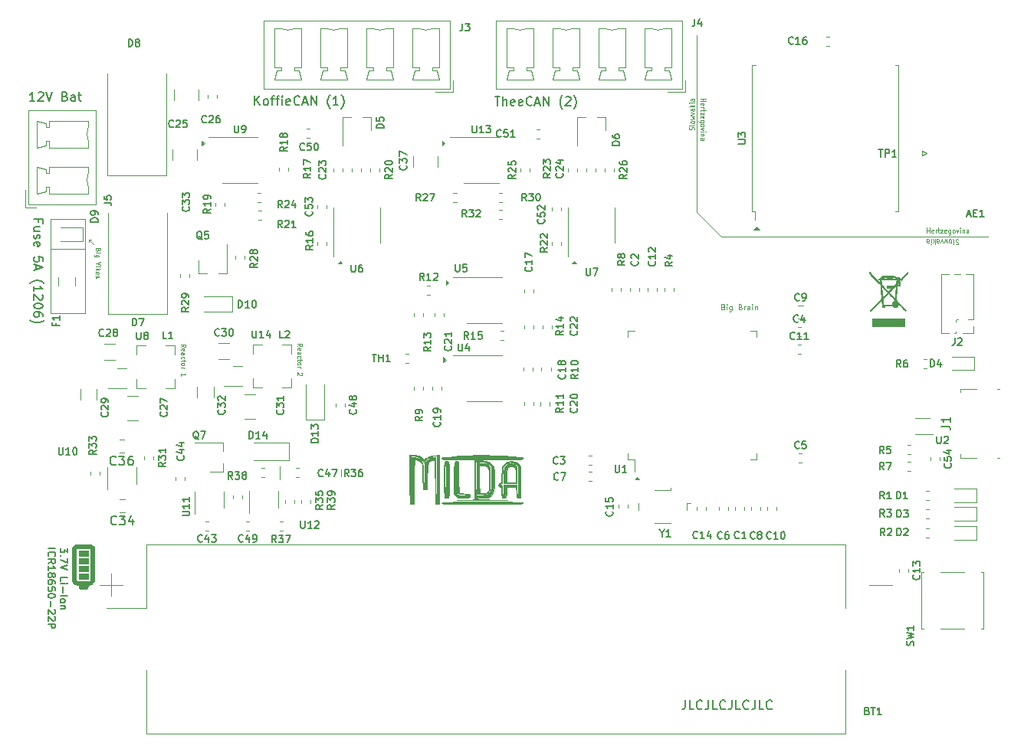
<source format=gbr>
%TF.GenerationSoftware,KiCad,Pcbnew,5.1.6-c6e7f7d~86~ubuntu18.04.1*%
%TF.CreationDate,2020-05-26T14:20:14+02:00*%
%TF.ProjectId,moeder_milda_v01,6d6f6564-6572-45f6-9d69-6c64615f7630,rev?*%
%TF.SameCoordinates,Original*%
%TF.FileFunction,Legend,Top*%
%TF.FilePolarity,Positive*%
%FSLAX46Y46*%
G04 Gerber Fmt 4.6, Leading zero omitted, Abs format (unit mm)*
G04 Created by KiCad (PCBNEW 5.1.6-c6e7f7d~86~ubuntu18.04.1) date 2020-05-26 14:20:14*
%MOMM*%
%LPD*%
G01*
G04 APERTURE LIST*
%ADD10C,0.200000*%
%ADD11C,0.150000*%
%ADD12C,0.120000*%
%ADD13C,0.100000*%
%ADD14C,0.125000*%
%ADD15C,0.010000*%
G04 APERTURE END LIST*
D10*
X105172452Y-92162380D02*
X105172452Y-92876666D01*
X105124833Y-93019523D01*
X105029595Y-93114761D01*
X104886738Y-93162380D01*
X104791500Y-93162380D01*
X106124833Y-93162380D02*
X105648642Y-93162380D01*
X105648642Y-92162380D01*
X107029595Y-93067142D02*
X106981976Y-93114761D01*
X106839119Y-93162380D01*
X106743880Y-93162380D01*
X106601023Y-93114761D01*
X106505785Y-93019523D01*
X106458166Y-92924285D01*
X106410547Y-92733809D01*
X106410547Y-92590952D01*
X106458166Y-92400476D01*
X106505785Y-92305238D01*
X106601023Y-92210000D01*
X106743880Y-92162380D01*
X106839119Y-92162380D01*
X106981976Y-92210000D01*
X107029595Y-92257619D01*
X107743880Y-92162380D02*
X107743880Y-92876666D01*
X107696261Y-93019523D01*
X107601023Y-93114761D01*
X107458166Y-93162380D01*
X107362928Y-93162380D01*
X108696261Y-93162380D02*
X108220071Y-93162380D01*
X108220071Y-92162380D01*
X109601023Y-93067142D02*
X109553404Y-93114761D01*
X109410547Y-93162380D01*
X109315309Y-93162380D01*
X109172452Y-93114761D01*
X109077214Y-93019523D01*
X109029595Y-92924285D01*
X108981976Y-92733809D01*
X108981976Y-92590952D01*
X109029595Y-92400476D01*
X109077214Y-92305238D01*
X109172452Y-92210000D01*
X109315309Y-92162380D01*
X109410547Y-92162380D01*
X109553404Y-92210000D01*
X109601023Y-92257619D01*
X110315309Y-92162380D02*
X110315309Y-92876666D01*
X110267690Y-93019523D01*
X110172452Y-93114761D01*
X110029595Y-93162380D01*
X109934357Y-93162380D01*
X111267690Y-93162380D02*
X110791500Y-93162380D01*
X110791500Y-92162380D01*
X112172452Y-93067142D02*
X112124833Y-93114761D01*
X111981976Y-93162380D01*
X111886738Y-93162380D01*
X111743880Y-93114761D01*
X111648642Y-93019523D01*
X111601023Y-92924285D01*
X111553404Y-92733809D01*
X111553404Y-92590952D01*
X111601023Y-92400476D01*
X111648642Y-92305238D01*
X111743880Y-92210000D01*
X111886738Y-92162380D01*
X111981976Y-92162380D01*
X112124833Y-92210000D01*
X112172452Y-92257619D01*
X112886738Y-92162380D02*
X112886738Y-92876666D01*
X112839119Y-93019523D01*
X112743880Y-93114761D01*
X112601023Y-93162380D01*
X112505785Y-93162380D01*
X113839119Y-93162380D02*
X113362928Y-93162380D01*
X113362928Y-92162380D01*
X114743880Y-93067142D02*
X114696261Y-93114761D01*
X114553404Y-93162380D01*
X114458166Y-93162380D01*
X114315309Y-93114761D01*
X114220071Y-93019523D01*
X114172452Y-92924285D01*
X114124833Y-92733809D01*
X114124833Y-92590952D01*
X114172452Y-92400476D01*
X114220071Y-92305238D01*
X114315309Y-92210000D01*
X114458166Y-92162380D01*
X114553404Y-92162380D01*
X114696261Y-92210000D01*
X114743880Y-92257619D01*
D11*
X36927095Y-75332285D02*
X36927095Y-75827523D01*
X36622333Y-75560857D01*
X36622333Y-75675142D01*
X36584238Y-75751333D01*
X36546142Y-75789428D01*
X36469952Y-75827523D01*
X36279476Y-75827523D01*
X36203285Y-75789428D01*
X36165190Y-75751333D01*
X36127095Y-75675142D01*
X36127095Y-75446571D01*
X36165190Y-75370380D01*
X36203285Y-75332285D01*
X36203285Y-76170380D02*
X36165190Y-76208476D01*
X36127095Y-76170380D01*
X36165190Y-76132285D01*
X36203285Y-76170380D01*
X36127095Y-76170380D01*
X36927095Y-76475142D02*
X36927095Y-77008476D01*
X36127095Y-76665619D01*
X36927095Y-77198952D02*
X36127095Y-77465619D01*
X36927095Y-77732285D01*
X36127095Y-78989428D02*
X36127095Y-78608476D01*
X36927095Y-78608476D01*
X36127095Y-79256095D02*
X36660428Y-79256095D01*
X36927095Y-79256095D02*
X36889000Y-79218000D01*
X36850904Y-79256095D01*
X36889000Y-79294190D01*
X36927095Y-79256095D01*
X36850904Y-79256095D01*
X36431857Y-79637047D02*
X36431857Y-80246571D01*
X36127095Y-80627523D02*
X36927095Y-80627523D01*
X36127095Y-81122761D02*
X36165190Y-81046571D01*
X36203285Y-81008476D01*
X36279476Y-80970380D01*
X36508047Y-80970380D01*
X36584238Y-81008476D01*
X36622333Y-81046571D01*
X36660428Y-81122761D01*
X36660428Y-81237047D01*
X36622333Y-81313238D01*
X36584238Y-81351333D01*
X36508047Y-81389428D01*
X36279476Y-81389428D01*
X36203285Y-81351333D01*
X36165190Y-81313238D01*
X36127095Y-81237047D01*
X36127095Y-81122761D01*
X36660428Y-81732285D02*
X36127095Y-81732285D01*
X36584238Y-81732285D02*
X36622333Y-81770380D01*
X36660428Y-81846571D01*
X36660428Y-81960857D01*
X36622333Y-82037047D01*
X36546142Y-82075142D01*
X36127095Y-82075142D01*
X34777095Y-75408476D02*
X35577095Y-75408476D01*
X34853285Y-76246571D02*
X34815190Y-76208476D01*
X34777095Y-76094190D01*
X34777095Y-76018000D01*
X34815190Y-75903714D01*
X34891380Y-75827523D01*
X34967571Y-75789428D01*
X35119952Y-75751333D01*
X35234238Y-75751333D01*
X35386619Y-75789428D01*
X35462809Y-75827523D01*
X35539000Y-75903714D01*
X35577095Y-76018000D01*
X35577095Y-76094190D01*
X35539000Y-76208476D01*
X35500904Y-76246571D01*
X34777095Y-77046571D02*
X35158047Y-76779904D01*
X34777095Y-76589428D02*
X35577095Y-76589428D01*
X35577095Y-76894190D01*
X35539000Y-76970380D01*
X35500904Y-77008476D01*
X35424714Y-77046571D01*
X35310428Y-77046571D01*
X35234238Y-77008476D01*
X35196142Y-76970380D01*
X35158047Y-76894190D01*
X35158047Y-76589428D01*
X34777095Y-77808476D02*
X34777095Y-77351333D01*
X34777095Y-77579904D02*
X35577095Y-77579904D01*
X35462809Y-77503714D01*
X35386619Y-77427523D01*
X35348523Y-77351333D01*
X35234238Y-78265619D02*
X35272333Y-78189428D01*
X35310428Y-78151333D01*
X35386619Y-78113238D01*
X35424714Y-78113238D01*
X35500904Y-78151333D01*
X35539000Y-78189428D01*
X35577095Y-78265619D01*
X35577095Y-78418000D01*
X35539000Y-78494190D01*
X35500904Y-78532285D01*
X35424714Y-78570380D01*
X35386619Y-78570380D01*
X35310428Y-78532285D01*
X35272333Y-78494190D01*
X35234238Y-78418000D01*
X35234238Y-78265619D01*
X35196142Y-78189428D01*
X35158047Y-78151333D01*
X35081857Y-78113238D01*
X34929476Y-78113238D01*
X34853285Y-78151333D01*
X34815190Y-78189428D01*
X34777095Y-78265619D01*
X34777095Y-78418000D01*
X34815190Y-78494190D01*
X34853285Y-78532285D01*
X34929476Y-78570380D01*
X35081857Y-78570380D01*
X35158047Y-78532285D01*
X35196142Y-78494190D01*
X35234238Y-78418000D01*
X35577095Y-79256095D02*
X35577095Y-79103714D01*
X35539000Y-79027523D01*
X35500904Y-78989428D01*
X35386619Y-78913238D01*
X35234238Y-78875142D01*
X34929476Y-78875142D01*
X34853285Y-78913238D01*
X34815190Y-78951333D01*
X34777095Y-79027523D01*
X34777095Y-79179904D01*
X34815190Y-79256095D01*
X34853285Y-79294190D01*
X34929476Y-79332285D01*
X35119952Y-79332285D01*
X35196142Y-79294190D01*
X35234238Y-79256095D01*
X35272333Y-79179904D01*
X35272333Y-79027523D01*
X35234238Y-78951333D01*
X35196142Y-78913238D01*
X35119952Y-78875142D01*
X35577095Y-80056095D02*
X35577095Y-79675142D01*
X35196142Y-79637047D01*
X35234238Y-79675142D01*
X35272333Y-79751333D01*
X35272333Y-79941809D01*
X35234238Y-80018000D01*
X35196142Y-80056095D01*
X35119952Y-80094190D01*
X34929476Y-80094190D01*
X34853285Y-80056095D01*
X34815190Y-80018000D01*
X34777095Y-79941809D01*
X34777095Y-79751333D01*
X34815190Y-79675142D01*
X34853285Y-79637047D01*
X35577095Y-80589428D02*
X35577095Y-80665619D01*
X35539000Y-80741809D01*
X35500904Y-80779904D01*
X35424714Y-80818000D01*
X35272333Y-80856095D01*
X35081857Y-80856095D01*
X34929476Y-80818000D01*
X34853285Y-80779904D01*
X34815190Y-80741809D01*
X34777095Y-80665619D01*
X34777095Y-80589428D01*
X34815190Y-80513238D01*
X34853285Y-80475142D01*
X34929476Y-80437047D01*
X35081857Y-80398952D01*
X35272333Y-80398952D01*
X35424714Y-80437047D01*
X35500904Y-80475142D01*
X35539000Y-80513238D01*
X35577095Y-80589428D01*
X35081857Y-81198952D02*
X35081857Y-81808476D01*
X35500904Y-82151333D02*
X35539000Y-82189428D01*
X35577095Y-82265619D01*
X35577095Y-82456095D01*
X35539000Y-82532285D01*
X35500904Y-82570380D01*
X35424714Y-82608476D01*
X35348523Y-82608476D01*
X35234238Y-82570380D01*
X34777095Y-82113238D01*
X34777095Y-82608476D01*
X35500904Y-82913238D02*
X35539000Y-82951333D01*
X35577095Y-83027523D01*
X35577095Y-83218000D01*
X35539000Y-83294190D01*
X35500904Y-83332285D01*
X35424714Y-83370380D01*
X35348523Y-83370380D01*
X35234238Y-83332285D01*
X34777095Y-82875142D01*
X34777095Y-83370380D01*
X34777095Y-83713238D02*
X35577095Y-83713238D01*
X35577095Y-84018000D01*
X35539000Y-84094190D01*
X35500904Y-84132285D01*
X35424714Y-84170380D01*
X35310428Y-84170380D01*
X35234238Y-84132285D01*
X35196142Y-84094190D01*
X35158047Y-84018000D01*
X35158047Y-83713238D01*
X84138071Y-25423880D02*
X84709500Y-25423880D01*
X84423785Y-26423880D02*
X84423785Y-25423880D01*
X85042833Y-26423880D02*
X85042833Y-25423880D01*
X85471404Y-26423880D02*
X85471404Y-25900071D01*
X85423785Y-25804833D01*
X85328547Y-25757214D01*
X85185690Y-25757214D01*
X85090452Y-25804833D01*
X85042833Y-25852452D01*
X86328547Y-26376261D02*
X86233309Y-26423880D01*
X86042833Y-26423880D01*
X85947595Y-26376261D01*
X85899976Y-26281023D01*
X85899976Y-25900071D01*
X85947595Y-25804833D01*
X86042833Y-25757214D01*
X86233309Y-25757214D01*
X86328547Y-25804833D01*
X86376166Y-25900071D01*
X86376166Y-25995309D01*
X85899976Y-26090547D01*
X87185690Y-26376261D02*
X87090452Y-26423880D01*
X86899976Y-26423880D01*
X86804738Y-26376261D01*
X86757119Y-26281023D01*
X86757119Y-25900071D01*
X86804738Y-25804833D01*
X86899976Y-25757214D01*
X87090452Y-25757214D01*
X87185690Y-25804833D01*
X87233309Y-25900071D01*
X87233309Y-25995309D01*
X86757119Y-26090547D01*
X88233309Y-26328642D02*
X88185690Y-26376261D01*
X88042833Y-26423880D01*
X87947595Y-26423880D01*
X87804738Y-26376261D01*
X87709500Y-26281023D01*
X87661880Y-26185785D01*
X87614261Y-25995309D01*
X87614261Y-25852452D01*
X87661880Y-25661976D01*
X87709500Y-25566738D01*
X87804738Y-25471500D01*
X87947595Y-25423880D01*
X88042833Y-25423880D01*
X88185690Y-25471500D01*
X88233309Y-25519119D01*
X88614261Y-26138166D02*
X89090452Y-26138166D01*
X88519023Y-26423880D02*
X88852357Y-25423880D01*
X89185690Y-26423880D01*
X89519023Y-26423880D02*
X89519023Y-25423880D01*
X90090452Y-26423880D01*
X90090452Y-25423880D01*
X91614261Y-26804833D02*
X91566642Y-26757214D01*
X91471404Y-26614357D01*
X91423785Y-26519119D01*
X91376166Y-26376261D01*
X91328547Y-26138166D01*
X91328547Y-25947690D01*
X91376166Y-25709595D01*
X91423785Y-25566738D01*
X91471404Y-25471500D01*
X91566642Y-25328642D01*
X91614261Y-25281023D01*
X91947595Y-25519119D02*
X91995214Y-25471500D01*
X92090452Y-25423880D01*
X92328547Y-25423880D01*
X92423785Y-25471500D01*
X92471404Y-25519119D01*
X92519023Y-25614357D01*
X92519023Y-25709595D01*
X92471404Y-25852452D01*
X91899976Y-26423880D01*
X92519023Y-26423880D01*
X92852357Y-26804833D02*
X92899976Y-26757214D01*
X92995214Y-26614357D01*
X93042833Y-26519119D01*
X93090452Y-26376261D01*
X93138071Y-26138166D01*
X93138071Y-25947690D01*
X93090452Y-25709595D01*
X93042833Y-25566738D01*
X92995214Y-25471500D01*
X92899976Y-25328642D01*
X92852357Y-25281023D01*
X57618928Y-26360380D02*
X57618928Y-25360380D01*
X58190357Y-26360380D02*
X57761785Y-25788952D01*
X58190357Y-25360380D02*
X57618928Y-25931809D01*
X58761785Y-26360380D02*
X58666547Y-26312761D01*
X58618928Y-26265142D01*
X58571309Y-26169904D01*
X58571309Y-25884190D01*
X58618928Y-25788952D01*
X58666547Y-25741333D01*
X58761785Y-25693714D01*
X58904642Y-25693714D01*
X58999880Y-25741333D01*
X59047500Y-25788952D01*
X59095119Y-25884190D01*
X59095119Y-26169904D01*
X59047500Y-26265142D01*
X58999880Y-26312761D01*
X58904642Y-26360380D01*
X58761785Y-26360380D01*
X59380833Y-25693714D02*
X59761785Y-25693714D01*
X59523690Y-26360380D02*
X59523690Y-25503238D01*
X59571309Y-25408000D01*
X59666547Y-25360380D01*
X59761785Y-25360380D01*
X59952261Y-25693714D02*
X60333214Y-25693714D01*
X60095119Y-26360380D02*
X60095119Y-25503238D01*
X60142738Y-25408000D01*
X60237976Y-25360380D01*
X60333214Y-25360380D01*
X60666547Y-26360380D02*
X60666547Y-25693714D01*
X60666547Y-25360380D02*
X60618928Y-25408000D01*
X60666547Y-25455619D01*
X60714166Y-25408000D01*
X60666547Y-25360380D01*
X60666547Y-25455619D01*
X61523690Y-26312761D02*
X61428452Y-26360380D01*
X61237976Y-26360380D01*
X61142738Y-26312761D01*
X61095119Y-26217523D01*
X61095119Y-25836571D01*
X61142738Y-25741333D01*
X61237976Y-25693714D01*
X61428452Y-25693714D01*
X61523690Y-25741333D01*
X61571309Y-25836571D01*
X61571309Y-25931809D01*
X61095119Y-26027047D01*
X62571309Y-26265142D02*
X62523690Y-26312761D01*
X62380833Y-26360380D01*
X62285595Y-26360380D01*
X62142738Y-26312761D01*
X62047500Y-26217523D01*
X61999880Y-26122285D01*
X61952261Y-25931809D01*
X61952261Y-25788952D01*
X61999880Y-25598476D01*
X62047500Y-25503238D01*
X62142738Y-25408000D01*
X62285595Y-25360380D01*
X62380833Y-25360380D01*
X62523690Y-25408000D01*
X62571309Y-25455619D01*
X62952261Y-26074666D02*
X63428452Y-26074666D01*
X62857023Y-26360380D02*
X63190357Y-25360380D01*
X63523690Y-26360380D01*
X63857023Y-26360380D02*
X63857023Y-25360380D01*
X64428452Y-26360380D01*
X64428452Y-25360380D01*
X65952261Y-26741333D02*
X65904642Y-26693714D01*
X65809404Y-26550857D01*
X65761785Y-26455619D01*
X65714166Y-26312761D01*
X65666547Y-26074666D01*
X65666547Y-25884190D01*
X65714166Y-25646095D01*
X65761785Y-25503238D01*
X65809404Y-25408000D01*
X65904642Y-25265142D01*
X65952261Y-25217523D01*
X66857023Y-26360380D02*
X66285595Y-26360380D01*
X66571309Y-26360380D02*
X66571309Y-25360380D01*
X66476071Y-25503238D01*
X66380833Y-25598476D01*
X66285595Y-25646095D01*
X67190357Y-26741333D02*
X67237976Y-26693714D01*
X67333214Y-26550857D01*
X67380833Y-26455619D01*
X67428452Y-26312761D01*
X67476071Y-26074666D01*
X67476071Y-25884190D01*
X67428452Y-25646095D01*
X67380833Y-25503238D01*
X67333214Y-25408000D01*
X67237976Y-25265142D01*
X67190357Y-25217523D01*
X33321904Y-25915880D02*
X32750476Y-25915880D01*
X33036190Y-25915880D02*
X33036190Y-24915880D01*
X32940952Y-25058738D01*
X32845714Y-25153976D01*
X32750476Y-25201595D01*
X33702857Y-25011119D02*
X33750476Y-24963500D01*
X33845714Y-24915880D01*
X34083809Y-24915880D01*
X34179047Y-24963500D01*
X34226666Y-25011119D01*
X34274285Y-25106357D01*
X34274285Y-25201595D01*
X34226666Y-25344452D01*
X33655238Y-25915880D01*
X34274285Y-25915880D01*
X34560000Y-24915880D02*
X34893333Y-25915880D01*
X35226666Y-24915880D01*
X36655238Y-25392071D02*
X36798095Y-25439690D01*
X36845714Y-25487309D01*
X36893333Y-25582547D01*
X36893333Y-25725404D01*
X36845714Y-25820642D01*
X36798095Y-25868261D01*
X36702857Y-25915880D01*
X36321904Y-25915880D01*
X36321904Y-24915880D01*
X36655238Y-24915880D01*
X36750476Y-24963500D01*
X36798095Y-25011119D01*
X36845714Y-25106357D01*
X36845714Y-25201595D01*
X36798095Y-25296833D01*
X36750476Y-25344452D01*
X36655238Y-25392071D01*
X36321904Y-25392071D01*
X37750476Y-25915880D02*
X37750476Y-25392071D01*
X37702857Y-25296833D01*
X37607619Y-25249214D01*
X37417142Y-25249214D01*
X37321904Y-25296833D01*
X37750476Y-25868261D02*
X37655238Y-25915880D01*
X37417142Y-25915880D01*
X37321904Y-25868261D01*
X37274285Y-25773023D01*
X37274285Y-25677785D01*
X37321904Y-25582547D01*
X37417142Y-25534928D01*
X37655238Y-25534928D01*
X37750476Y-25487309D01*
X38083809Y-25249214D02*
X38464761Y-25249214D01*
X38226666Y-24915880D02*
X38226666Y-25773023D01*
X38274285Y-25868261D01*
X38369523Y-25915880D01*
X38464761Y-25915880D01*
D12*
X60388500Y-66294000D02*
X60388500Y-67754500D01*
X67119500Y-66611500D02*
X67119500Y-67437000D01*
D13*
G36*
X78613000Y-30607000D02*
G01*
X78308200Y-30861000D01*
X78308200Y-30353000D01*
X78613000Y-30607000D01*
G37*
X78613000Y-30607000D02*
X78308200Y-30861000D01*
X78308200Y-30353000D01*
X78613000Y-30607000D01*
D12*
X38862000Y-38989000D02*
X38862000Y-42291000D01*
X35052000Y-38989000D02*
X38862000Y-38989000D01*
X35052000Y-42291000D02*
X35052000Y-38989000D01*
X39560500Y-41211500D02*
X39306500Y-41211500D01*
X39306500Y-41465500D02*
X39306500Y-41211500D01*
X39306500Y-41211500D02*
X39306500Y-41465500D01*
X39814500Y-41719500D02*
X39306500Y-41211500D01*
X35052000Y-49403000D02*
X35052000Y-43307000D01*
X35306000Y-49403000D02*
X35052000Y-49403000D01*
X38862000Y-49403000D02*
X35306000Y-49403000D01*
X38862000Y-49149000D02*
X38862000Y-49403000D01*
X38862000Y-48895000D02*
X38862000Y-49149000D01*
X38862000Y-42291000D02*
X38862000Y-48895000D01*
X35052000Y-42291000D02*
X38862000Y-42291000D01*
X35052000Y-43307000D02*
X35052000Y-42291000D01*
D11*
X33726428Y-39323047D02*
X33726428Y-38989714D01*
X33202619Y-38989714D02*
X34202619Y-38989714D01*
X34202619Y-39465904D01*
X33869285Y-40275428D02*
X33202619Y-40275428D01*
X33869285Y-39846857D02*
X33345476Y-39846857D01*
X33250238Y-39894476D01*
X33202619Y-39989714D01*
X33202619Y-40132571D01*
X33250238Y-40227809D01*
X33297857Y-40275428D01*
X33250238Y-40704000D02*
X33202619Y-40799238D01*
X33202619Y-40989714D01*
X33250238Y-41084952D01*
X33345476Y-41132571D01*
X33393095Y-41132571D01*
X33488333Y-41084952D01*
X33535952Y-40989714D01*
X33535952Y-40846857D01*
X33583571Y-40751619D01*
X33678809Y-40704000D01*
X33726428Y-40704000D01*
X33821666Y-40751619D01*
X33869285Y-40846857D01*
X33869285Y-40989714D01*
X33821666Y-41084952D01*
X33250238Y-41942095D02*
X33202619Y-41846857D01*
X33202619Y-41656380D01*
X33250238Y-41561142D01*
X33345476Y-41513523D01*
X33726428Y-41513523D01*
X33821666Y-41561142D01*
X33869285Y-41656380D01*
X33869285Y-41846857D01*
X33821666Y-41942095D01*
X33726428Y-41989714D01*
X33631190Y-41989714D01*
X33535952Y-41513523D01*
X34202619Y-43656380D02*
X34202619Y-43180190D01*
X33726428Y-43132571D01*
X33774047Y-43180190D01*
X33821666Y-43275428D01*
X33821666Y-43513523D01*
X33774047Y-43608761D01*
X33726428Y-43656380D01*
X33631190Y-43704000D01*
X33393095Y-43704000D01*
X33297857Y-43656380D01*
X33250238Y-43608761D01*
X33202619Y-43513523D01*
X33202619Y-43275428D01*
X33250238Y-43180190D01*
X33297857Y-43132571D01*
X33488333Y-44084952D02*
X33488333Y-44561142D01*
X33202619Y-43989714D02*
X34202619Y-44323047D01*
X33202619Y-44656380D01*
X32821666Y-46037333D02*
X32869285Y-45989714D01*
X33012142Y-45894476D01*
X33107380Y-45846857D01*
X33250238Y-45799238D01*
X33488333Y-45751619D01*
X33678809Y-45751619D01*
X33916904Y-45799238D01*
X34059761Y-45846857D01*
X34155000Y-45894476D01*
X34297857Y-45989714D01*
X34345476Y-46037333D01*
X33202619Y-46942095D02*
X33202619Y-46370666D01*
X33202619Y-46656380D02*
X34202619Y-46656380D01*
X34059761Y-46561142D01*
X33964523Y-46465904D01*
X33916904Y-46370666D01*
X34107380Y-47323047D02*
X34155000Y-47370666D01*
X34202619Y-47465904D01*
X34202619Y-47704000D01*
X34155000Y-47799238D01*
X34107380Y-47846857D01*
X34012142Y-47894476D01*
X33916904Y-47894476D01*
X33774047Y-47846857D01*
X33202619Y-47275428D01*
X33202619Y-47894476D01*
X34202619Y-48513523D02*
X34202619Y-48608761D01*
X34155000Y-48704000D01*
X34107380Y-48751619D01*
X34012142Y-48799238D01*
X33821666Y-48846857D01*
X33583571Y-48846857D01*
X33393095Y-48799238D01*
X33297857Y-48751619D01*
X33250238Y-48704000D01*
X33202619Y-48608761D01*
X33202619Y-48513523D01*
X33250238Y-48418285D01*
X33297857Y-48370666D01*
X33393095Y-48323047D01*
X33583571Y-48275428D01*
X33821666Y-48275428D01*
X34012142Y-48323047D01*
X34107380Y-48370666D01*
X34155000Y-48418285D01*
X34202619Y-48513523D01*
X34202619Y-49704000D02*
X34202619Y-49513523D01*
X34155000Y-49418285D01*
X34107380Y-49370666D01*
X33964523Y-49275428D01*
X33774047Y-49227809D01*
X33393095Y-49227809D01*
X33297857Y-49275428D01*
X33250238Y-49323047D01*
X33202619Y-49418285D01*
X33202619Y-49608761D01*
X33250238Y-49704000D01*
X33297857Y-49751619D01*
X33393095Y-49799238D01*
X33631190Y-49799238D01*
X33726428Y-49751619D01*
X33774047Y-49704000D01*
X33821666Y-49608761D01*
X33821666Y-49418285D01*
X33774047Y-49323047D01*
X33726428Y-49275428D01*
X33631190Y-49227809D01*
X32821666Y-50132571D02*
X32869285Y-50180190D01*
X33012142Y-50275428D01*
X33107380Y-50323047D01*
X33250238Y-50370666D01*
X33488333Y-50418285D01*
X33678809Y-50418285D01*
X33916904Y-50370666D01*
X34059761Y-50323047D01*
X34155000Y-50275428D01*
X34297857Y-50180190D01*
X34345476Y-50132571D01*
D14*
X40294714Y-42362619D02*
X40270904Y-42434047D01*
X40247095Y-42457857D01*
X40199476Y-42481666D01*
X40128047Y-42481666D01*
X40080428Y-42457857D01*
X40056619Y-42434047D01*
X40032809Y-42386428D01*
X40032809Y-42195952D01*
X40532809Y-42195952D01*
X40532809Y-42362619D01*
X40509000Y-42410238D01*
X40485190Y-42434047D01*
X40437571Y-42457857D01*
X40389952Y-42457857D01*
X40342333Y-42434047D01*
X40318523Y-42410238D01*
X40294714Y-42362619D01*
X40294714Y-42195952D01*
X40032809Y-42695952D02*
X40366142Y-42695952D01*
X40532809Y-42695952D02*
X40509000Y-42672142D01*
X40485190Y-42695952D01*
X40509000Y-42719761D01*
X40532809Y-42695952D01*
X40485190Y-42695952D01*
X40366142Y-43148333D02*
X39961380Y-43148333D01*
X39913761Y-43124523D01*
X39889952Y-43100714D01*
X39866142Y-43053095D01*
X39866142Y-42981666D01*
X39889952Y-42934047D01*
X40056619Y-43148333D02*
X40032809Y-43100714D01*
X40032809Y-43005476D01*
X40056619Y-42957857D01*
X40080428Y-42934047D01*
X40128047Y-42910238D01*
X40270904Y-42910238D01*
X40318523Y-42934047D01*
X40342333Y-42957857D01*
X40366142Y-43005476D01*
X40366142Y-43100714D01*
X40342333Y-43148333D01*
X40270904Y-43862619D02*
X40032809Y-43862619D01*
X40532809Y-43695952D02*
X40270904Y-43862619D01*
X40532809Y-44029285D01*
X40032809Y-44195952D02*
X40366142Y-44195952D01*
X40532809Y-44195952D02*
X40509000Y-44172142D01*
X40485190Y-44195952D01*
X40509000Y-44219761D01*
X40532809Y-44195952D01*
X40485190Y-44195952D01*
X40032809Y-44434047D02*
X40532809Y-44434047D01*
X40223285Y-44481666D02*
X40032809Y-44624523D01*
X40366142Y-44624523D02*
X40175666Y-44434047D01*
X40056619Y-45029285D02*
X40032809Y-44981666D01*
X40032809Y-44886428D01*
X40056619Y-44838809D01*
X40104238Y-44815000D01*
X40294714Y-44815000D01*
X40342333Y-44838809D01*
X40366142Y-44886428D01*
X40366142Y-44981666D01*
X40342333Y-45029285D01*
X40294714Y-45053095D01*
X40247095Y-45053095D01*
X40199476Y-44815000D01*
X40056619Y-45243571D02*
X40032809Y-45291190D01*
X40032809Y-45386428D01*
X40056619Y-45434047D01*
X40104238Y-45457857D01*
X40128047Y-45457857D01*
X40175666Y-45434047D01*
X40199476Y-45386428D01*
X40199476Y-45315000D01*
X40223285Y-45267380D01*
X40270904Y-45243571D01*
X40294714Y-45243571D01*
X40342333Y-45267380D01*
X40366142Y-45315000D01*
X40366142Y-45386428D01*
X40342333Y-45434047D01*
X62321309Y-53030619D02*
X62559404Y-52863952D01*
X62321309Y-52744904D02*
X62821309Y-52744904D01*
X62821309Y-52935380D01*
X62797500Y-52983000D01*
X62773690Y-53006809D01*
X62726071Y-53030619D01*
X62654642Y-53030619D01*
X62607023Y-53006809D01*
X62583214Y-52983000D01*
X62559404Y-52935380D01*
X62559404Y-52744904D01*
X62345119Y-53435380D02*
X62321309Y-53387761D01*
X62321309Y-53292523D01*
X62345119Y-53244904D01*
X62392738Y-53221095D01*
X62583214Y-53221095D01*
X62630833Y-53244904D01*
X62654642Y-53292523D01*
X62654642Y-53387761D01*
X62630833Y-53435380D01*
X62583214Y-53459190D01*
X62535595Y-53459190D01*
X62487976Y-53221095D01*
X62321309Y-53887761D02*
X62583214Y-53887761D01*
X62630833Y-53863952D01*
X62654642Y-53816333D01*
X62654642Y-53721095D01*
X62630833Y-53673476D01*
X62345119Y-53887761D02*
X62321309Y-53840142D01*
X62321309Y-53721095D01*
X62345119Y-53673476D01*
X62392738Y-53649666D01*
X62440357Y-53649666D01*
X62487976Y-53673476D01*
X62511785Y-53721095D01*
X62511785Y-53840142D01*
X62535595Y-53887761D01*
X62345119Y-54340142D02*
X62321309Y-54292523D01*
X62321309Y-54197285D01*
X62345119Y-54149666D01*
X62368928Y-54125857D01*
X62416547Y-54102047D01*
X62559404Y-54102047D01*
X62607023Y-54125857D01*
X62630833Y-54149666D01*
X62654642Y-54197285D01*
X62654642Y-54292523D01*
X62630833Y-54340142D01*
X62654642Y-54483000D02*
X62654642Y-54673476D01*
X62821309Y-54554428D02*
X62392738Y-54554428D01*
X62345119Y-54578238D01*
X62321309Y-54625857D01*
X62321309Y-54673476D01*
X62321309Y-54911571D02*
X62345119Y-54863952D01*
X62368928Y-54840142D01*
X62416547Y-54816333D01*
X62559404Y-54816333D01*
X62607023Y-54840142D01*
X62630833Y-54863952D01*
X62654642Y-54911571D01*
X62654642Y-54983000D01*
X62630833Y-55030619D01*
X62607023Y-55054428D01*
X62559404Y-55078238D01*
X62416547Y-55078238D01*
X62368928Y-55054428D01*
X62345119Y-55030619D01*
X62321309Y-54983000D01*
X62321309Y-54911571D01*
X62321309Y-55292523D02*
X62654642Y-55292523D01*
X62559404Y-55292523D02*
X62607023Y-55316333D01*
X62630833Y-55340142D01*
X62654642Y-55387761D01*
X62654642Y-55435380D01*
X62773690Y-55959190D02*
X62797500Y-55983000D01*
X62821309Y-56030619D01*
X62821309Y-56149666D01*
X62797500Y-56197285D01*
X62773690Y-56221095D01*
X62726071Y-56244904D01*
X62678452Y-56244904D01*
X62607023Y-56221095D01*
X62321309Y-55935380D01*
X62321309Y-56244904D01*
X49494309Y-53094119D02*
X49732404Y-52927452D01*
X49494309Y-52808404D02*
X49994309Y-52808404D01*
X49994309Y-52998880D01*
X49970500Y-53046500D01*
X49946690Y-53070309D01*
X49899071Y-53094119D01*
X49827642Y-53094119D01*
X49780023Y-53070309D01*
X49756214Y-53046500D01*
X49732404Y-52998880D01*
X49732404Y-52808404D01*
X49518119Y-53498880D02*
X49494309Y-53451261D01*
X49494309Y-53356023D01*
X49518119Y-53308404D01*
X49565738Y-53284595D01*
X49756214Y-53284595D01*
X49803833Y-53308404D01*
X49827642Y-53356023D01*
X49827642Y-53451261D01*
X49803833Y-53498880D01*
X49756214Y-53522690D01*
X49708595Y-53522690D01*
X49660976Y-53284595D01*
X49494309Y-53951261D02*
X49756214Y-53951261D01*
X49803833Y-53927452D01*
X49827642Y-53879833D01*
X49827642Y-53784595D01*
X49803833Y-53736976D01*
X49518119Y-53951261D02*
X49494309Y-53903642D01*
X49494309Y-53784595D01*
X49518119Y-53736976D01*
X49565738Y-53713166D01*
X49613357Y-53713166D01*
X49660976Y-53736976D01*
X49684785Y-53784595D01*
X49684785Y-53903642D01*
X49708595Y-53951261D01*
X49518119Y-54403642D02*
X49494309Y-54356023D01*
X49494309Y-54260785D01*
X49518119Y-54213166D01*
X49541928Y-54189357D01*
X49589547Y-54165547D01*
X49732404Y-54165547D01*
X49780023Y-54189357D01*
X49803833Y-54213166D01*
X49827642Y-54260785D01*
X49827642Y-54356023D01*
X49803833Y-54403642D01*
X49827642Y-54546500D02*
X49827642Y-54736976D01*
X49994309Y-54617928D02*
X49565738Y-54617928D01*
X49518119Y-54641738D01*
X49494309Y-54689357D01*
X49494309Y-54736976D01*
X49494309Y-54975071D02*
X49518119Y-54927452D01*
X49541928Y-54903642D01*
X49589547Y-54879833D01*
X49732404Y-54879833D01*
X49780023Y-54903642D01*
X49803833Y-54927452D01*
X49827642Y-54975071D01*
X49827642Y-55046500D01*
X49803833Y-55094119D01*
X49780023Y-55117928D01*
X49732404Y-55141738D01*
X49589547Y-55141738D01*
X49541928Y-55117928D01*
X49518119Y-55094119D01*
X49494309Y-55046500D01*
X49494309Y-54975071D01*
X49494309Y-55356023D02*
X49827642Y-55356023D01*
X49732404Y-55356023D02*
X49780023Y-55379833D01*
X49803833Y-55403642D01*
X49827642Y-55451261D01*
X49827642Y-55498880D01*
X49494309Y-56308404D02*
X49494309Y-56022690D01*
X49494309Y-56165547D02*
X49994309Y-56165547D01*
X49922880Y-56117928D01*
X49875261Y-56070309D01*
X49851452Y-56022690D01*
D13*
X106160857Y-29094690D02*
X106189428Y-29023261D01*
X106189428Y-28904214D01*
X106160857Y-28856595D01*
X106132285Y-28832785D01*
X106075142Y-28808976D01*
X106018000Y-28808976D01*
X105960857Y-28832785D01*
X105932285Y-28856595D01*
X105903714Y-28904214D01*
X105875142Y-28999452D01*
X105846571Y-29047071D01*
X105818000Y-29070880D01*
X105760857Y-29094690D01*
X105703714Y-29094690D01*
X105646571Y-29070880D01*
X105618000Y-29047071D01*
X105589428Y-28999452D01*
X105589428Y-28880404D01*
X105618000Y-28808976D01*
X106189428Y-28523261D02*
X106160857Y-28570880D01*
X106103714Y-28594690D01*
X105589428Y-28594690D01*
X106189428Y-28261357D02*
X106160857Y-28308976D01*
X106132285Y-28332785D01*
X106075142Y-28356595D01*
X105903714Y-28356595D01*
X105846571Y-28332785D01*
X105818000Y-28308976D01*
X105789428Y-28261357D01*
X105789428Y-28189928D01*
X105818000Y-28142309D01*
X105846571Y-28118500D01*
X105903714Y-28094690D01*
X106075142Y-28094690D01*
X106132285Y-28118500D01*
X106160857Y-28142309D01*
X106189428Y-28189928D01*
X106189428Y-28261357D01*
X105789428Y-27928023D02*
X106189428Y-27832785D01*
X105903714Y-27737547D01*
X106189428Y-27642309D01*
X105789428Y-27547071D01*
X105789428Y-27404214D02*
X106189428Y-27285166D01*
X105789428Y-27166119D01*
X106189428Y-26761357D02*
X105875142Y-26761357D01*
X105818000Y-26785166D01*
X105789428Y-26832785D01*
X105789428Y-26928023D01*
X105818000Y-26975642D01*
X106160857Y-26761357D02*
X106189428Y-26808976D01*
X106189428Y-26928023D01*
X106160857Y-26975642D01*
X106103714Y-26999452D01*
X106046571Y-26999452D01*
X105989428Y-26975642D01*
X105960857Y-26928023D01*
X105960857Y-26808976D01*
X105932285Y-26761357D01*
X106189428Y-26523261D02*
X105589428Y-26523261D01*
X105960857Y-26475642D02*
X106189428Y-26332785D01*
X105789428Y-26332785D02*
X106018000Y-26523261D01*
X106189428Y-26118500D02*
X105789428Y-26118500D01*
X105589428Y-26118500D02*
X105618000Y-26142309D01*
X105646571Y-26118500D01*
X105618000Y-26094690D01*
X105589428Y-26118500D01*
X105646571Y-26118500D01*
X106189428Y-25666119D02*
X105875142Y-25666119D01*
X105818000Y-25689928D01*
X105789428Y-25737547D01*
X105789428Y-25832785D01*
X105818000Y-25880404D01*
X106160857Y-25666119D02*
X106189428Y-25713738D01*
X106189428Y-25832785D01*
X106160857Y-25880404D01*
X106103714Y-25904214D01*
X106046571Y-25904214D01*
X105989428Y-25880404D01*
X105960857Y-25832785D01*
X105960857Y-25713738D01*
X105932285Y-25666119D01*
X106827671Y-25654285D02*
X107427671Y-25654285D01*
X107141957Y-25654285D02*
X107141957Y-25940000D01*
X106827671Y-25940000D02*
X107427671Y-25940000D01*
X106856242Y-26368571D02*
X106827671Y-26320952D01*
X106827671Y-26225714D01*
X106856242Y-26178095D01*
X106913385Y-26154285D01*
X107141957Y-26154285D01*
X107199100Y-26178095D01*
X107227671Y-26225714D01*
X107227671Y-26320952D01*
X107199100Y-26368571D01*
X107141957Y-26392380D01*
X107084814Y-26392380D01*
X107027671Y-26154285D01*
X106827671Y-26606666D02*
X107227671Y-26606666D01*
X107113385Y-26606666D02*
X107170528Y-26630476D01*
X107199100Y-26654285D01*
X107227671Y-26701904D01*
X107227671Y-26749523D01*
X107227671Y-26844761D02*
X107227671Y-27035238D01*
X107427671Y-26916190D02*
X106913385Y-26916190D01*
X106856242Y-26940000D01*
X106827671Y-26987619D01*
X106827671Y-27035238D01*
X107227671Y-27154285D02*
X107227671Y-27416190D01*
X106827671Y-27154285D01*
X106827671Y-27416190D01*
X106856242Y-27797142D02*
X106827671Y-27749523D01*
X106827671Y-27654285D01*
X106856242Y-27606666D01*
X106913385Y-27582857D01*
X107141957Y-27582857D01*
X107199100Y-27606666D01*
X107227671Y-27654285D01*
X107227671Y-27749523D01*
X107199100Y-27797142D01*
X107141957Y-27820952D01*
X107084814Y-27820952D01*
X107027671Y-27582857D01*
X107227671Y-28249523D02*
X106741957Y-28249523D01*
X106684814Y-28225714D01*
X106656242Y-28201904D01*
X106627671Y-28154285D01*
X106627671Y-28082857D01*
X106656242Y-28035238D01*
X106856242Y-28249523D02*
X106827671Y-28201904D01*
X106827671Y-28106666D01*
X106856242Y-28059047D01*
X106884814Y-28035238D01*
X106941957Y-28011428D01*
X107113385Y-28011428D01*
X107170528Y-28035238D01*
X107199100Y-28059047D01*
X107227671Y-28106666D01*
X107227671Y-28201904D01*
X107199100Y-28249523D01*
X106827671Y-28559047D02*
X106856242Y-28511428D01*
X106884814Y-28487619D01*
X106941957Y-28463809D01*
X107113385Y-28463809D01*
X107170528Y-28487619D01*
X107199100Y-28511428D01*
X107227671Y-28559047D01*
X107227671Y-28630476D01*
X107199100Y-28678095D01*
X107170528Y-28701904D01*
X107113385Y-28725714D01*
X106941957Y-28725714D01*
X106884814Y-28701904D01*
X106856242Y-28678095D01*
X106827671Y-28630476D01*
X106827671Y-28559047D01*
X107227671Y-28892380D02*
X106827671Y-29011428D01*
X107227671Y-29130476D01*
X106827671Y-29320952D02*
X107227671Y-29320952D01*
X107427671Y-29320952D02*
X107399100Y-29297142D01*
X107370528Y-29320952D01*
X107399100Y-29344761D01*
X107427671Y-29320952D01*
X107370528Y-29320952D01*
X107227671Y-29559047D02*
X106827671Y-29559047D01*
X107170528Y-29559047D02*
X107199100Y-29582857D01*
X107227671Y-29630476D01*
X107227671Y-29701904D01*
X107199100Y-29749523D01*
X107141957Y-29773333D01*
X106827671Y-29773333D01*
X106827671Y-30225714D02*
X107141957Y-30225714D01*
X107199100Y-30201904D01*
X107227671Y-30154285D01*
X107227671Y-30059047D01*
X107199100Y-30011428D01*
X106856242Y-30225714D02*
X106827671Y-30178095D01*
X106827671Y-30059047D01*
X106856242Y-30011428D01*
X106913385Y-29987619D01*
X106970528Y-29987619D01*
X107027671Y-30011428D01*
X107056242Y-30059047D01*
X107056242Y-30178095D01*
X107084814Y-30225714D01*
X109378971Y-48661642D02*
X109464685Y-48690214D01*
X109493257Y-48718785D01*
X109521828Y-48775928D01*
X109521828Y-48861642D01*
X109493257Y-48918785D01*
X109464685Y-48947357D01*
X109407542Y-48975928D01*
X109178971Y-48975928D01*
X109178971Y-48375928D01*
X109378971Y-48375928D01*
X109436114Y-48404500D01*
X109464685Y-48433071D01*
X109493257Y-48490214D01*
X109493257Y-48547357D01*
X109464685Y-48604500D01*
X109436114Y-48633071D01*
X109378971Y-48661642D01*
X109178971Y-48661642D01*
X109778971Y-48975928D02*
X109778971Y-48575928D01*
X109778971Y-48375928D02*
X109750400Y-48404500D01*
X109778971Y-48433071D01*
X109807542Y-48404500D01*
X109778971Y-48375928D01*
X109778971Y-48433071D01*
X110321828Y-48575928D02*
X110321828Y-49061642D01*
X110293257Y-49118785D01*
X110264685Y-49147357D01*
X110207542Y-49175928D01*
X110121828Y-49175928D01*
X110064685Y-49147357D01*
X110321828Y-48947357D02*
X110264685Y-48975928D01*
X110150400Y-48975928D01*
X110093257Y-48947357D01*
X110064685Y-48918785D01*
X110036114Y-48861642D01*
X110036114Y-48690214D01*
X110064685Y-48633071D01*
X110093257Y-48604500D01*
X110150400Y-48575928D01*
X110264685Y-48575928D01*
X110321828Y-48604500D01*
X111264685Y-48661642D02*
X111350400Y-48690214D01*
X111378971Y-48718785D01*
X111407542Y-48775928D01*
X111407542Y-48861642D01*
X111378971Y-48918785D01*
X111350400Y-48947357D01*
X111293257Y-48975928D01*
X111064685Y-48975928D01*
X111064685Y-48375928D01*
X111264685Y-48375928D01*
X111321828Y-48404500D01*
X111350400Y-48433071D01*
X111378971Y-48490214D01*
X111378971Y-48547357D01*
X111350400Y-48604500D01*
X111321828Y-48633071D01*
X111264685Y-48661642D01*
X111064685Y-48661642D01*
X111664685Y-48975928D02*
X111664685Y-48575928D01*
X111664685Y-48690214D02*
X111693257Y-48633071D01*
X111721828Y-48604500D01*
X111778971Y-48575928D01*
X111836114Y-48575928D01*
X112293257Y-48975928D02*
X112293257Y-48661642D01*
X112264685Y-48604500D01*
X112207542Y-48575928D01*
X112093257Y-48575928D01*
X112036114Y-48604500D01*
X112293257Y-48947357D02*
X112236114Y-48975928D01*
X112093257Y-48975928D01*
X112036114Y-48947357D01*
X112007542Y-48890214D01*
X112007542Y-48833071D01*
X112036114Y-48775928D01*
X112093257Y-48747357D01*
X112236114Y-48747357D01*
X112293257Y-48718785D01*
X112578971Y-48975928D02*
X112578971Y-48575928D01*
X112578971Y-48375928D02*
X112550400Y-48404500D01*
X112578971Y-48433071D01*
X112607542Y-48404500D01*
X112578971Y-48375928D01*
X112578971Y-48433071D01*
X112864685Y-48575928D02*
X112864685Y-48975928D01*
X112864685Y-48633071D02*
X112893257Y-48604500D01*
X112950400Y-48575928D01*
X113036114Y-48575928D01*
X113093257Y-48604500D01*
X113121828Y-48661642D01*
X113121828Y-48975928D01*
X106464100Y-38188900D02*
X106464100Y-18643600D01*
X109181900Y-40906700D02*
X106464100Y-38188900D01*
X135304790Y-41209942D02*
X135233361Y-41181371D01*
X135114314Y-41181371D01*
X135066695Y-41209942D01*
X135042885Y-41238514D01*
X135019076Y-41295657D01*
X135019076Y-41352800D01*
X135042885Y-41409942D01*
X135066695Y-41438514D01*
X135114314Y-41467085D01*
X135209552Y-41495657D01*
X135257171Y-41524228D01*
X135280980Y-41552800D01*
X135304790Y-41609942D01*
X135304790Y-41667085D01*
X135280980Y-41724228D01*
X135257171Y-41752800D01*
X135209552Y-41781371D01*
X135090504Y-41781371D01*
X135019076Y-41752800D01*
X134733361Y-41181371D02*
X134780980Y-41209942D01*
X134804790Y-41267085D01*
X134804790Y-41781371D01*
X134471457Y-41181371D02*
X134519076Y-41209942D01*
X134542885Y-41238514D01*
X134566695Y-41295657D01*
X134566695Y-41467085D01*
X134542885Y-41524228D01*
X134519076Y-41552800D01*
X134471457Y-41581371D01*
X134400028Y-41581371D01*
X134352409Y-41552800D01*
X134328600Y-41524228D01*
X134304790Y-41467085D01*
X134304790Y-41295657D01*
X134328600Y-41238514D01*
X134352409Y-41209942D01*
X134400028Y-41181371D01*
X134471457Y-41181371D01*
X134138123Y-41581371D02*
X134042885Y-41181371D01*
X133947647Y-41467085D01*
X133852409Y-41181371D01*
X133757171Y-41581371D01*
X133614314Y-41581371D02*
X133495266Y-41181371D01*
X133376219Y-41581371D01*
X132971457Y-41181371D02*
X132971457Y-41495657D01*
X132995266Y-41552800D01*
X133042885Y-41581371D01*
X133138123Y-41581371D01*
X133185742Y-41552800D01*
X132971457Y-41209942D02*
X133019076Y-41181371D01*
X133138123Y-41181371D01*
X133185742Y-41209942D01*
X133209552Y-41267085D01*
X133209552Y-41324228D01*
X133185742Y-41381371D01*
X133138123Y-41409942D01*
X133019076Y-41409942D01*
X132971457Y-41438514D01*
X132733361Y-41181371D02*
X132733361Y-41781371D01*
X132685742Y-41409942D02*
X132542885Y-41181371D01*
X132542885Y-41581371D02*
X132733361Y-41352800D01*
X132328600Y-41181371D02*
X132328600Y-41581371D01*
X132328600Y-41781371D02*
X132352409Y-41752800D01*
X132328600Y-41724228D01*
X132304790Y-41752800D01*
X132328600Y-41781371D01*
X132328600Y-41724228D01*
X131876219Y-41181371D02*
X131876219Y-41495657D01*
X131900028Y-41552800D01*
X131947647Y-41581371D01*
X132042885Y-41581371D01*
X132090504Y-41552800D01*
X131876219Y-41209942D02*
X131923838Y-41181371D01*
X132042885Y-41181371D01*
X132090504Y-41209942D01*
X132114314Y-41267085D01*
X132114314Y-41324228D01*
X132090504Y-41381371D01*
X132042885Y-41409942D01*
X131923838Y-41409942D01*
X131876219Y-41438514D01*
X109181900Y-40909240D02*
X138597640Y-40914320D01*
X131877085Y-40517728D02*
X131877085Y-39917728D01*
X131877085Y-40203442D02*
X132162800Y-40203442D01*
X132162800Y-40517728D02*
X132162800Y-39917728D01*
X132591371Y-40489157D02*
X132543752Y-40517728D01*
X132448514Y-40517728D01*
X132400895Y-40489157D01*
X132377085Y-40432014D01*
X132377085Y-40203442D01*
X132400895Y-40146300D01*
X132448514Y-40117728D01*
X132543752Y-40117728D01*
X132591371Y-40146300D01*
X132615180Y-40203442D01*
X132615180Y-40260585D01*
X132377085Y-40317728D01*
X132829466Y-40517728D02*
X132829466Y-40117728D01*
X132829466Y-40232014D02*
X132853276Y-40174871D01*
X132877085Y-40146300D01*
X132924704Y-40117728D01*
X132972323Y-40117728D01*
X133067561Y-40117728D02*
X133258038Y-40117728D01*
X133138990Y-39917728D02*
X133138990Y-40432014D01*
X133162800Y-40489157D01*
X133210419Y-40517728D01*
X133258038Y-40517728D01*
X133377085Y-40117728D02*
X133638990Y-40117728D01*
X133377085Y-40517728D01*
X133638990Y-40517728D01*
X134019942Y-40489157D02*
X133972323Y-40517728D01*
X133877085Y-40517728D01*
X133829466Y-40489157D01*
X133805657Y-40432014D01*
X133805657Y-40203442D01*
X133829466Y-40146300D01*
X133877085Y-40117728D01*
X133972323Y-40117728D01*
X134019942Y-40146300D01*
X134043752Y-40203442D01*
X134043752Y-40260585D01*
X133805657Y-40317728D01*
X134472323Y-40117728D02*
X134472323Y-40603442D01*
X134448514Y-40660585D01*
X134424704Y-40689157D01*
X134377085Y-40717728D01*
X134305657Y-40717728D01*
X134258038Y-40689157D01*
X134472323Y-40489157D02*
X134424704Y-40517728D01*
X134329466Y-40517728D01*
X134281847Y-40489157D01*
X134258038Y-40460585D01*
X134234228Y-40403442D01*
X134234228Y-40232014D01*
X134258038Y-40174871D01*
X134281847Y-40146300D01*
X134329466Y-40117728D01*
X134424704Y-40117728D01*
X134472323Y-40146300D01*
X134781847Y-40517728D02*
X134734228Y-40489157D01*
X134710419Y-40460585D01*
X134686609Y-40403442D01*
X134686609Y-40232014D01*
X134710419Y-40174871D01*
X134734228Y-40146300D01*
X134781847Y-40117728D01*
X134853276Y-40117728D01*
X134900895Y-40146300D01*
X134924704Y-40174871D01*
X134948514Y-40232014D01*
X134948514Y-40403442D01*
X134924704Y-40460585D01*
X134900895Y-40489157D01*
X134853276Y-40517728D01*
X134781847Y-40517728D01*
X135115180Y-40117728D02*
X135234228Y-40517728D01*
X135353276Y-40117728D01*
X135543752Y-40517728D02*
X135543752Y-40117728D01*
X135543752Y-39917728D02*
X135519942Y-39946300D01*
X135543752Y-39974871D01*
X135567561Y-39946300D01*
X135543752Y-39917728D01*
X135543752Y-39974871D01*
X135781847Y-40117728D02*
X135781847Y-40517728D01*
X135781847Y-40174871D02*
X135805657Y-40146300D01*
X135853276Y-40117728D01*
X135924704Y-40117728D01*
X135972323Y-40146300D01*
X135996133Y-40203442D01*
X135996133Y-40517728D01*
X136448514Y-40517728D02*
X136448514Y-40203442D01*
X136424704Y-40146300D01*
X136377085Y-40117728D01*
X136281847Y-40117728D01*
X136234228Y-40146300D01*
X136448514Y-40489157D02*
X136400895Y-40517728D01*
X136281847Y-40517728D01*
X136234228Y-40489157D01*
X136210419Y-40432014D01*
X136210419Y-40374871D01*
X136234228Y-40317728D01*
X136281847Y-40289157D01*
X136400895Y-40289157D01*
X136448514Y-40260585D01*
G36*
X52070000Y-30607000D02*
G01*
X51765200Y-30861000D01*
X51765200Y-30353000D01*
X52070000Y-30607000D01*
G37*
X52070000Y-30607000D02*
X51765200Y-30861000D01*
X51765200Y-30353000D01*
X52070000Y-30607000D01*
G36*
X93167200Y-43840400D02*
G01*
X92659200Y-43840400D01*
X92913200Y-43586400D01*
X93167200Y-43840400D01*
G37*
X93167200Y-43840400D02*
X92659200Y-43840400D01*
X92913200Y-43586400D01*
X93167200Y-43840400D01*
G36*
X67259200Y-43840400D02*
G01*
X66852800Y-43840400D01*
X67056000Y-43637200D01*
X67259200Y-43840400D01*
G37*
X67259200Y-43840400D02*
X66852800Y-43840400D01*
X67056000Y-43637200D01*
X67259200Y-43840400D01*
G36*
X78994000Y-46024800D02*
G01*
X78740000Y-46228000D01*
X78740000Y-45770800D01*
X78994000Y-46024800D01*
G37*
X78994000Y-46024800D02*
X78740000Y-46228000D01*
X78740000Y-45770800D01*
X78994000Y-46024800D01*
G36*
X78740000Y-54508400D02*
G01*
X78435200Y-54762400D01*
X78435200Y-54203600D01*
X78740000Y-54508400D01*
G37*
X78740000Y-54508400D02*
X78435200Y-54762400D01*
X78435200Y-54203600D01*
X78740000Y-54508400D01*
G36*
X100076000Y-67716400D02*
G01*
X99669600Y-67716400D01*
X99872800Y-67513200D01*
X100076000Y-67716400D01*
G37*
X100076000Y-67716400D02*
X99669600Y-67716400D01*
X99872800Y-67513200D01*
X100076000Y-67716400D01*
G36*
X113385600Y-40182800D02*
G01*
X112674400Y-40182800D01*
X113030000Y-39827200D01*
X113385600Y-40182800D01*
G37*
X113385600Y-40182800D02*
X112674400Y-40182800D01*
X113030000Y-39827200D01*
X113385600Y-40182800D01*
D15*
%TO.C,TP3*%
G36*
X129759430Y-44880348D02*
G01*
X129758811Y-44967431D01*
X129307086Y-45426391D01*
X128855361Y-45885352D01*
X128855032Y-46095971D01*
X128854703Y-46306589D01*
X128579610Y-46306589D01*
X128572522Y-46360030D01*
X128569838Y-46384388D01*
X128565313Y-46430259D01*
X128559191Y-46494905D01*
X128551712Y-46575591D01*
X128543119Y-46669581D01*
X128533654Y-46774137D01*
X128523558Y-46886525D01*
X128513074Y-47004007D01*
X128502444Y-47123848D01*
X128491909Y-47243311D01*
X128481713Y-47359659D01*
X128472095Y-47470157D01*
X128463300Y-47572069D01*
X128455568Y-47662658D01*
X128449142Y-47739187D01*
X128444263Y-47798921D01*
X128441175Y-47839124D01*
X128440117Y-47857059D01*
X128440118Y-47857144D01*
X128447827Y-47871535D01*
X128470981Y-47901248D01*
X128509895Y-47946631D01*
X128564884Y-48008029D01*
X128636264Y-48085788D01*
X128724349Y-48180254D01*
X128829454Y-48291772D01*
X128951895Y-48420688D01*
X128986310Y-48456787D01*
X129532137Y-49028916D01*
X129443881Y-49116936D01*
X129372485Y-49039258D01*
X129346366Y-49011186D01*
X129305566Y-48967774D01*
X129252777Y-48911866D01*
X129190691Y-48846308D01*
X129122000Y-48773941D01*
X129049396Y-48697612D01*
X129005960Y-48652024D01*
X128924416Y-48566619D01*
X128858504Y-48498210D01*
X128806544Y-48445553D01*
X128766855Y-48407405D01*
X128737757Y-48382520D01*
X128717569Y-48369656D01*
X128704610Y-48367568D01*
X128697200Y-48375013D01*
X128693658Y-48390746D01*
X128692303Y-48413523D01*
X128692121Y-48419739D01*
X128682703Y-48462561D01*
X128659497Y-48514319D01*
X128627136Y-48566828D01*
X128590252Y-48611903D01*
X128575493Y-48625828D01*
X128499767Y-48674547D01*
X128411308Y-48701806D01*
X128333100Y-48708273D01*
X128244468Y-48696076D01*
X128162612Y-48660313D01*
X128090164Y-48602222D01*
X128076797Y-48587762D01*
X128027918Y-48532233D01*
X127182326Y-48532233D01*
X127182326Y-48708273D01*
X126955990Y-48708273D01*
X126955990Y-48626031D01*
X126953150Y-48569886D01*
X126943607Y-48530916D01*
X126932009Y-48509719D01*
X126923723Y-48494552D01*
X126916627Y-48472562D01*
X126910252Y-48440487D01*
X126904128Y-48395069D01*
X126897784Y-48333048D01*
X126890750Y-48251162D01*
X126885934Y-48190246D01*
X126863839Y-47904843D01*
X126321435Y-48454305D01*
X126223363Y-48553728D01*
X126129216Y-48649315D01*
X126040715Y-48739310D01*
X125959580Y-48821957D01*
X125887531Y-48895501D01*
X125826288Y-48958184D01*
X125777573Y-49008252D01*
X125743104Y-49043948D01*
X125724621Y-49063495D01*
X125694257Y-49094444D01*
X125668929Y-49116030D01*
X125655305Y-49123223D01*
X125637905Y-49114797D01*
X125612540Y-49093745D01*
X125603942Y-49085171D01*
X125567486Y-49047120D01*
X125768198Y-48843158D01*
X125819404Y-48791199D01*
X125885431Y-48724320D01*
X125963382Y-48645450D01*
X126050362Y-48557514D01*
X126143474Y-48463441D01*
X126239821Y-48366158D01*
X126336508Y-48268593D01*
X126405866Y-48198645D01*
X126511297Y-48092050D01*
X126599871Y-48001807D01*
X126672719Y-47926692D01*
X126730977Y-47865486D01*
X126775775Y-47816966D01*
X126797979Y-47791629D01*
X126976276Y-47791629D01*
X126998599Y-48077055D01*
X127005331Y-48160719D01*
X127011843Y-48237227D01*
X127017766Y-48302581D01*
X127022732Y-48352781D01*
X127026371Y-48383829D01*
X127027542Y-48390773D01*
X127034162Y-48419065D01*
X127983636Y-48419065D01*
X127989974Y-48340106D01*
X128009110Y-48246815D01*
X128049154Y-48164291D01*
X128107582Y-48095538D01*
X128181871Y-48043563D01*
X128265252Y-48012363D01*
X128292302Y-47997728D01*
X128305844Y-47966319D01*
X128306128Y-47964934D01*
X128307753Y-47951674D01*
X128305744Y-47938095D01*
X128298142Y-47921681D01*
X128282984Y-47899911D01*
X128258312Y-47870267D01*
X128222164Y-47830232D01*
X128172580Y-47777285D01*
X128107599Y-47708909D01*
X128103401Y-47704505D01*
X128033507Y-47631111D01*
X127959200Y-47552937D01*
X127885586Y-47475364D01*
X127817771Y-47403775D01*
X127760860Y-47343551D01*
X127748168Y-47330087D01*
X127699513Y-47279320D01*
X127656291Y-47235875D01*
X127621605Y-47202741D01*
X127598556Y-47182905D01*
X127590818Y-47178546D01*
X127579278Y-47187670D01*
X127552290Y-47212700D01*
X127511979Y-47251552D01*
X127460471Y-47302143D01*
X127399891Y-47362388D01*
X127332364Y-47430204D01*
X127277174Y-47486065D01*
X126976276Y-47791629D01*
X126797979Y-47791629D01*
X126808249Y-47779911D01*
X126829529Y-47753099D01*
X126840749Y-47735308D01*
X126843246Y-47727070D01*
X126842300Y-47709090D01*
X126839427Y-47668392D01*
X126834813Y-47607319D01*
X126828642Y-47528213D01*
X126821102Y-47433414D01*
X126812379Y-47325267D01*
X126802657Y-47206112D01*
X126792124Y-47078291D01*
X126783635Y-46976135D01*
X126735604Y-46400174D01*
X126859195Y-46400174D01*
X126859727Y-46412604D01*
X126862231Y-46447610D01*
X126866504Y-46502715D01*
X126872347Y-46575443D01*
X126879557Y-46663314D01*
X126887934Y-46763851D01*
X126897277Y-46874577D01*
X126906242Y-46979705D01*
X126916398Y-47098983D01*
X126925858Y-47211580D01*
X126934404Y-47314805D01*
X126941821Y-47405973D01*
X126947892Y-47482395D01*
X126952399Y-47541383D01*
X126955127Y-47580249D01*
X126955884Y-47595344D01*
X126957065Y-47604738D01*
X126961744Y-47608466D01*
X126971724Y-47604971D01*
X126988810Y-47592699D01*
X127014804Y-47570094D01*
X127051510Y-47535600D01*
X127100733Y-47487662D01*
X127164274Y-47424724D01*
X127231695Y-47357468D01*
X127507399Y-47081977D01*
X127505467Y-47079906D01*
X127687710Y-47079906D01*
X127696016Y-47091280D01*
X127719267Y-47118063D01*
X127755135Y-47157792D01*
X127801287Y-47208007D01*
X127855394Y-47266246D01*
X127915126Y-47330047D01*
X127978152Y-47396949D01*
X128042142Y-47464490D01*
X128104764Y-47530210D01*
X128163690Y-47591646D01*
X128216588Y-47646337D01*
X128261128Y-47691822D01*
X128294980Y-47725638D01*
X128315812Y-47745326D01*
X128321494Y-47749337D01*
X128323366Y-47736391D01*
X128327254Y-47700634D01*
X128332943Y-47644304D01*
X128340219Y-47569640D01*
X128348869Y-47478880D01*
X128358678Y-47374262D01*
X128369434Y-47258026D01*
X128380921Y-47132408D01*
X128390093Y-47031118D01*
X128401826Y-46899779D01*
X128412665Y-46776052D01*
X128422430Y-46662181D01*
X128430937Y-46560411D01*
X128438005Y-46472987D01*
X128443451Y-46402153D01*
X128447092Y-46350153D01*
X128448747Y-46319232D01*
X128448558Y-46311203D01*
X128438666Y-46318354D01*
X128413476Y-46341341D01*
X128375190Y-46377939D01*
X128326011Y-46425922D01*
X128268139Y-46483066D01*
X128203778Y-46547147D01*
X128135129Y-46615938D01*
X128064395Y-46687216D01*
X127993778Y-46758755D01*
X127925480Y-46828330D01*
X127861704Y-46893717D01*
X127804650Y-46952691D01*
X127756522Y-47003027D01*
X127719522Y-47042499D01*
X127695852Y-47068883D01*
X127687710Y-47079906D01*
X127505467Y-47079906D01*
X127404591Y-46971795D01*
X127352232Y-46915877D01*
X127293465Y-46853448D01*
X127230615Y-46786943D01*
X127166005Y-46718798D01*
X127101958Y-46651448D01*
X127040797Y-46587328D01*
X126984847Y-46528872D01*
X126936430Y-46478518D01*
X126897870Y-46438698D01*
X126871491Y-46411850D01*
X126859616Y-46400408D01*
X126859195Y-46400174D01*
X126735604Y-46400174D01*
X126723599Y-46256226D01*
X126123062Y-45624658D01*
X125522525Y-44993089D01*
X125522966Y-44904815D01*
X125523408Y-44816540D01*
X125620417Y-44920166D01*
X125674709Y-44977963D01*
X125738808Y-45045868D01*
X125810984Y-45122072D01*
X125889508Y-45204769D01*
X125972651Y-45292153D01*
X126058681Y-45382415D01*
X126145870Y-45473750D01*
X126232487Y-45564349D01*
X126316803Y-45652407D01*
X126397088Y-45736115D01*
X126471613Y-45813667D01*
X126538646Y-45883257D01*
X126596459Y-45943076D01*
X126643321Y-45991318D01*
X126677504Y-46026176D01*
X126697276Y-46045843D01*
X126701610Y-46049616D01*
X126701908Y-46036492D01*
X126700269Y-46002889D01*
X126696977Y-45953380D01*
X126692318Y-45892537D01*
X126690318Y-45868232D01*
X126675423Y-45690451D01*
X126792045Y-45690451D01*
X126798066Y-45718743D01*
X126801137Y-45741118D01*
X126805452Y-45783217D01*
X126810512Y-45839678D01*
X126815819Y-45905135D01*
X126817656Y-45929362D01*
X126823073Y-45998921D01*
X126828541Y-46063518D01*
X126833512Y-46117048D01*
X126837439Y-46153410D01*
X126838325Y-46160009D01*
X126841666Y-46173556D01*
X126848899Y-46189414D01*
X126861560Y-46209361D01*
X126881189Y-46235173D01*
X126909322Y-46268629D01*
X126947498Y-46311507D01*
X126997254Y-46365583D01*
X127060129Y-46432636D01*
X127137659Y-46514443D01*
X127216749Y-46597450D01*
X127295436Y-46679594D01*
X127368888Y-46755669D01*
X127435276Y-46823825D01*
X127492773Y-46882212D01*
X127539549Y-46928981D01*
X127573776Y-46962282D01*
X127593627Y-46980267D01*
X127597860Y-46982942D01*
X127608997Y-46973241D01*
X127635029Y-46947941D01*
X127673430Y-46909582D01*
X127721672Y-46860700D01*
X127777230Y-46803834D01*
X127817408Y-46762406D01*
X128027169Y-46545500D01*
X127408663Y-46545500D01*
X127408663Y-46306589D01*
X128163119Y-46306589D01*
X128163119Y-46413042D01*
X128301435Y-46275154D01*
X128399553Y-46177340D01*
X128590643Y-46177340D01*
X128592471Y-46192770D01*
X128601723Y-46201367D01*
X128624050Y-46205113D01*
X128665105Y-46205989D01*
X128672376Y-46205995D01*
X128754109Y-46205995D01*
X128754109Y-45986672D01*
X128672376Y-46067679D01*
X128626270Y-46116928D01*
X128598694Y-46154659D01*
X128590643Y-46177340D01*
X128399553Y-46177340D01*
X128439752Y-46137266D01*
X128439752Y-46014452D01*
X128440137Y-45957950D01*
X128441900Y-45922005D01*
X128445950Y-45902030D01*
X128453199Y-45893437D01*
X128464130Y-45891639D01*
X128476288Y-45888998D01*
X128485273Y-45878412D01*
X128492174Y-45855881D01*
X128498076Y-45817409D01*
X128504065Y-45758998D01*
X128505987Y-45737604D01*
X128510148Y-45690451D01*
X126792045Y-45690451D01*
X126675423Y-45690451D01*
X126515891Y-45690451D01*
X126515891Y-45577282D01*
X126583686Y-45577282D01*
X126623338Y-45576196D01*
X126644884Y-45570954D01*
X126647520Y-45567834D01*
X126786384Y-45567834D01*
X126793692Y-45574962D01*
X126819007Y-45577162D01*
X126836092Y-45577282D01*
X126893119Y-45577282D01*
X127105779Y-45577282D01*
X128520302Y-45577282D01*
X128472458Y-45528286D01*
X128398150Y-45467824D01*
X128306184Y-45421191D01*
X128195002Y-45387749D01*
X128084529Y-45369253D01*
X128012227Y-45360622D01*
X128012227Y-45451540D01*
X127433812Y-45451540D01*
X127433812Y-45348393D01*
X127348935Y-45356996D01*
X127289632Y-45364256D01*
X127226449Y-45373879D01*
X127188614Y-45380752D01*
X127113168Y-45395907D01*
X127109474Y-45486595D01*
X127105779Y-45577282D01*
X126893119Y-45577282D01*
X126893119Y-45526985D01*
X126891456Y-45495476D01*
X126887303Y-45477963D01*
X126885629Y-45476688D01*
X126867013Y-45484754D01*
X126839817Y-45504320D01*
X126812552Y-45528444D01*
X126793733Y-45550182D01*
X126792057Y-45553008D01*
X126786384Y-45567834D01*
X126647520Y-45567834D01*
X126655338Y-45558581D01*
X126659558Y-45545104D01*
X126676781Y-45510127D01*
X126709862Y-45468079D01*
X126753107Y-45424856D01*
X126800826Y-45386354D01*
X126832170Y-45366301D01*
X126867877Y-45344351D01*
X126886181Y-45325911D01*
X126892612Y-45304168D01*
X126893106Y-45291218D01*
X126893106Y-45288075D01*
X127534406Y-45288075D01*
X127534406Y-45350946D01*
X127911633Y-45350946D01*
X127911633Y-45288075D01*
X127534406Y-45288075D01*
X126893106Y-45288075D01*
X126893119Y-45250352D01*
X126998952Y-45250352D01*
X127047645Y-45251529D01*
X127085595Y-45254665D01*
X127106692Y-45259171D01*
X127108977Y-45260995D01*
X127122359Y-45263795D01*
X127154926Y-45262648D01*
X127201084Y-45257893D01*
X127232624Y-45253503D01*
X127289812Y-45244878D01*
X127342114Y-45237091D01*
X127381418Y-45231347D01*
X127392945Y-45229715D01*
X127423063Y-45220388D01*
X127433812Y-45205772D01*
X127437080Y-45199820D01*
X127448770Y-45195278D01*
X127471712Y-45191970D01*
X127508735Y-45189715D01*
X127562668Y-45188334D01*
X127636340Y-45187650D01*
X127723020Y-45187480D01*
X127815529Y-45187577D01*
X127885906Y-45188030D01*
X127937164Y-45189090D01*
X127972320Y-45191003D01*
X127994389Y-45194019D01*
X128006385Y-45198385D01*
X128011324Y-45204349D01*
X128012227Y-45211284D01*
X128019921Y-45233295D01*
X128045121Y-45245821D01*
X128091009Y-45250288D01*
X128099264Y-45250352D01*
X128176973Y-45258368D01*
X128265233Y-45280436D01*
X128356085Y-45313584D01*
X128441570Y-45354839D01*
X128513726Y-45401231D01*
X128523072Y-45408582D01*
X128553533Y-45432498D01*
X128571572Y-45442076D01*
X128584169Y-45438980D01*
X128597100Y-45426204D01*
X128635293Y-45401178D01*
X128684998Y-45391571D01*
X128738524Y-45396567D01*
X128788178Y-45415351D01*
X128826267Y-45447106D01*
X128829025Y-45450797D01*
X128857526Y-45510075D01*
X128862828Y-45571434D01*
X128845518Y-45629927D01*
X128806180Y-45680604D01*
X128801370Y-45684789D01*
X128773440Y-45704667D01*
X128745102Y-45713421D01*
X128705263Y-45714053D01*
X128695311Y-45713492D01*
X128656332Y-45712062D01*
X128636254Y-45715339D01*
X128628985Y-45725228D01*
X128628240Y-45734461D01*
X128626716Y-45761244D01*
X128622935Y-45801525D01*
X128620218Y-45825624D01*
X128616277Y-45863901D01*
X128617916Y-45883496D01*
X128627421Y-45890658D01*
X128644351Y-45891639D01*
X128654392Y-45888401D01*
X128670590Y-45877920D01*
X128694145Y-45859048D01*
X128726257Y-45830635D01*
X128768128Y-45791535D01*
X128820957Y-45740597D01*
X128885945Y-45676673D01*
X128964291Y-45598614D01*
X129057197Y-45505272D01*
X129165863Y-45395498D01*
X129218231Y-45342452D01*
X129760049Y-44793267D01*
X129759430Y-44880348D01*
G37*
X129759430Y-44880348D02*
X129758811Y-44967431D01*
X129307086Y-45426391D01*
X128855361Y-45885352D01*
X128855032Y-46095971D01*
X128854703Y-46306589D01*
X128579610Y-46306589D01*
X128572522Y-46360030D01*
X128569838Y-46384388D01*
X128565313Y-46430259D01*
X128559191Y-46494905D01*
X128551712Y-46575591D01*
X128543119Y-46669581D01*
X128533654Y-46774137D01*
X128523558Y-46886525D01*
X128513074Y-47004007D01*
X128502444Y-47123848D01*
X128491909Y-47243311D01*
X128481713Y-47359659D01*
X128472095Y-47470157D01*
X128463300Y-47572069D01*
X128455568Y-47662658D01*
X128449142Y-47739187D01*
X128444263Y-47798921D01*
X128441175Y-47839124D01*
X128440117Y-47857059D01*
X128440118Y-47857144D01*
X128447827Y-47871535D01*
X128470981Y-47901248D01*
X128509895Y-47946631D01*
X128564884Y-48008029D01*
X128636264Y-48085788D01*
X128724349Y-48180254D01*
X128829454Y-48291772D01*
X128951895Y-48420688D01*
X128986310Y-48456787D01*
X129532137Y-49028916D01*
X129443881Y-49116936D01*
X129372485Y-49039258D01*
X129346366Y-49011186D01*
X129305566Y-48967774D01*
X129252777Y-48911866D01*
X129190691Y-48846308D01*
X129122000Y-48773941D01*
X129049396Y-48697612D01*
X129005960Y-48652024D01*
X128924416Y-48566619D01*
X128858504Y-48498210D01*
X128806544Y-48445553D01*
X128766855Y-48407405D01*
X128737757Y-48382520D01*
X128717569Y-48369656D01*
X128704610Y-48367568D01*
X128697200Y-48375013D01*
X128693658Y-48390746D01*
X128692303Y-48413523D01*
X128692121Y-48419739D01*
X128682703Y-48462561D01*
X128659497Y-48514319D01*
X128627136Y-48566828D01*
X128590252Y-48611903D01*
X128575493Y-48625828D01*
X128499767Y-48674547D01*
X128411308Y-48701806D01*
X128333100Y-48708273D01*
X128244468Y-48696076D01*
X128162612Y-48660313D01*
X128090164Y-48602222D01*
X128076797Y-48587762D01*
X128027918Y-48532233D01*
X127182326Y-48532233D01*
X127182326Y-48708273D01*
X126955990Y-48708273D01*
X126955990Y-48626031D01*
X126953150Y-48569886D01*
X126943607Y-48530916D01*
X126932009Y-48509719D01*
X126923723Y-48494552D01*
X126916627Y-48472562D01*
X126910252Y-48440487D01*
X126904128Y-48395069D01*
X126897784Y-48333048D01*
X126890750Y-48251162D01*
X126885934Y-48190246D01*
X126863839Y-47904843D01*
X126321435Y-48454305D01*
X126223363Y-48553728D01*
X126129216Y-48649315D01*
X126040715Y-48739310D01*
X125959580Y-48821957D01*
X125887531Y-48895501D01*
X125826288Y-48958184D01*
X125777573Y-49008252D01*
X125743104Y-49043948D01*
X125724621Y-49063495D01*
X125694257Y-49094444D01*
X125668929Y-49116030D01*
X125655305Y-49123223D01*
X125637905Y-49114797D01*
X125612540Y-49093745D01*
X125603942Y-49085171D01*
X125567486Y-49047120D01*
X125768198Y-48843158D01*
X125819404Y-48791199D01*
X125885431Y-48724320D01*
X125963382Y-48645450D01*
X126050362Y-48557514D01*
X126143474Y-48463441D01*
X126239821Y-48366158D01*
X126336508Y-48268593D01*
X126405866Y-48198645D01*
X126511297Y-48092050D01*
X126599871Y-48001807D01*
X126672719Y-47926692D01*
X126730977Y-47865486D01*
X126775775Y-47816966D01*
X126797979Y-47791629D01*
X126976276Y-47791629D01*
X126998599Y-48077055D01*
X127005331Y-48160719D01*
X127011843Y-48237227D01*
X127017766Y-48302581D01*
X127022732Y-48352781D01*
X127026371Y-48383829D01*
X127027542Y-48390773D01*
X127034162Y-48419065D01*
X127983636Y-48419065D01*
X127989974Y-48340106D01*
X128009110Y-48246815D01*
X128049154Y-48164291D01*
X128107582Y-48095538D01*
X128181871Y-48043563D01*
X128265252Y-48012363D01*
X128292302Y-47997728D01*
X128305844Y-47966319D01*
X128306128Y-47964934D01*
X128307753Y-47951674D01*
X128305744Y-47938095D01*
X128298142Y-47921681D01*
X128282984Y-47899911D01*
X128258312Y-47870267D01*
X128222164Y-47830232D01*
X128172580Y-47777285D01*
X128107599Y-47708909D01*
X128103401Y-47704505D01*
X128033507Y-47631111D01*
X127959200Y-47552937D01*
X127885586Y-47475364D01*
X127817771Y-47403775D01*
X127760860Y-47343551D01*
X127748168Y-47330087D01*
X127699513Y-47279320D01*
X127656291Y-47235875D01*
X127621605Y-47202741D01*
X127598556Y-47182905D01*
X127590818Y-47178546D01*
X127579278Y-47187670D01*
X127552290Y-47212700D01*
X127511979Y-47251552D01*
X127460471Y-47302143D01*
X127399891Y-47362388D01*
X127332364Y-47430204D01*
X127277174Y-47486065D01*
X126976276Y-47791629D01*
X126797979Y-47791629D01*
X126808249Y-47779911D01*
X126829529Y-47753099D01*
X126840749Y-47735308D01*
X126843246Y-47727070D01*
X126842300Y-47709090D01*
X126839427Y-47668392D01*
X126834813Y-47607319D01*
X126828642Y-47528213D01*
X126821102Y-47433414D01*
X126812379Y-47325267D01*
X126802657Y-47206112D01*
X126792124Y-47078291D01*
X126783635Y-46976135D01*
X126735604Y-46400174D01*
X126859195Y-46400174D01*
X126859727Y-46412604D01*
X126862231Y-46447610D01*
X126866504Y-46502715D01*
X126872347Y-46575443D01*
X126879557Y-46663314D01*
X126887934Y-46763851D01*
X126897277Y-46874577D01*
X126906242Y-46979705D01*
X126916398Y-47098983D01*
X126925858Y-47211580D01*
X126934404Y-47314805D01*
X126941821Y-47405973D01*
X126947892Y-47482395D01*
X126952399Y-47541383D01*
X126955127Y-47580249D01*
X126955884Y-47595344D01*
X126957065Y-47604738D01*
X126961744Y-47608466D01*
X126971724Y-47604971D01*
X126988810Y-47592699D01*
X127014804Y-47570094D01*
X127051510Y-47535600D01*
X127100733Y-47487662D01*
X127164274Y-47424724D01*
X127231695Y-47357468D01*
X127507399Y-47081977D01*
X127505467Y-47079906D01*
X127687710Y-47079906D01*
X127696016Y-47091280D01*
X127719267Y-47118063D01*
X127755135Y-47157792D01*
X127801287Y-47208007D01*
X127855394Y-47266246D01*
X127915126Y-47330047D01*
X127978152Y-47396949D01*
X128042142Y-47464490D01*
X128104764Y-47530210D01*
X128163690Y-47591646D01*
X128216588Y-47646337D01*
X128261128Y-47691822D01*
X128294980Y-47725638D01*
X128315812Y-47745326D01*
X128321494Y-47749337D01*
X128323366Y-47736391D01*
X128327254Y-47700634D01*
X128332943Y-47644304D01*
X128340219Y-47569640D01*
X128348869Y-47478880D01*
X128358678Y-47374262D01*
X128369434Y-47258026D01*
X128380921Y-47132408D01*
X128390093Y-47031118D01*
X128401826Y-46899779D01*
X128412665Y-46776052D01*
X128422430Y-46662181D01*
X128430937Y-46560411D01*
X128438005Y-46472987D01*
X128443451Y-46402153D01*
X128447092Y-46350153D01*
X128448747Y-46319232D01*
X128448558Y-46311203D01*
X128438666Y-46318354D01*
X128413476Y-46341341D01*
X128375190Y-46377939D01*
X128326011Y-46425922D01*
X128268139Y-46483066D01*
X128203778Y-46547147D01*
X128135129Y-46615938D01*
X128064395Y-46687216D01*
X127993778Y-46758755D01*
X127925480Y-46828330D01*
X127861704Y-46893717D01*
X127804650Y-46952691D01*
X127756522Y-47003027D01*
X127719522Y-47042499D01*
X127695852Y-47068883D01*
X127687710Y-47079906D01*
X127505467Y-47079906D01*
X127404591Y-46971795D01*
X127352232Y-46915877D01*
X127293465Y-46853448D01*
X127230615Y-46786943D01*
X127166005Y-46718798D01*
X127101958Y-46651448D01*
X127040797Y-46587328D01*
X126984847Y-46528872D01*
X126936430Y-46478518D01*
X126897870Y-46438698D01*
X126871491Y-46411850D01*
X126859616Y-46400408D01*
X126859195Y-46400174D01*
X126735604Y-46400174D01*
X126723599Y-46256226D01*
X126123062Y-45624658D01*
X125522525Y-44993089D01*
X125522966Y-44904815D01*
X125523408Y-44816540D01*
X125620417Y-44920166D01*
X125674709Y-44977963D01*
X125738808Y-45045868D01*
X125810984Y-45122072D01*
X125889508Y-45204769D01*
X125972651Y-45292153D01*
X126058681Y-45382415D01*
X126145870Y-45473750D01*
X126232487Y-45564349D01*
X126316803Y-45652407D01*
X126397088Y-45736115D01*
X126471613Y-45813667D01*
X126538646Y-45883257D01*
X126596459Y-45943076D01*
X126643321Y-45991318D01*
X126677504Y-46026176D01*
X126697276Y-46045843D01*
X126701610Y-46049616D01*
X126701908Y-46036492D01*
X126700269Y-46002889D01*
X126696977Y-45953380D01*
X126692318Y-45892537D01*
X126690318Y-45868232D01*
X126675423Y-45690451D01*
X126792045Y-45690451D01*
X126798066Y-45718743D01*
X126801137Y-45741118D01*
X126805452Y-45783217D01*
X126810512Y-45839678D01*
X126815819Y-45905135D01*
X126817656Y-45929362D01*
X126823073Y-45998921D01*
X126828541Y-46063518D01*
X126833512Y-46117048D01*
X126837439Y-46153410D01*
X126838325Y-46160009D01*
X126841666Y-46173556D01*
X126848899Y-46189414D01*
X126861560Y-46209361D01*
X126881189Y-46235173D01*
X126909322Y-46268629D01*
X126947498Y-46311507D01*
X126997254Y-46365583D01*
X127060129Y-46432636D01*
X127137659Y-46514443D01*
X127216749Y-46597450D01*
X127295436Y-46679594D01*
X127368888Y-46755669D01*
X127435276Y-46823825D01*
X127492773Y-46882212D01*
X127539549Y-46928981D01*
X127573776Y-46962282D01*
X127593627Y-46980267D01*
X127597860Y-46982942D01*
X127608997Y-46973241D01*
X127635029Y-46947941D01*
X127673430Y-46909582D01*
X127721672Y-46860700D01*
X127777230Y-46803834D01*
X127817408Y-46762406D01*
X128027169Y-46545500D01*
X127408663Y-46545500D01*
X127408663Y-46306589D01*
X128163119Y-46306589D01*
X128163119Y-46413042D01*
X128301435Y-46275154D01*
X128399553Y-46177340D01*
X128590643Y-46177340D01*
X128592471Y-46192770D01*
X128601723Y-46201367D01*
X128624050Y-46205113D01*
X128665105Y-46205989D01*
X128672376Y-46205995D01*
X128754109Y-46205995D01*
X128754109Y-45986672D01*
X128672376Y-46067679D01*
X128626270Y-46116928D01*
X128598694Y-46154659D01*
X128590643Y-46177340D01*
X128399553Y-46177340D01*
X128439752Y-46137266D01*
X128439752Y-46014452D01*
X128440137Y-45957950D01*
X128441900Y-45922005D01*
X128445950Y-45902030D01*
X128453199Y-45893437D01*
X128464130Y-45891639D01*
X128476288Y-45888998D01*
X128485273Y-45878412D01*
X128492174Y-45855881D01*
X128498076Y-45817409D01*
X128504065Y-45758998D01*
X128505987Y-45737604D01*
X128510148Y-45690451D01*
X126792045Y-45690451D01*
X126675423Y-45690451D01*
X126515891Y-45690451D01*
X126515891Y-45577282D01*
X126583686Y-45577282D01*
X126623338Y-45576196D01*
X126644884Y-45570954D01*
X126647520Y-45567834D01*
X126786384Y-45567834D01*
X126793692Y-45574962D01*
X126819007Y-45577162D01*
X126836092Y-45577282D01*
X126893119Y-45577282D01*
X127105779Y-45577282D01*
X128520302Y-45577282D01*
X128472458Y-45528286D01*
X128398150Y-45467824D01*
X128306184Y-45421191D01*
X128195002Y-45387749D01*
X128084529Y-45369253D01*
X128012227Y-45360622D01*
X128012227Y-45451540D01*
X127433812Y-45451540D01*
X127433812Y-45348393D01*
X127348935Y-45356996D01*
X127289632Y-45364256D01*
X127226449Y-45373879D01*
X127188614Y-45380752D01*
X127113168Y-45395907D01*
X127109474Y-45486595D01*
X127105779Y-45577282D01*
X126893119Y-45577282D01*
X126893119Y-45526985D01*
X126891456Y-45495476D01*
X126887303Y-45477963D01*
X126885629Y-45476688D01*
X126867013Y-45484754D01*
X126839817Y-45504320D01*
X126812552Y-45528444D01*
X126793733Y-45550182D01*
X126792057Y-45553008D01*
X126786384Y-45567834D01*
X126647520Y-45567834D01*
X126655338Y-45558581D01*
X126659558Y-45545104D01*
X126676781Y-45510127D01*
X126709862Y-45468079D01*
X126753107Y-45424856D01*
X126800826Y-45386354D01*
X126832170Y-45366301D01*
X126867877Y-45344351D01*
X126886181Y-45325911D01*
X126892612Y-45304168D01*
X126893106Y-45291218D01*
X126893106Y-45288075D01*
X127534406Y-45288075D01*
X127534406Y-45350946D01*
X127911633Y-45350946D01*
X127911633Y-45288075D01*
X127534406Y-45288075D01*
X126893106Y-45288075D01*
X126893119Y-45250352D01*
X126998952Y-45250352D01*
X127047645Y-45251529D01*
X127085595Y-45254665D01*
X127106692Y-45259171D01*
X127108977Y-45260995D01*
X127122359Y-45263795D01*
X127154926Y-45262648D01*
X127201084Y-45257893D01*
X127232624Y-45253503D01*
X127289812Y-45244878D01*
X127342114Y-45237091D01*
X127381418Y-45231347D01*
X127392945Y-45229715D01*
X127423063Y-45220388D01*
X127433812Y-45205772D01*
X127437080Y-45199820D01*
X127448770Y-45195278D01*
X127471712Y-45191970D01*
X127508735Y-45189715D01*
X127562668Y-45188334D01*
X127636340Y-45187650D01*
X127723020Y-45187480D01*
X127815529Y-45187577D01*
X127885906Y-45188030D01*
X127937164Y-45189090D01*
X127972320Y-45191003D01*
X127994389Y-45194019D01*
X128006385Y-45198385D01*
X128011324Y-45204349D01*
X128012227Y-45211284D01*
X128019921Y-45233295D01*
X128045121Y-45245821D01*
X128091009Y-45250288D01*
X128099264Y-45250352D01*
X128176973Y-45258368D01*
X128265233Y-45280436D01*
X128356085Y-45313584D01*
X128441570Y-45354839D01*
X128513726Y-45401231D01*
X128523072Y-45408582D01*
X128553533Y-45432498D01*
X128571572Y-45442076D01*
X128584169Y-45438980D01*
X128597100Y-45426204D01*
X128635293Y-45401178D01*
X128684998Y-45391571D01*
X128738524Y-45396567D01*
X128788178Y-45415351D01*
X128826267Y-45447106D01*
X128829025Y-45450797D01*
X128857526Y-45510075D01*
X128862828Y-45571434D01*
X128845518Y-45629927D01*
X128806180Y-45680604D01*
X128801370Y-45684789D01*
X128773440Y-45704667D01*
X128745102Y-45713421D01*
X128705263Y-45714053D01*
X128695311Y-45713492D01*
X128656332Y-45712062D01*
X128636254Y-45715339D01*
X128628985Y-45725228D01*
X128628240Y-45734461D01*
X128626716Y-45761244D01*
X128622935Y-45801525D01*
X128620218Y-45825624D01*
X128616277Y-45863901D01*
X128617916Y-45883496D01*
X128627421Y-45890658D01*
X128644351Y-45891639D01*
X128654392Y-45888401D01*
X128670590Y-45877920D01*
X128694145Y-45859048D01*
X128726257Y-45830635D01*
X128768128Y-45791535D01*
X128820957Y-45740597D01*
X128885945Y-45676673D01*
X128964291Y-45598614D01*
X129057197Y-45505272D01*
X129165863Y-45395498D01*
X129218231Y-45342452D01*
X129760049Y-44793267D01*
X129759430Y-44880348D01*
G36*
X129382822Y-50833322D02*
G01*
X125862029Y-50833322D01*
X125862029Y-49965698D01*
X129382822Y-49965698D01*
X129382822Y-50833322D01*
G37*
X129382822Y-50833322D02*
X125862029Y-50833322D01*
X125862029Y-49965698D01*
X129382822Y-49965698D01*
X129382822Y-50833322D01*
%TO.C,TP5*%
G36*
X86214367Y-66057495D02*
G01*
X86357685Y-66164825D01*
X86452336Y-66263515D01*
X86514005Y-66370843D01*
X86549725Y-66523541D01*
X86566529Y-66758340D01*
X86571449Y-67111975D01*
X86571666Y-67282425D01*
X86571666Y-68199000D01*
X85132333Y-68199000D01*
X85132333Y-67323122D01*
X85471000Y-67323122D01*
X85471000Y-68114333D01*
X86487000Y-68114333D01*
X86487000Y-67352333D01*
X86481631Y-66972892D01*
X86460651Y-66722374D01*
X86416750Y-66560577D01*
X86342619Y-66447293D01*
X86317666Y-66421000D01*
X86070396Y-66273448D01*
X85806947Y-66282812D01*
X85625833Y-66391789D01*
X85550579Y-66487332D01*
X85503820Y-66632879D01*
X85479417Y-66865350D01*
X85471233Y-67221667D01*
X85471000Y-67323122D01*
X85132333Y-67323122D01*
X85132333Y-67314721D01*
X85135557Y-66910202D01*
X85149928Y-66635729D01*
X85182491Y-66452064D01*
X85240293Y-66319968D01*
X85330380Y-66200204D01*
X85333027Y-66197121D01*
X85596532Y-66006643D01*
X85905812Y-65959612D01*
X86214367Y-66057495D01*
G37*
X86214367Y-66057495D02*
X86357685Y-66164825D01*
X86452336Y-66263515D01*
X86514005Y-66370843D01*
X86549725Y-66523541D01*
X86566529Y-66758340D01*
X86571449Y-67111975D01*
X86571666Y-67282425D01*
X86571666Y-68199000D01*
X85132333Y-68199000D01*
X85132333Y-67323122D01*
X85471000Y-67323122D01*
X85471000Y-68114333D01*
X86487000Y-68114333D01*
X86487000Y-67352333D01*
X86481631Y-66972892D01*
X86460651Y-66722374D01*
X86416750Y-66560577D01*
X86342619Y-66447293D01*
X86317666Y-66421000D01*
X86070396Y-66273448D01*
X85806947Y-66282812D01*
X85625833Y-66391789D01*
X85550579Y-66487332D01*
X85503820Y-66632879D01*
X85479417Y-66865350D01*
X85471233Y-67221667D01*
X85471000Y-67323122D01*
X85132333Y-67323122D01*
X85132333Y-67314721D01*
X85135557Y-66910202D01*
X85149928Y-66635729D01*
X85182491Y-66452064D01*
X85240293Y-66319968D01*
X85330380Y-66200204D01*
X85333027Y-66197121D01*
X85596532Y-66006643D01*
X85905812Y-65959612D01*
X86214367Y-66057495D01*
G36*
X82675840Y-65929309D02*
G01*
X83023075Y-65975000D01*
X83259871Y-66063623D01*
X83395507Y-66165910D01*
X83476462Y-66247537D01*
X83533747Y-66334753D01*
X83571454Y-66456424D01*
X83593674Y-66641415D01*
X83604499Y-66918590D01*
X83608021Y-67316816D01*
X83608333Y-67667274D01*
X83607308Y-68163797D01*
X83601565Y-68520061D01*
X83587102Y-68765135D01*
X83559914Y-68928090D01*
X83515999Y-69038000D01*
X83451354Y-69123933D01*
X83400515Y-69176515D01*
X83250425Y-69297873D01*
X83072784Y-69360976D01*
X82807816Y-69383085D01*
X82680848Y-69384333D01*
X82169000Y-69384333D01*
X82169000Y-66251667D01*
X82423000Y-66251667D01*
X82423000Y-67719222D01*
X82426107Y-68201477D01*
X82434723Y-68623710D01*
X82447786Y-68957283D01*
X82464235Y-69173556D01*
X82479444Y-69243222D01*
X82636372Y-69301579D01*
X82877268Y-69299905D01*
X83131524Y-69247311D01*
X83328534Y-69152907D01*
X83354333Y-69130333D01*
X83422147Y-69048009D01*
X83469116Y-68939995D01*
X83498991Y-68776258D01*
X83515529Y-68526766D01*
X83522481Y-68161487D01*
X83523666Y-67775667D01*
X83517919Y-67232082D01*
X83493535Y-66834959D01*
X83439803Y-66561612D01*
X83346008Y-66389354D01*
X83201438Y-66295500D01*
X82995380Y-66257362D01*
X82804000Y-66251667D01*
X82423000Y-66251667D01*
X82169000Y-66251667D01*
X82169000Y-65892648D01*
X82675840Y-65929309D01*
G37*
X82675840Y-65929309D02*
X83023075Y-65975000D01*
X83259871Y-66063623D01*
X83395507Y-66165910D01*
X83476462Y-66247537D01*
X83533747Y-66334753D01*
X83571454Y-66456424D01*
X83593674Y-66641415D01*
X83604499Y-66918590D01*
X83608021Y-67316816D01*
X83608333Y-67667274D01*
X83607308Y-68163797D01*
X83601565Y-68520061D01*
X83587102Y-68765135D01*
X83559914Y-68928090D01*
X83515999Y-69038000D01*
X83451354Y-69123933D01*
X83400515Y-69176515D01*
X83250425Y-69297873D01*
X83072784Y-69360976D01*
X82807816Y-69383085D01*
X82680848Y-69384333D01*
X82169000Y-69384333D01*
X82169000Y-66251667D01*
X82423000Y-66251667D01*
X82423000Y-67719222D01*
X82426107Y-68201477D01*
X82434723Y-68623710D01*
X82447786Y-68957283D01*
X82464235Y-69173556D01*
X82479444Y-69243222D01*
X82636372Y-69301579D01*
X82877268Y-69299905D01*
X83131524Y-69247311D01*
X83328534Y-69152907D01*
X83354333Y-69130333D01*
X83422147Y-69048009D01*
X83469116Y-68939995D01*
X83498991Y-68776258D01*
X83515529Y-68526766D01*
X83522481Y-68161487D01*
X83523666Y-67775667D01*
X83517919Y-67232082D01*
X83493535Y-66834959D01*
X83439803Y-66561612D01*
X83346008Y-66389354D01*
X83201438Y-66295500D01*
X82995380Y-66257362D01*
X82804000Y-66251667D01*
X82423000Y-66251667D01*
X82169000Y-66251667D01*
X82169000Y-65892648D01*
X82675840Y-65929309D01*
G36*
X83990118Y-65080231D02*
G01*
X84807548Y-65085445D01*
X85026500Y-65087560D01*
X85360091Y-65091877D01*
X85530964Y-65095946D01*
X85545737Y-65099694D01*
X85411023Y-65103053D01*
X85133440Y-65105953D01*
X84719603Y-65108322D01*
X84176129Y-65110092D01*
X83509632Y-65111192D01*
X82761666Y-65111552D01*
X81983492Y-65111160D01*
X81322000Y-65110031D01*
X80783807Y-65108235D01*
X80375528Y-65105842D01*
X80103779Y-65102922D01*
X79975176Y-65099545D01*
X79996334Y-65095782D01*
X80173871Y-65091702D01*
X80496833Y-65087560D01*
X81275912Y-65081500D01*
X82160412Y-65078258D01*
X83086444Y-65077835D01*
X83990118Y-65080231D01*
G37*
X83990118Y-65080231D02*
X84807548Y-65085445D01*
X85026500Y-65087560D01*
X85360091Y-65091877D01*
X85530964Y-65095946D01*
X85545737Y-65099694D01*
X85411023Y-65103053D01*
X85133440Y-65105953D01*
X84719603Y-65108322D01*
X84176129Y-65110092D01*
X83509632Y-65111192D01*
X82761666Y-65111552D01*
X81983492Y-65111160D01*
X81322000Y-65110031D01*
X80783807Y-65108235D01*
X80375528Y-65105842D01*
X80103779Y-65102922D01*
X79975176Y-65099545D01*
X79996334Y-65095782D01*
X80173871Y-65091702D01*
X80496833Y-65087560D01*
X81275912Y-65081500D01*
X82160412Y-65078258D01*
X83086444Y-65077835D01*
X83990118Y-65080231D01*
G36*
X83746930Y-65235792D02*
G01*
X84576286Y-65236507D01*
X85263160Y-65238317D01*
X85820977Y-65241730D01*
X86263164Y-65247252D01*
X86603147Y-65255389D01*
X86854350Y-65266649D01*
X87030199Y-65281537D01*
X87144121Y-65300561D01*
X87209540Y-65324227D01*
X87239883Y-65353042D01*
X87248575Y-65387512D01*
X87249000Y-65405000D01*
X87245669Y-65442180D01*
X87226729Y-65473476D01*
X87178752Y-65499396D01*
X87088313Y-65520446D01*
X86941986Y-65537132D01*
X86726346Y-65549961D01*
X86427967Y-65559441D01*
X86033423Y-65566077D01*
X85529289Y-65570375D01*
X84902139Y-65572844D01*
X84138547Y-65573989D01*
X83225088Y-65574317D01*
X82761666Y-65574333D01*
X81776403Y-65574208D01*
X80947047Y-65573493D01*
X80260173Y-65571682D01*
X79702355Y-65568270D01*
X79260168Y-65562748D01*
X78920186Y-65554610D01*
X78668983Y-65543351D01*
X78493133Y-65528462D01*
X78379212Y-65509438D01*
X78313792Y-65485772D01*
X78283450Y-65456958D01*
X78274758Y-65422487D01*
X78274333Y-65405000D01*
X78277663Y-65367820D01*
X78296604Y-65336524D01*
X78344581Y-65310604D01*
X78435020Y-65289554D01*
X78581346Y-65272868D01*
X78796986Y-65260038D01*
X79095365Y-65250559D01*
X79489909Y-65243923D01*
X79994043Y-65239624D01*
X80621193Y-65237156D01*
X81384785Y-65236011D01*
X82298245Y-65235683D01*
X82761666Y-65235667D01*
X83746930Y-65235792D01*
G37*
X83746930Y-65235792D02*
X84576286Y-65236507D01*
X85263160Y-65238317D01*
X85820977Y-65241730D01*
X86263164Y-65247252D01*
X86603147Y-65255389D01*
X86854350Y-65266649D01*
X87030199Y-65281537D01*
X87144121Y-65300561D01*
X87209540Y-65324227D01*
X87239883Y-65353042D01*
X87248575Y-65387512D01*
X87249000Y-65405000D01*
X87245669Y-65442180D01*
X87226729Y-65473476D01*
X87178752Y-65499396D01*
X87088313Y-65520446D01*
X86941986Y-65537132D01*
X86726346Y-65549961D01*
X86427967Y-65559441D01*
X86033423Y-65566077D01*
X85529289Y-65570375D01*
X84902139Y-65572844D01*
X84138547Y-65573989D01*
X83225088Y-65574317D01*
X82761666Y-65574333D01*
X81776403Y-65574208D01*
X80947047Y-65573493D01*
X80260173Y-65571682D01*
X79702355Y-65568270D01*
X79260168Y-65562748D01*
X78920186Y-65554610D01*
X78668983Y-65543351D01*
X78493133Y-65528462D01*
X78379212Y-65509438D01*
X78313792Y-65485772D01*
X78283450Y-65456958D01*
X78274758Y-65422487D01*
X78274333Y-65405000D01*
X78277663Y-65367820D01*
X78296604Y-65336524D01*
X78344581Y-65310604D01*
X78435020Y-65289554D01*
X78581346Y-65272868D01*
X78796986Y-65260038D01*
X79095365Y-65250559D01*
X79489909Y-65243923D01*
X79994043Y-65239624D01*
X80621193Y-65237156D01*
X81384785Y-65236011D01*
X82298245Y-65235683D01*
X82761666Y-65235667D01*
X83746930Y-65235792D01*
G36*
X86334399Y-65769875D02*
G01*
X86678559Y-65986199D01*
X86777152Y-66090428D01*
X86995000Y-66349325D01*
X86995000Y-69818914D01*
X86762166Y-69792124D01*
X86638350Y-69768784D01*
X86566370Y-69708264D01*
X86529245Y-69571167D01*
X86509997Y-69318100D01*
X86504298Y-69193833D01*
X86479263Y-68622333D01*
X85471000Y-68622333D01*
X85469843Y-69024500D01*
X85452835Y-69412285D01*
X85398746Y-69656361D01*
X85298951Y-69779947D01*
X85178902Y-69807667D01*
X85004961Y-69784666D01*
X84934777Y-69751222D01*
X84905152Y-69642742D01*
X84884712Y-69417148D01*
X84878333Y-69168430D01*
X84871163Y-68873264D01*
X84841465Y-68705726D01*
X84776954Y-68624420D01*
X84709000Y-68597801D01*
X84565877Y-68484067D01*
X84539666Y-68368333D01*
X84573468Y-68283667D01*
X84709000Y-68283667D01*
X84777576Y-68358781D01*
X84836000Y-68368333D01*
X84907236Y-68405074D01*
X84946829Y-68536355D01*
X84962070Y-68793768D01*
X84963000Y-68918667D01*
X84974962Y-69206249D01*
X85006652Y-69403143D01*
X85047666Y-69469000D01*
X85091910Y-69391242D01*
X85122201Y-69185260D01*
X85132333Y-68918667D01*
X85132333Y-68368333D01*
X86571666Y-68368333D01*
X86571666Y-68918667D01*
X86584957Y-69232848D01*
X86622018Y-69423026D01*
X86663057Y-69469000D01*
X86698002Y-69399379D01*
X86720986Y-69185889D01*
X86732287Y-68821587D01*
X86732187Y-68299532D01*
X86726557Y-67895569D01*
X86698666Y-66322138D01*
X86422164Y-66075236D01*
X86092354Y-65868961D01*
X85758326Y-65831638D01*
X85426369Y-65963272D01*
X85283468Y-66073930D01*
X85163709Y-66185930D01*
X85083884Y-66291214D01*
X85034400Y-66426809D01*
X85005667Y-66629745D01*
X84988093Y-66937047D01*
X84976432Y-67259263D01*
X84956983Y-67688515D01*
X84931045Y-67972007D01*
X84894863Y-68133294D01*
X84844683Y-68195926D01*
X84826633Y-68199000D01*
X84720108Y-68247854D01*
X84709000Y-68283667D01*
X84573468Y-68283667D01*
X84609441Y-68193566D01*
X84709000Y-68138865D01*
X84789929Y-68102498D01*
X84840110Y-68022215D01*
X84866739Y-67863810D01*
X84877014Y-67593077D01*
X84878333Y-67334087D01*
X84898170Y-66810256D01*
X84965928Y-66422998D01*
X85093980Y-66143327D01*
X85294699Y-65942258D01*
X85527421Y-65813379D01*
X85942901Y-65710542D01*
X86334399Y-65769875D01*
G37*
X86334399Y-65769875D02*
X86678559Y-65986199D01*
X86777152Y-66090428D01*
X86995000Y-66349325D01*
X86995000Y-69818914D01*
X86762166Y-69792124D01*
X86638350Y-69768784D01*
X86566370Y-69708264D01*
X86529245Y-69571167D01*
X86509997Y-69318100D01*
X86504298Y-69193833D01*
X86479263Y-68622333D01*
X85471000Y-68622333D01*
X85469843Y-69024500D01*
X85452835Y-69412285D01*
X85398746Y-69656361D01*
X85298951Y-69779947D01*
X85178902Y-69807667D01*
X85004961Y-69784666D01*
X84934777Y-69751222D01*
X84905152Y-69642742D01*
X84884712Y-69417148D01*
X84878333Y-69168430D01*
X84871163Y-68873264D01*
X84841465Y-68705726D01*
X84776954Y-68624420D01*
X84709000Y-68597801D01*
X84565877Y-68484067D01*
X84539666Y-68368333D01*
X84573468Y-68283667D01*
X84709000Y-68283667D01*
X84777576Y-68358781D01*
X84836000Y-68368333D01*
X84907236Y-68405074D01*
X84946829Y-68536355D01*
X84962070Y-68793768D01*
X84963000Y-68918667D01*
X84974962Y-69206249D01*
X85006652Y-69403143D01*
X85047666Y-69469000D01*
X85091910Y-69391242D01*
X85122201Y-69185260D01*
X85132333Y-68918667D01*
X85132333Y-68368333D01*
X86571666Y-68368333D01*
X86571666Y-68918667D01*
X86584957Y-69232848D01*
X86622018Y-69423026D01*
X86663057Y-69469000D01*
X86698002Y-69399379D01*
X86720986Y-69185889D01*
X86732287Y-68821587D01*
X86732187Y-68299532D01*
X86726557Y-67895569D01*
X86698666Y-66322138D01*
X86422164Y-66075236D01*
X86092354Y-65868961D01*
X85758326Y-65831638D01*
X85426369Y-65963272D01*
X85283468Y-66073930D01*
X85163709Y-66185930D01*
X85083884Y-66291214D01*
X85034400Y-66426809D01*
X85005667Y-66629745D01*
X84988093Y-66937047D01*
X84976432Y-67259263D01*
X84956983Y-67688515D01*
X84931045Y-67972007D01*
X84894863Y-68133294D01*
X84844683Y-68195926D01*
X84826633Y-68199000D01*
X84720108Y-68247854D01*
X84709000Y-68283667D01*
X84573468Y-68283667D01*
X84609441Y-68193566D01*
X84709000Y-68138865D01*
X84789929Y-68102498D01*
X84840110Y-68022215D01*
X84866739Y-67863810D01*
X84877014Y-67593077D01*
X84878333Y-67334087D01*
X84898170Y-66810256D01*
X84965928Y-66422998D01*
X85093980Y-66143327D01*
X85294699Y-65942258D01*
X85527421Y-65813379D01*
X85942901Y-65710542D01*
X86334399Y-65769875D01*
G36*
X82528833Y-65659131D02*
G01*
X83062407Y-65699908D01*
X83471628Y-65828712D01*
X83782475Y-66055639D01*
X83895598Y-66190291D01*
X83969860Y-66313947D01*
X84022177Y-66470130D01*
X84057832Y-66692545D01*
X84082108Y-67014897D01*
X84100287Y-67470891D01*
X84101281Y-67502624D01*
X84108205Y-68126518D01*
X84082104Y-68611427D01*
X84017989Y-68985360D01*
X83910867Y-69276328D01*
X83755750Y-69512342D01*
X83739863Y-69531150D01*
X83635132Y-69640581D01*
X83521696Y-69711207D01*
X83359430Y-69753466D01*
X83108208Y-69777795D01*
X82727905Y-69794631D01*
X82726763Y-69794673D01*
X81915000Y-69824012D01*
X81915000Y-65828333D01*
X81999666Y-65828333D01*
X81999666Y-67634555D01*
X82002521Y-68171967D01*
X82010504Y-68651886D01*
X82022742Y-69048574D01*
X82038361Y-69336291D01*
X82056488Y-69489299D01*
X82063166Y-69506165D01*
X82188261Y-69541449D01*
X82423550Y-69544570D01*
X82714166Y-69521172D01*
X83005245Y-69476900D01*
X83241922Y-69417399D01*
X83337762Y-69375033D01*
X83508570Y-69237629D01*
X83631420Y-69054082D01*
X83712156Y-68798805D01*
X83756618Y-68446211D01*
X83770649Y-67970711D01*
X83764430Y-67506287D01*
X83735333Y-66322256D01*
X83458830Y-66075294D01*
X83292677Y-65942469D01*
X83130697Y-65868021D01*
X82914972Y-65835470D01*
X82590997Y-65828333D01*
X81999666Y-65828333D01*
X81915000Y-65828333D01*
X81915000Y-65659000D01*
X82528833Y-65659131D01*
G37*
X82528833Y-65659131D02*
X83062407Y-65699908D01*
X83471628Y-65828712D01*
X83782475Y-66055639D01*
X83895598Y-66190291D01*
X83969860Y-66313947D01*
X84022177Y-66470130D01*
X84057832Y-66692545D01*
X84082108Y-67014897D01*
X84100287Y-67470891D01*
X84101281Y-67502624D01*
X84108205Y-68126518D01*
X84082104Y-68611427D01*
X84017989Y-68985360D01*
X83910867Y-69276328D01*
X83755750Y-69512342D01*
X83739863Y-69531150D01*
X83635132Y-69640581D01*
X83521696Y-69711207D01*
X83359430Y-69753466D01*
X83108208Y-69777795D01*
X82727905Y-69794631D01*
X82726763Y-69794673D01*
X81915000Y-69824012D01*
X81915000Y-65828333D01*
X81999666Y-65828333D01*
X81999666Y-67634555D01*
X82002521Y-68171967D01*
X82010504Y-68651886D01*
X82022742Y-69048574D01*
X82038361Y-69336291D01*
X82056488Y-69489299D01*
X82063166Y-69506165D01*
X82188261Y-69541449D01*
X82423550Y-69544570D01*
X82714166Y-69521172D01*
X83005245Y-69476900D01*
X83241922Y-69417399D01*
X83337762Y-69375033D01*
X83508570Y-69237629D01*
X83631420Y-69054082D01*
X83712156Y-68798805D01*
X83756618Y-68446211D01*
X83770649Y-67970711D01*
X83764430Y-67506287D01*
X83735333Y-66322256D01*
X83458830Y-66075294D01*
X83292677Y-65942469D01*
X83130697Y-65868021D01*
X82914972Y-65835470D01*
X82590997Y-65828333D01*
X81999666Y-65828333D01*
X81915000Y-65828333D01*
X81915000Y-65659000D01*
X82528833Y-65659131D01*
G36*
X79999268Y-65708931D02*
G01*
X80047042Y-65744845D01*
X80082532Y-65825477D01*
X80107526Y-65972916D01*
X80123816Y-66209253D01*
X80133191Y-66556578D01*
X80137440Y-67036980D01*
X80138296Y-67424892D01*
X80141851Y-67942952D01*
X80150992Y-68405630D01*
X80164687Y-68785233D01*
X80181906Y-69054070D01*
X80201618Y-69184446D01*
X80203992Y-69189301D01*
X80317789Y-69246280D01*
X80551112Y-69292571D01*
X80816528Y-69316301D01*
X81111824Y-69334375D01*
X81276085Y-69364608D01*
X81347551Y-69423560D01*
X81364464Y-69527791D01*
X81364666Y-69553667D01*
X81356186Y-69660279D01*
X81307384Y-69725130D01*
X81183222Y-69760838D01*
X80948657Y-69780022D01*
X80708218Y-69790066D01*
X80368893Y-69798062D01*
X80150647Y-69783858D01*
X80005645Y-69737166D01*
X79886051Y-69647698D01*
X79840384Y-69603415D01*
X79629000Y-69392030D01*
X79629000Y-67620549D01*
X79631439Y-66978757D01*
X79641061Y-66488405D01*
X79661325Y-66131640D01*
X79695689Y-65890612D01*
X79733633Y-65786000D01*
X79835093Y-65786000D01*
X79837879Y-67561566D01*
X79840666Y-69337132D01*
X80052333Y-69444151D01*
X80243236Y-69504853D01*
X80492832Y-69540604D01*
X80748080Y-69550108D01*
X80955942Y-69532065D01*
X81063380Y-69485181D01*
X81068333Y-69469000D01*
X80991385Y-69423685D01*
X80791138Y-69393040D01*
X80570700Y-69384333D01*
X80237884Y-69363885D01*
X80025952Y-69306621D01*
X79979872Y-69272040D01*
X79943589Y-69142896D01*
X79912390Y-68856262D01*
X79887057Y-68423927D01*
X79868368Y-67857679D01*
X79860885Y-67472874D01*
X79835093Y-65786000D01*
X79733633Y-65786000D01*
X79747610Y-65747466D01*
X79820545Y-65684352D01*
X79917954Y-65683416D01*
X79999268Y-65708931D01*
G37*
X79999268Y-65708931D02*
X80047042Y-65744845D01*
X80082532Y-65825477D01*
X80107526Y-65972916D01*
X80123816Y-66209253D01*
X80133191Y-66556578D01*
X80137440Y-67036980D01*
X80138296Y-67424892D01*
X80141851Y-67942952D01*
X80150992Y-68405630D01*
X80164687Y-68785233D01*
X80181906Y-69054070D01*
X80201618Y-69184446D01*
X80203992Y-69189301D01*
X80317789Y-69246280D01*
X80551112Y-69292571D01*
X80816528Y-69316301D01*
X81111824Y-69334375D01*
X81276085Y-69364608D01*
X81347551Y-69423560D01*
X81364464Y-69527791D01*
X81364666Y-69553667D01*
X81356186Y-69660279D01*
X81307384Y-69725130D01*
X81183222Y-69760838D01*
X80948657Y-69780022D01*
X80708218Y-69790066D01*
X80368893Y-69798062D01*
X80150647Y-69783858D01*
X80005645Y-69737166D01*
X79886051Y-69647698D01*
X79840384Y-69603415D01*
X79629000Y-69392030D01*
X79629000Y-67620549D01*
X79631439Y-66978757D01*
X79641061Y-66488405D01*
X79661325Y-66131640D01*
X79695689Y-65890612D01*
X79733633Y-65786000D01*
X79835093Y-65786000D01*
X79837879Y-67561566D01*
X79840666Y-69337132D01*
X80052333Y-69444151D01*
X80243236Y-69504853D01*
X80492832Y-69540604D01*
X80748080Y-69550108D01*
X80955942Y-69532065D01*
X81063380Y-69485181D01*
X81068333Y-69469000D01*
X80991385Y-69423685D01*
X80791138Y-69393040D01*
X80570700Y-69384333D01*
X80237884Y-69363885D01*
X80025952Y-69306621D01*
X79979872Y-69272040D01*
X79943589Y-69142896D01*
X79912390Y-68856262D01*
X79887057Y-68423927D01*
X79868368Y-67857679D01*
X79860885Y-67472874D01*
X79835093Y-65786000D01*
X79733633Y-65786000D01*
X79747610Y-65747466D01*
X79820545Y-65684352D01*
X79917954Y-65683416D01*
X79999268Y-65708931D01*
G36*
X78972953Y-65767242D02*
G01*
X79024164Y-65925074D01*
X79059217Y-66188385D01*
X79082241Y-66574584D01*
X79097368Y-67101076D01*
X79105121Y-67539612D01*
X79113690Y-68222244D01*
X79114396Y-68754039D01*
X79105048Y-69153397D01*
X79083454Y-69438718D01*
X79047422Y-69628403D01*
X78994760Y-69740853D01*
X78923276Y-69794468D01*
X78834941Y-69807667D01*
X78658629Y-69785361D01*
X78584777Y-69751222D01*
X78568606Y-69653827D01*
X78554243Y-69411776D01*
X78542389Y-69049743D01*
X78533746Y-68592400D01*
X78529015Y-68064422D01*
X78528333Y-67764534D01*
X78528503Y-67648667D01*
X78613000Y-67648667D01*
X78616866Y-68300036D01*
X78628189Y-68816472D01*
X78646555Y-69189063D01*
X78671549Y-69408899D01*
X78697666Y-69469000D01*
X78727962Y-69385869D01*
X78751983Y-69142417D01*
X78769313Y-68747554D01*
X78779537Y-68210190D01*
X78782333Y-67648667D01*
X78778466Y-66997297D01*
X78767143Y-66480861D01*
X78748777Y-66108270D01*
X78723784Y-65888434D01*
X78697666Y-65828333D01*
X78667370Y-65911464D01*
X78643350Y-66154916D01*
X78626020Y-66549779D01*
X78615795Y-67087143D01*
X78613000Y-67648667D01*
X78528503Y-67648667D01*
X78529252Y-67141285D01*
X78533083Y-66666175D01*
X78541434Y-66318015D01*
X78555913Y-66075617D01*
X78578128Y-65917791D01*
X78609689Y-65823348D01*
X78652203Y-65771101D01*
X78681062Y-65752553D01*
X78805532Y-65698388D01*
X78901452Y-65697482D01*
X78972953Y-65767242D01*
G37*
X78972953Y-65767242D02*
X79024164Y-65925074D01*
X79059217Y-66188385D01*
X79082241Y-66574584D01*
X79097368Y-67101076D01*
X79105121Y-67539612D01*
X79113690Y-68222244D01*
X79114396Y-68754039D01*
X79105048Y-69153397D01*
X79083454Y-69438718D01*
X79047422Y-69628403D01*
X78994760Y-69740853D01*
X78923276Y-69794468D01*
X78834941Y-69807667D01*
X78658629Y-69785361D01*
X78584777Y-69751222D01*
X78568606Y-69653827D01*
X78554243Y-69411776D01*
X78542389Y-69049743D01*
X78533746Y-68592400D01*
X78529015Y-68064422D01*
X78528333Y-67764534D01*
X78528503Y-67648667D01*
X78613000Y-67648667D01*
X78616866Y-68300036D01*
X78628189Y-68816472D01*
X78646555Y-69189063D01*
X78671549Y-69408899D01*
X78697666Y-69469000D01*
X78727962Y-69385869D01*
X78751983Y-69142417D01*
X78769313Y-68747554D01*
X78779537Y-68210190D01*
X78782333Y-67648667D01*
X78778466Y-66997297D01*
X78767143Y-66480861D01*
X78748777Y-66108270D01*
X78723784Y-65888434D01*
X78697666Y-65828333D01*
X78667370Y-65911464D01*
X78643350Y-66154916D01*
X78626020Y-66549779D01*
X78615795Y-67087143D01*
X78613000Y-67648667D01*
X78528503Y-67648667D01*
X78529252Y-67141285D01*
X78533083Y-66666175D01*
X78541434Y-66318015D01*
X78555913Y-66075617D01*
X78578128Y-65917791D01*
X78609689Y-65823348D01*
X78652203Y-65771101D01*
X78681062Y-65752553D01*
X78805532Y-65698388D01*
X78901452Y-65697482D01*
X78972953Y-65767242D01*
G36*
X83990118Y-69990898D02*
G01*
X84807548Y-69996112D01*
X85026500Y-69998226D01*
X85360091Y-70002544D01*
X85530964Y-70006612D01*
X85545737Y-70010361D01*
X85411023Y-70013720D01*
X85133440Y-70016619D01*
X84719603Y-70018989D01*
X84176129Y-70020759D01*
X83509632Y-70021858D01*
X82761666Y-70022219D01*
X81983492Y-70021827D01*
X81322000Y-70020698D01*
X80783807Y-70018901D01*
X80375528Y-70016508D01*
X80103779Y-70013588D01*
X79975176Y-70010212D01*
X79996334Y-70006448D01*
X80173871Y-70002368D01*
X80496833Y-69998226D01*
X81275912Y-69992166D01*
X82160412Y-69988925D01*
X83086444Y-69988502D01*
X83990118Y-69990898D01*
G37*
X83990118Y-69990898D02*
X84807548Y-69996112D01*
X85026500Y-69998226D01*
X85360091Y-70002544D01*
X85530964Y-70006612D01*
X85545737Y-70010361D01*
X85411023Y-70013720D01*
X85133440Y-70016619D01*
X84719603Y-70018989D01*
X84176129Y-70020759D01*
X83509632Y-70021858D01*
X82761666Y-70022219D01*
X81983492Y-70021827D01*
X81322000Y-70020698D01*
X80783807Y-70018901D01*
X80375528Y-70016508D01*
X80103779Y-70013588D01*
X79975176Y-70010212D01*
X79996334Y-70006448D01*
X80173871Y-70002368D01*
X80496833Y-69998226D01*
X81275912Y-69992166D01*
X82160412Y-69988925D01*
X83086444Y-69988502D01*
X83990118Y-69990898D01*
G36*
X83757553Y-70231455D02*
G01*
X84597044Y-70233063D01*
X85293073Y-70236191D01*
X85858577Y-70241206D01*
X86306491Y-70248472D01*
X86649749Y-70258356D01*
X86901288Y-70271225D01*
X87074042Y-70287443D01*
X87180946Y-70307378D01*
X87234937Y-70331396D01*
X87249000Y-70358000D01*
X87232929Y-70386185D01*
X87176095Y-70409944D01*
X87065561Y-70429643D01*
X86888392Y-70445648D01*
X86631654Y-70458325D01*
X86282410Y-70468040D01*
X85827726Y-70475159D01*
X85254666Y-70480048D01*
X84550295Y-70483074D01*
X83701678Y-70484602D01*
X82761666Y-70485000D01*
X81765779Y-70484545D01*
X80926289Y-70482936D01*
X80230259Y-70479808D01*
X79664755Y-70474794D01*
X79216842Y-70467528D01*
X78873583Y-70457644D01*
X78622045Y-70444775D01*
X78449291Y-70428556D01*
X78342386Y-70408621D01*
X78288395Y-70384604D01*
X78274333Y-70358000D01*
X78290403Y-70329814D01*
X78347238Y-70306055D01*
X78457771Y-70286356D01*
X78634940Y-70270351D01*
X78891678Y-70257675D01*
X79240922Y-70247960D01*
X79695606Y-70240841D01*
X80268666Y-70235951D01*
X80973037Y-70232926D01*
X81821654Y-70231398D01*
X82761666Y-70231000D01*
X83757553Y-70231455D01*
G37*
X83757553Y-70231455D02*
X84597044Y-70233063D01*
X85293073Y-70236191D01*
X85858577Y-70241206D01*
X86306491Y-70248472D01*
X86649749Y-70258356D01*
X86901288Y-70271225D01*
X87074042Y-70287443D01*
X87180946Y-70307378D01*
X87234937Y-70331396D01*
X87249000Y-70358000D01*
X87232929Y-70386185D01*
X87176095Y-70409944D01*
X87065561Y-70429643D01*
X86888392Y-70445648D01*
X86631654Y-70458325D01*
X86282410Y-70468040D01*
X85827726Y-70475159D01*
X85254666Y-70480048D01*
X84550295Y-70483074D01*
X83701678Y-70484602D01*
X82761666Y-70485000D01*
X81765779Y-70484545D01*
X80926289Y-70482936D01*
X80230259Y-70479808D01*
X79664755Y-70474794D01*
X79216842Y-70467528D01*
X78873583Y-70457644D01*
X78622045Y-70444775D01*
X78449291Y-70428556D01*
X78342386Y-70408621D01*
X78288395Y-70384604D01*
X78274333Y-70358000D01*
X78290403Y-70329814D01*
X78347238Y-70306055D01*
X78457771Y-70286356D01*
X78634940Y-70270351D01*
X78891678Y-70257675D01*
X79240922Y-70247960D01*
X79695606Y-70240841D01*
X80268666Y-70235951D01*
X80973037Y-70232926D01*
X81821654Y-70231398D01*
X82761666Y-70231000D01*
X83757553Y-70231455D01*
G36*
X78020333Y-70496247D02*
G01*
X77787500Y-70469457D01*
X77554666Y-70442667D01*
X77532201Y-68008500D01*
X77521699Y-67199271D01*
X77506660Y-66550792D01*
X77487171Y-66064992D01*
X77463320Y-65743803D01*
X77435193Y-65589157D01*
X77422163Y-65574333D01*
X77233111Y-65627769D01*
X77009286Y-65755033D01*
X76830057Y-65906564D01*
X76783170Y-65973368D01*
X76755809Y-66106954D01*
X76727424Y-66377133D01*
X76700536Y-66751202D01*
X76677665Y-67196460D01*
X76667076Y-67479333D01*
X76623333Y-68834000D01*
X76200000Y-68834000D01*
X76156381Y-67450073D01*
X76112763Y-66066147D01*
X75837545Y-65820240D01*
X75628858Y-65666800D01*
X75440340Y-65580934D01*
X75394330Y-65574333D01*
X75345864Y-65579644D01*
X75307743Y-65607665D01*
X75278727Y-65676533D01*
X75257574Y-65804381D01*
X75243044Y-66009345D01*
X75233895Y-66309559D01*
X75228888Y-66723158D01*
X75226781Y-67268278D01*
X75226334Y-67963052D01*
X75226333Y-68029667D01*
X75226333Y-70485000D01*
X75028777Y-70485000D01*
X74850968Y-70463114D01*
X74774777Y-70428555D01*
X74760898Y-70333007D01*
X74748257Y-70088956D01*
X74737289Y-69717230D01*
X74728427Y-69238657D01*
X74722104Y-68674065D01*
X74718756Y-68044282D01*
X74718333Y-67719222D01*
X74718333Y-65151000D01*
X74887666Y-65151000D01*
X74907504Y-67712167D01*
X74927341Y-70273333D01*
X74974891Y-65320333D01*
X75272924Y-65320333D01*
X75545022Y-65361071D01*
X75782753Y-65459110D01*
X75783973Y-65459906D01*
X75948097Y-65586784D01*
X76068396Y-65738733D01*
X76151389Y-65942687D01*
X76203598Y-66225579D01*
X76231544Y-66614342D01*
X76241747Y-67135912D01*
X76242333Y-67353125D01*
X76247675Y-67893761D01*
X76263445Y-68282361D01*
X76289257Y-68513348D01*
X76324727Y-68581146D01*
X76327000Y-68580000D01*
X76359437Y-68477135D01*
X76385173Y-68226634D01*
X76402873Y-67850107D01*
X76411197Y-67369166D01*
X76411666Y-67211870D01*
X76411666Y-65896066D01*
X76699533Y-65608200D01*
X76937420Y-65410761D01*
X77164696Y-65328680D01*
X77292200Y-65320333D01*
X77597000Y-65320333D01*
X77597000Y-67728336D01*
X77599966Y-68482031D01*
X77608644Y-69110630D01*
X77622702Y-69604499D01*
X77641808Y-69954004D01*
X77665632Y-70149511D01*
X77681666Y-70188667D01*
X77708920Y-70122830D01*
X77730986Y-69889895D01*
X77747790Y-69492020D01*
X77759260Y-68931362D01*
X77765322Y-68210079D01*
X77766333Y-67695997D01*
X77766333Y-65151000D01*
X77509613Y-65151000D01*
X77082997Y-65228945D01*
X76695808Y-65441817D01*
X76488686Y-65646820D01*
X76283423Y-65909098D01*
X76119223Y-65664788D01*
X75854191Y-65401296D01*
X75498440Y-65217208D01*
X75138794Y-65151000D01*
X74887666Y-65151000D01*
X74718333Y-65151000D01*
X74718333Y-65066333D01*
X75188204Y-65066333D01*
X75670589Y-65119983D01*
X76047670Y-65275397D01*
X76235871Y-65439547D01*
X76319391Y-65508795D01*
X76422830Y-65492220D01*
X76595075Y-65378161D01*
X76642035Y-65342662D01*
X76875161Y-65199029D01*
X77142739Y-65118346D01*
X77480163Y-65081002D01*
X78020333Y-65046607D01*
X78020333Y-70496247D01*
G37*
X78020333Y-70496247D02*
X77787500Y-70469457D01*
X77554666Y-70442667D01*
X77532201Y-68008500D01*
X77521699Y-67199271D01*
X77506660Y-66550792D01*
X77487171Y-66064992D01*
X77463320Y-65743803D01*
X77435193Y-65589157D01*
X77422163Y-65574333D01*
X77233111Y-65627769D01*
X77009286Y-65755033D01*
X76830057Y-65906564D01*
X76783170Y-65973368D01*
X76755809Y-66106954D01*
X76727424Y-66377133D01*
X76700536Y-66751202D01*
X76677665Y-67196460D01*
X76667076Y-67479333D01*
X76623333Y-68834000D01*
X76200000Y-68834000D01*
X76156381Y-67450073D01*
X76112763Y-66066147D01*
X75837545Y-65820240D01*
X75628858Y-65666800D01*
X75440340Y-65580934D01*
X75394330Y-65574333D01*
X75345864Y-65579644D01*
X75307743Y-65607665D01*
X75278727Y-65676533D01*
X75257574Y-65804381D01*
X75243044Y-66009345D01*
X75233895Y-66309559D01*
X75228888Y-66723158D01*
X75226781Y-67268278D01*
X75226334Y-67963052D01*
X75226333Y-68029667D01*
X75226333Y-70485000D01*
X75028777Y-70485000D01*
X74850968Y-70463114D01*
X74774777Y-70428555D01*
X74760898Y-70333007D01*
X74748257Y-70088956D01*
X74737289Y-69717230D01*
X74728427Y-69238657D01*
X74722104Y-68674065D01*
X74718756Y-68044282D01*
X74718333Y-67719222D01*
X74718333Y-65151000D01*
X74887666Y-65151000D01*
X74907504Y-67712167D01*
X74927341Y-70273333D01*
X74974891Y-65320333D01*
X75272924Y-65320333D01*
X75545022Y-65361071D01*
X75782753Y-65459110D01*
X75783973Y-65459906D01*
X75948097Y-65586784D01*
X76068396Y-65738733D01*
X76151389Y-65942687D01*
X76203598Y-66225579D01*
X76231544Y-66614342D01*
X76241747Y-67135912D01*
X76242333Y-67353125D01*
X76247675Y-67893761D01*
X76263445Y-68282361D01*
X76289257Y-68513348D01*
X76324727Y-68581146D01*
X76327000Y-68580000D01*
X76359437Y-68477135D01*
X76385173Y-68226634D01*
X76402873Y-67850107D01*
X76411197Y-67369166D01*
X76411666Y-67211870D01*
X76411666Y-65896066D01*
X76699533Y-65608200D01*
X76937420Y-65410761D01*
X77164696Y-65328680D01*
X77292200Y-65320333D01*
X77597000Y-65320333D01*
X77597000Y-67728336D01*
X77599966Y-68482031D01*
X77608644Y-69110630D01*
X77622702Y-69604499D01*
X77641808Y-69954004D01*
X77665632Y-70149511D01*
X77681666Y-70188667D01*
X77708920Y-70122830D01*
X77730986Y-69889895D01*
X77747790Y-69492020D01*
X77759260Y-68931362D01*
X77765322Y-68210079D01*
X77766333Y-67695997D01*
X77766333Y-65151000D01*
X77509613Y-65151000D01*
X77082997Y-65228945D01*
X76695808Y-65441817D01*
X76488686Y-65646820D01*
X76283423Y-65909098D01*
X76119223Y-65664788D01*
X75854191Y-65401296D01*
X75498440Y-65217208D01*
X75138794Y-65151000D01*
X74887666Y-65151000D01*
X74718333Y-65151000D01*
X74718333Y-65066333D01*
X75188204Y-65066333D01*
X75670589Y-65119983D01*
X76047670Y-65275397D01*
X76235871Y-65439547D01*
X76319391Y-65508795D01*
X76422830Y-65492220D01*
X76595075Y-65378161D01*
X76642035Y-65342662D01*
X76875161Y-65199029D01*
X77142739Y-65118346D01*
X77480163Y-65081002D01*
X78020333Y-65046607D01*
X78020333Y-70496247D01*
%TO.C,TP4*%
G36*
X38163500Y-78718833D02*
G01*
X38163500Y-78126167D01*
X39179500Y-78126167D01*
X39179500Y-78718833D01*
X38163500Y-78718833D01*
G37*
X38163500Y-78718833D02*
X38163500Y-78126167D01*
X39179500Y-78126167D01*
X39179500Y-78718833D01*
X38163500Y-78718833D01*
G36*
X38163500Y-77893333D02*
G01*
X38163500Y-77300667D01*
X39179500Y-77300667D01*
X39179500Y-77893333D01*
X38163500Y-77893333D01*
G37*
X38163500Y-77893333D02*
X38163500Y-77300667D01*
X39179500Y-77300667D01*
X39179500Y-77893333D01*
X38163500Y-77893333D01*
G36*
X38163500Y-77067833D02*
G01*
X38163500Y-76475167D01*
X39179500Y-76475167D01*
X39179500Y-77067833D01*
X38163500Y-77067833D01*
G37*
X38163500Y-77067833D02*
X38163500Y-76475167D01*
X39179500Y-76475167D01*
X39179500Y-77067833D01*
X38163500Y-77067833D01*
G36*
X38163500Y-76242333D02*
G01*
X38163500Y-75649667D01*
X39179500Y-75649667D01*
X39179500Y-76242333D01*
X38163500Y-76242333D01*
G37*
X38163500Y-76242333D02*
X38163500Y-75649667D01*
X39179500Y-75649667D01*
X39179500Y-76242333D01*
X38163500Y-76242333D01*
G36*
X39920215Y-77161633D02*
G01*
X39919920Y-77509635D01*
X39919092Y-77823189D01*
X39917741Y-78101332D01*
X39915881Y-78343103D01*
X39913521Y-78547540D01*
X39910675Y-78713681D01*
X39907353Y-78840563D01*
X39903566Y-78927225D01*
X39899328Y-78972704D01*
X39898454Y-78976677D01*
X39846340Y-79095903D01*
X39763114Y-79207286D01*
X39659606Y-79297255D01*
X39625854Y-79318246D01*
X39552265Y-79354855D01*
X39480670Y-79376742D01*
X39392847Y-79388704D01*
X39345959Y-79391970D01*
X39179500Y-79401606D01*
X39179500Y-79526566D01*
X39167929Y-79655355D01*
X39131603Y-79754074D01*
X39068103Y-79828614D01*
X39049603Y-79842812D01*
X39019247Y-79862739D01*
X38988161Y-79876642D01*
X38948309Y-79885598D01*
X38891656Y-79890686D01*
X38810167Y-79892985D01*
X38695806Y-79893575D01*
X38671500Y-79893583D01*
X38550475Y-79893184D01*
X38463746Y-79891266D01*
X38403277Y-79886750D01*
X38361033Y-79878559D01*
X38328979Y-79865612D01*
X38299080Y-79846830D01*
X38293397Y-79842812D01*
X38223373Y-79772952D01*
X38181076Y-79680254D01*
X38164083Y-79558826D01*
X38163500Y-79526566D01*
X38163500Y-79401606D01*
X37997041Y-79391970D01*
X37896751Y-79382779D01*
X37820462Y-79365713D01*
X37749952Y-79335972D01*
X37717146Y-79318246D01*
X37609628Y-79237453D01*
X37519108Y-79131129D01*
X37456415Y-79012848D01*
X37444547Y-78976677D01*
X37440217Y-78939183D01*
X37436382Y-78860209D01*
X37433053Y-78740608D01*
X37430239Y-78581232D01*
X37427948Y-78382931D01*
X37426191Y-78146558D01*
X37424978Y-77872965D01*
X37424316Y-77563002D01*
X37424217Y-77217522D01*
X37424259Y-77152500D01*
X37424615Y-76830025D01*
X37425178Y-76547247D01*
X37425995Y-76301526D01*
X37427109Y-76090226D01*
X37428565Y-75910708D01*
X37430409Y-75760337D01*
X37432684Y-75636473D01*
X37435436Y-75536480D01*
X37438710Y-75457720D01*
X37442549Y-75397555D01*
X37447000Y-75353348D01*
X37452106Y-75322462D01*
X37455550Y-75309076D01*
X37508487Y-75198548D01*
X37592371Y-75094400D01*
X37696191Y-75008663D01*
X37765828Y-74969991D01*
X37795324Y-74956990D01*
X37823525Y-74946433D01*
X37854986Y-74938066D01*
X37894266Y-74931634D01*
X37945920Y-74926882D01*
X38014505Y-74923556D01*
X38104578Y-74921402D01*
X38220696Y-74920166D01*
X38367414Y-74919592D01*
X38549291Y-74919426D01*
X38671500Y-74919417D01*
X38684707Y-74919419D01*
X38684707Y-75354300D01*
X38529159Y-75354552D01*
X38379086Y-75355411D01*
X38240463Y-75356878D01*
X38119264Y-75358951D01*
X38021462Y-75361632D01*
X37953032Y-75364920D01*
X37919947Y-75368814D01*
X37918275Y-75369532D01*
X37905591Y-75379206D01*
X37894514Y-75391760D01*
X37884933Y-75409954D01*
X37876738Y-75436550D01*
X37869820Y-75474306D01*
X37864069Y-75525983D01*
X37859374Y-75594341D01*
X37855627Y-75682140D01*
X37852716Y-75792139D01*
X37850533Y-75927100D01*
X37848968Y-76089781D01*
X37847910Y-76282944D01*
X37847249Y-76509347D01*
X37846877Y-76771751D01*
X37846683Y-77072916D01*
X37846644Y-77169337D01*
X37846000Y-78868924D01*
X37949909Y-78972833D01*
X39393091Y-78972833D01*
X39445046Y-78920879D01*
X39497000Y-78868924D01*
X39497000Y-77173237D01*
X39496954Y-76859744D01*
X39496742Y-76585827D01*
X39496254Y-76348731D01*
X39495381Y-76145698D01*
X39494012Y-75973972D01*
X39492038Y-75830797D01*
X39489348Y-75713415D01*
X39485832Y-75619071D01*
X39481381Y-75545007D01*
X39475884Y-75488468D01*
X39469232Y-75446696D01*
X39461314Y-75416936D01*
X39452021Y-75396430D01*
X39441243Y-75382421D01*
X39428869Y-75372154D01*
X39425040Y-75369532D01*
X39398436Y-75365535D01*
X39335489Y-75362145D01*
X39242174Y-75359361D01*
X39124464Y-75357185D01*
X38988334Y-75355616D01*
X38839756Y-75354654D01*
X38684707Y-75354300D01*
X38684707Y-74919419D01*
X38875645Y-74919463D01*
X39042013Y-74919771D01*
X39175161Y-74920596D01*
X39279646Y-74922192D01*
X39360024Y-74924813D01*
X39420852Y-74928714D01*
X39466686Y-74934149D01*
X39502085Y-74941373D01*
X39531603Y-74950641D01*
X39559797Y-74962206D01*
X39577173Y-74969991D01*
X39670022Y-75024987D01*
X39756269Y-75097953D01*
X39773062Y-75115958D01*
X39798497Y-75144608D01*
X39820824Y-75170958D01*
X39840245Y-75197817D01*
X39856963Y-75227993D01*
X39871179Y-75264297D01*
X39883096Y-75309537D01*
X39892916Y-75366523D01*
X39900840Y-75438063D01*
X39907071Y-75526967D01*
X39911811Y-75636044D01*
X39915262Y-75768104D01*
X39917626Y-75925955D01*
X39919105Y-76112406D01*
X39919901Y-76330268D01*
X39920216Y-76582349D01*
X39920253Y-76871458D01*
X39920215Y-77161633D01*
G37*
X39920215Y-77161633D02*
X39919920Y-77509635D01*
X39919092Y-77823189D01*
X39917741Y-78101332D01*
X39915881Y-78343103D01*
X39913521Y-78547540D01*
X39910675Y-78713681D01*
X39907353Y-78840563D01*
X39903566Y-78927225D01*
X39899328Y-78972704D01*
X39898454Y-78976677D01*
X39846340Y-79095903D01*
X39763114Y-79207286D01*
X39659606Y-79297255D01*
X39625854Y-79318246D01*
X39552265Y-79354855D01*
X39480670Y-79376742D01*
X39392847Y-79388704D01*
X39345959Y-79391970D01*
X39179500Y-79401606D01*
X39179500Y-79526566D01*
X39167929Y-79655355D01*
X39131603Y-79754074D01*
X39068103Y-79828614D01*
X39049603Y-79842812D01*
X39019247Y-79862739D01*
X38988161Y-79876642D01*
X38948309Y-79885598D01*
X38891656Y-79890686D01*
X38810167Y-79892985D01*
X38695806Y-79893575D01*
X38671500Y-79893583D01*
X38550475Y-79893184D01*
X38463746Y-79891266D01*
X38403277Y-79886750D01*
X38361033Y-79878559D01*
X38328979Y-79865612D01*
X38299080Y-79846830D01*
X38293397Y-79842812D01*
X38223373Y-79772952D01*
X38181076Y-79680254D01*
X38164083Y-79558826D01*
X38163500Y-79526566D01*
X38163500Y-79401606D01*
X37997041Y-79391970D01*
X37896751Y-79382779D01*
X37820462Y-79365713D01*
X37749952Y-79335972D01*
X37717146Y-79318246D01*
X37609628Y-79237453D01*
X37519108Y-79131129D01*
X37456415Y-79012848D01*
X37444547Y-78976677D01*
X37440217Y-78939183D01*
X37436382Y-78860209D01*
X37433053Y-78740608D01*
X37430239Y-78581232D01*
X37427948Y-78382931D01*
X37426191Y-78146558D01*
X37424978Y-77872965D01*
X37424316Y-77563002D01*
X37424217Y-77217522D01*
X37424259Y-77152500D01*
X37424615Y-76830025D01*
X37425178Y-76547247D01*
X37425995Y-76301526D01*
X37427109Y-76090226D01*
X37428565Y-75910708D01*
X37430409Y-75760337D01*
X37432684Y-75636473D01*
X37435436Y-75536480D01*
X37438710Y-75457720D01*
X37442549Y-75397555D01*
X37447000Y-75353348D01*
X37452106Y-75322462D01*
X37455550Y-75309076D01*
X37508487Y-75198548D01*
X37592371Y-75094400D01*
X37696191Y-75008663D01*
X37765828Y-74969991D01*
X37795324Y-74956990D01*
X37823525Y-74946433D01*
X37854986Y-74938066D01*
X37894266Y-74931634D01*
X37945920Y-74926882D01*
X38014505Y-74923556D01*
X38104578Y-74921402D01*
X38220696Y-74920166D01*
X38367414Y-74919592D01*
X38549291Y-74919426D01*
X38671500Y-74919417D01*
X38684707Y-74919419D01*
X38684707Y-75354300D01*
X38529159Y-75354552D01*
X38379086Y-75355411D01*
X38240463Y-75356878D01*
X38119264Y-75358951D01*
X38021462Y-75361632D01*
X37953032Y-75364920D01*
X37919947Y-75368814D01*
X37918275Y-75369532D01*
X37905591Y-75379206D01*
X37894514Y-75391760D01*
X37884933Y-75409954D01*
X37876738Y-75436550D01*
X37869820Y-75474306D01*
X37864069Y-75525983D01*
X37859374Y-75594341D01*
X37855627Y-75682140D01*
X37852716Y-75792139D01*
X37850533Y-75927100D01*
X37848968Y-76089781D01*
X37847910Y-76282944D01*
X37847249Y-76509347D01*
X37846877Y-76771751D01*
X37846683Y-77072916D01*
X37846644Y-77169337D01*
X37846000Y-78868924D01*
X37949909Y-78972833D01*
X39393091Y-78972833D01*
X39445046Y-78920879D01*
X39497000Y-78868924D01*
X39497000Y-77173237D01*
X39496954Y-76859744D01*
X39496742Y-76585827D01*
X39496254Y-76348731D01*
X39495381Y-76145698D01*
X39494012Y-75973972D01*
X39492038Y-75830797D01*
X39489348Y-75713415D01*
X39485832Y-75619071D01*
X39481381Y-75545007D01*
X39475884Y-75488468D01*
X39469232Y-75446696D01*
X39461314Y-75416936D01*
X39452021Y-75396430D01*
X39441243Y-75382421D01*
X39428869Y-75372154D01*
X39425040Y-75369532D01*
X39398436Y-75365535D01*
X39335489Y-75362145D01*
X39242174Y-75359361D01*
X39124464Y-75357185D01*
X38988334Y-75355616D01*
X38839756Y-75354654D01*
X38684707Y-75354300D01*
X38684707Y-74919419D01*
X38875645Y-74919463D01*
X39042013Y-74919771D01*
X39175161Y-74920596D01*
X39279646Y-74922192D01*
X39360024Y-74924813D01*
X39420852Y-74928714D01*
X39466686Y-74934149D01*
X39502085Y-74941373D01*
X39531603Y-74950641D01*
X39559797Y-74962206D01*
X39577173Y-74969991D01*
X39670022Y-75024987D01*
X39756269Y-75097953D01*
X39773062Y-75115958D01*
X39798497Y-75144608D01*
X39820824Y-75170958D01*
X39840245Y-75197817D01*
X39856963Y-75227993D01*
X39871179Y-75264297D01*
X39883096Y-75309537D01*
X39892916Y-75366523D01*
X39900840Y-75438063D01*
X39907071Y-75526967D01*
X39911811Y-75636044D01*
X39915262Y-75768104D01*
X39917626Y-75925955D01*
X39919105Y-76112406D01*
X39919901Y-76330268D01*
X39920216Y-76582349D01*
X39920253Y-76871458D01*
X39920215Y-77161633D01*
D12*
%TO.C,J1*%
X135577000Y-57721500D02*
X135577000Y-58101500D01*
X139627000Y-57721500D02*
X139887000Y-57721500D01*
X135577000Y-57721500D02*
X137347000Y-57721500D01*
X135577000Y-65341500D02*
X135577000Y-64961500D01*
X137347000Y-65341500D02*
X135577000Y-65341500D01*
X139887000Y-65341500D02*
X139627000Y-65341500D01*
%TO.C,C36*%
X43187252Y-64781500D02*
X42664748Y-64781500D01*
X43187252Y-63361500D02*
X42664748Y-63361500D01*
%TO.C,C34*%
X43250752Y-71385500D02*
X42728248Y-71385500D01*
X43250752Y-69965500D02*
X42728248Y-69965500D01*
%TO.C,R19*%
X54307200Y-37483867D02*
X54307200Y-37141333D01*
X53287200Y-37483867D02*
X53287200Y-37141333D01*
%TO.C,Q5*%
X51379000Y-44956000D02*
X51379000Y-43496000D01*
X54539000Y-44956000D02*
X54539000Y-41796000D01*
X54539000Y-44956000D02*
X53609000Y-44956000D01*
X51379000Y-44956000D02*
X52309000Y-44956000D01*
%TO.C,R28*%
X55497000Y-43008733D02*
X55497000Y-43351267D01*
X56517000Y-43008733D02*
X56517000Y-43351267D01*
%TO.C,R29*%
X50421000Y-45383267D02*
X50421000Y-45040733D01*
X49401000Y-45383267D02*
X49401000Y-45040733D01*
%TO.C,D10*%
X55113000Y-49237000D02*
X51963000Y-49237000D01*
X55113000Y-47537000D02*
X51963000Y-47537000D01*
X55113000Y-49237000D02*
X55113000Y-47537000D01*
%TO.C,F1*%
X35920000Y-46337455D02*
X35920000Y-45356545D01*
X37740000Y-46337455D02*
X37740000Y-45356545D01*
%TO.C,R14*%
X87374000Y-51072867D02*
X87374000Y-50730333D01*
X88394000Y-51072867D02*
X88394000Y-50730333D01*
%TO.C,R13*%
X75232800Y-49338413D02*
X75232800Y-49680947D01*
X76252800Y-49338413D02*
X76252800Y-49680947D01*
%TO.C,U14*%
X54234840Y-57439740D02*
X56234840Y-57439740D01*
X55234840Y-55239740D02*
X56234840Y-55239740D01*
%TO.C,U8*%
X41420540Y-57655640D02*
X43420540Y-57655640D01*
X42420540Y-55455640D02*
X43420540Y-55455640D01*
%TO.C,L2*%
X61624740Y-52849840D02*
X60599740Y-52849840D01*
X61624740Y-52849840D02*
X61624740Y-53874840D01*
X61624740Y-57619840D02*
X61624740Y-56594840D01*
X61624740Y-57619840D02*
X60599740Y-57619840D01*
X57404740Y-57619840D02*
X58429740Y-57619840D01*
X57404740Y-52849840D02*
X58429740Y-52849840D01*
X57404740Y-57619840D02*
X57404740Y-56594840D01*
X57404740Y-52849840D02*
X57404740Y-53874840D01*
%TO.C,L1*%
X48797740Y-52900640D02*
X47772740Y-52900640D01*
X48797740Y-52900640D02*
X48797740Y-53925640D01*
X48797740Y-57670640D02*
X48797740Y-56645640D01*
X48797740Y-57670640D02*
X47772740Y-57670640D01*
X44577740Y-57670640D02*
X45602740Y-57670640D01*
X44577740Y-52900640D02*
X45602740Y-52900640D01*
X44577740Y-57670640D02*
X44577740Y-56645640D01*
X44577740Y-52900640D02*
X44577740Y-53925640D01*
%TO.C,C32*%
X53071440Y-57477576D02*
X53071440Y-58681704D01*
X51251440Y-57477576D02*
X51251440Y-58681704D01*
%TO.C,C31*%
X57691104Y-61077940D02*
X56486976Y-61077940D01*
X57691104Y-58357940D02*
X56486976Y-58357940D01*
%TO.C,C30*%
X53629476Y-52648440D02*
X54833604Y-52648440D01*
X53629476Y-54468440D02*
X54833604Y-54468440D01*
%TO.C,C29*%
X40180940Y-57731576D02*
X40180940Y-58935704D01*
X38360940Y-57731576D02*
X38360940Y-58935704D01*
%TO.C,C28*%
X41005676Y-52750040D02*
X42209804Y-52750040D01*
X41005676Y-54570040D02*
X42209804Y-54570040D01*
%TO.C,C27*%
X44749804Y-61217640D02*
X43545676Y-61217640D01*
X44749804Y-58497640D02*
X43545676Y-58497640D01*
%TO.C,U13*%
X82651600Y-29901200D02*
X79201600Y-29901200D01*
X82651600Y-29901200D02*
X84601600Y-29901200D01*
X82651600Y-35021200D02*
X80701600Y-35021200D01*
X82651600Y-35021200D02*
X84601600Y-35021200D01*
%TO.C,U9*%
X55981600Y-29875800D02*
X52531600Y-29875800D01*
X55981600Y-29875800D02*
X57931600Y-29875800D01*
X55981600Y-34995800D02*
X54031600Y-34995800D01*
X55981600Y-34995800D02*
X57931600Y-34995800D01*
%TO.C,R32*%
X84588533Y-38952900D02*
X84931067Y-38952900D01*
X84588533Y-37932900D02*
X84931067Y-37932900D01*
%TO.C,R30*%
X84929767Y-36040600D02*
X84587233Y-36040600D01*
X84929767Y-37060600D02*
X84587233Y-37060600D01*
%TO.C,R27*%
X79559333Y-37086000D02*
X79901867Y-37086000D01*
X79559333Y-36066000D02*
X79901867Y-36066000D01*
%TO.C,R25*%
X88013000Y-33711967D02*
X88013000Y-33369433D01*
X86993000Y-33711967D02*
X86993000Y-33369433D01*
%TO.C,R24*%
X57994733Y-39067200D02*
X58337267Y-39067200D01*
X57994733Y-38047200D02*
X58337267Y-38047200D01*
%TO.C,R21*%
X58286467Y-36040600D02*
X57943933Y-36040600D01*
X58286467Y-37060600D02*
X57943933Y-37060600D01*
%TO.C,R18*%
X61330300Y-33635767D02*
X61330300Y-33293233D01*
X60310300Y-33635767D02*
X60310300Y-33293233D01*
%TO.C,C37*%
X75094000Y-32036936D02*
X75094000Y-33241064D01*
X77814000Y-32036936D02*
X77814000Y-33241064D01*
%TO.C,C33*%
X48551000Y-31274936D02*
X48551000Y-32479064D01*
X51271000Y-31274936D02*
X51271000Y-32479064D01*
%TO.C,AE1*%
X131807200Y-31699200D02*
X131307200Y-31949200D01*
X131307200Y-31949200D02*
X131307200Y-31449200D01*
X131307200Y-31449200D02*
X131807200Y-31699200D01*
%TO.C,D13*%
X63262000Y-61152600D02*
X65262000Y-61152600D01*
X65262000Y-61152600D02*
X65262000Y-57252600D01*
X63262000Y-61152600D02*
X63262000Y-57252600D01*
%TO.C,C54*%
X132281200Y-65309933D02*
X132281200Y-65652467D01*
X133301200Y-65309933D02*
X133301200Y-65652467D01*
%TO.C,BT1*%
X41751800Y-80657500D02*
X41751800Y-78157500D01*
X40501800Y-79407500D02*
X43001800Y-79407500D01*
X128001800Y-79407500D02*
X125501800Y-79407500D01*
X122891800Y-81967500D02*
X122891800Y-74987500D01*
X122891800Y-74967500D02*
X45611800Y-74967500D01*
X45611800Y-74967500D02*
X45611800Y-81967500D01*
X122891800Y-88847500D02*
X122891800Y-95847500D01*
X122891800Y-95847500D02*
X45611800Y-95847500D01*
X45611800Y-95847500D02*
X45611800Y-88847500D01*
X45611800Y-81967500D02*
X41251800Y-81967500D01*
%TO.C,C1*%
X111685800Y-70821733D02*
X111685800Y-71164267D01*
X110665800Y-70821733D02*
X110665800Y-71164267D01*
%TO.C,C2*%
X100128800Y-46907267D02*
X100128800Y-46564733D01*
X99108800Y-46907267D02*
X99108800Y-46564733D01*
%TO.C,C3*%
X94837067Y-66169000D02*
X94494533Y-66169000D01*
X94837067Y-65149000D02*
X94494533Y-65149000D01*
%TO.C,C4*%
X117608533Y-51945000D02*
X117951067Y-51945000D01*
X117608533Y-50925000D02*
X117951067Y-50925000D01*
%TO.C,C5*%
X117735533Y-64895000D02*
X118078067Y-64895000D01*
X117735533Y-65915000D02*
X118078067Y-65915000D01*
%TO.C,C6*%
X108887800Y-70821733D02*
X108887800Y-71164267D01*
X109907800Y-70821733D02*
X109907800Y-71164267D01*
%TO.C,C7*%
X94837067Y-67947000D02*
X94494533Y-67947000D01*
X94837067Y-66927000D02*
X94494533Y-66927000D01*
%TO.C,C8*%
X112443800Y-70807733D02*
X112443800Y-71150267D01*
X113463800Y-70807733D02*
X113463800Y-71150267D01*
%TO.C,C9*%
X117645548Y-49986000D02*
X118168052Y-49986000D01*
X117645548Y-48566000D02*
X118168052Y-48566000D01*
%TO.C,C10*%
X114221800Y-70821733D02*
X114221800Y-71164267D01*
X115241800Y-70821733D02*
X115241800Y-71164267D01*
%TO.C,C11*%
X117608533Y-53850000D02*
X117951067Y-53850000D01*
X117608533Y-52830000D02*
X117951067Y-52830000D01*
%TO.C,C12*%
X101013800Y-46907267D02*
X101013800Y-46564733D01*
X102033800Y-46907267D02*
X102033800Y-46564733D01*
%TO.C,C13*%
X129834100Y-77640333D02*
X129834100Y-77982867D01*
X128814100Y-77640333D02*
X128814100Y-77982867D01*
%TO.C,C14*%
X106474800Y-70821733D02*
X106474800Y-71164267D01*
X107494800Y-70821733D02*
X107494800Y-71164267D01*
%TO.C,C15*%
X97838800Y-70910267D02*
X97838800Y-70567733D01*
X98858800Y-70910267D02*
X98858800Y-70567733D01*
%TO.C,C16*%
X120783533Y-19814000D02*
X121126067Y-19814000D01*
X120783533Y-18794000D02*
X121126067Y-18794000D01*
%TO.C,C17*%
X87374000Y-46767933D02*
X87374000Y-47110467D01*
X88394000Y-46767933D02*
X88394000Y-47110467D01*
%TO.C,C18*%
X88343200Y-55353133D02*
X88343200Y-55695667D01*
X87323200Y-55353133D02*
X87323200Y-55695667D01*
%TO.C,C19*%
X77264800Y-57486733D02*
X77264800Y-57829267D01*
X78284800Y-57486733D02*
X78284800Y-57829267D01*
%TO.C,C20*%
X90202480Y-59234253D02*
X90202480Y-59576787D01*
X89182480Y-59234253D02*
X89182480Y-59576787D01*
%TO.C,C21*%
X77488320Y-49338413D02*
X77488320Y-49680947D01*
X78508320Y-49338413D02*
X78508320Y-49680947D01*
%TO.C,C22*%
X90426000Y-50730333D02*
X90426000Y-51072867D01*
X89406000Y-50730333D02*
X89406000Y-51072867D01*
%TO.C,C23*%
X69394800Y-33699267D02*
X69394800Y-33356733D01*
X68374800Y-33699267D02*
X68374800Y-33356733D01*
%TO.C,C24*%
X94282800Y-33699267D02*
X94282800Y-33356733D01*
X95302800Y-33699267D02*
X95302800Y-33356733D01*
%TO.C,C25*%
X51398000Y-25875064D02*
X51398000Y-24670936D01*
X48678000Y-25875064D02*
X48678000Y-24670936D01*
%TO.C,C26*%
X52449000Y-25571267D02*
X52449000Y-25228733D01*
X53469000Y-25571267D02*
X53469000Y-25228733D01*
%TO.C,C43*%
X52152733Y-72375300D02*
X52495267Y-72375300D01*
X52152733Y-73395300D02*
X52495267Y-73395300D01*
%TO.C,C44*%
X48893000Y-67519733D02*
X48893000Y-67862267D01*
X49913000Y-67519733D02*
X49913000Y-67862267D01*
%TO.C,C47*%
X58654767Y-67515200D02*
X58312233Y-67515200D01*
X58654767Y-66495200D02*
X58312233Y-66495200D01*
%TO.C,C48*%
X67566000Y-59734267D02*
X67566000Y-59391733D01*
X66546000Y-59734267D02*
X66546000Y-59391733D01*
%TO.C,C49*%
X56661233Y-72362600D02*
X57003767Y-72362600D01*
X56661233Y-73382600D02*
X57003767Y-73382600D01*
%TO.C,C50*%
X63685267Y-29974000D02*
X63342733Y-29974000D01*
X63685267Y-28954000D02*
X63342733Y-28954000D01*
%TO.C,C51*%
X89071267Y-29017500D02*
X88728733Y-29017500D01*
X89071267Y-30037500D02*
X88728733Y-30037500D01*
%TO.C,D5*%
X70464800Y-27688000D02*
X69534800Y-27688000D01*
X67304800Y-27688000D02*
X68234800Y-27688000D01*
X67304800Y-27688000D02*
X67304800Y-30848000D01*
X70464800Y-27688000D02*
X70464800Y-29148000D01*
%TO.C,D6*%
X96372800Y-27688000D02*
X96372800Y-29148000D01*
X93212800Y-27688000D02*
X93212800Y-30848000D01*
X93212800Y-27688000D02*
X94142800Y-27688000D01*
X96372800Y-27688000D02*
X95442800Y-27688000D01*
%TO.C,D7*%
X41454000Y-49472000D02*
X41454000Y-38272000D01*
X47954000Y-49472000D02*
X47954000Y-38272000D01*
X47954000Y-49472000D02*
X41454000Y-49472000D01*
%TO.C,D14*%
X61432000Y-65643000D02*
X57532000Y-65643000D01*
X61432000Y-63643000D02*
X57532000Y-63643000D01*
X61432000Y-65643000D02*
X61432000Y-63643000D01*
%TO.C,J2*%
X136969200Y-51610800D02*
X135839200Y-51610800D01*
X136969200Y-50850800D02*
X136969200Y-51610800D01*
X134261670Y-51545800D02*
X133439200Y-51545800D01*
X135079200Y-51545800D02*
X134876730Y-51545800D01*
X135079200Y-51414271D02*
X135079200Y-51545800D01*
X135079200Y-50144271D02*
X135079200Y-50287329D01*
X135275729Y-50090800D02*
X135132671Y-50090800D01*
X136969200Y-50090800D02*
X136402671Y-50090800D01*
X133439200Y-51545800D02*
X133439200Y-45075800D01*
X136969200Y-50090800D02*
X136969200Y-45075800D01*
X135531670Y-45075800D02*
X134876730Y-45075800D01*
X134261670Y-45075800D02*
X133439200Y-45075800D01*
X136969200Y-45075800D02*
X136146730Y-45075800D01*
%TO.C,J3*%
X79154800Y-24526000D02*
X79154800Y-17056000D01*
X79154800Y-17056000D02*
X58614800Y-17056000D01*
X58614800Y-17056000D02*
X58614800Y-24526000D01*
X58614800Y-24526000D02*
X79154800Y-24526000D01*
X77254800Y-17916000D02*
X78004800Y-17916000D01*
X78004800Y-17916000D02*
X78004800Y-22216000D01*
X78004800Y-22216000D02*
X77254800Y-22216000D01*
X77254800Y-22216000D02*
X77254800Y-22566000D01*
X77254800Y-22566000D02*
X77754800Y-22566000D01*
X77754800Y-22566000D02*
X78004800Y-23566000D01*
X78004800Y-23566000D02*
X75004800Y-23566000D01*
X75004800Y-23566000D02*
X75254800Y-22566000D01*
X75254800Y-22566000D02*
X75754800Y-22566000D01*
X75754800Y-22566000D02*
X75754800Y-22216000D01*
X75754800Y-22216000D02*
X75004800Y-22216000D01*
X75004800Y-22216000D02*
X75004800Y-17916000D01*
X75004800Y-17916000D02*
X75754800Y-17916000D01*
X72174800Y-17916000D02*
X72924800Y-17916000D01*
X72924800Y-17916000D02*
X72924800Y-22216000D01*
X72924800Y-22216000D02*
X72174800Y-22216000D01*
X72174800Y-22216000D02*
X72174800Y-22566000D01*
X72174800Y-22566000D02*
X72674800Y-22566000D01*
X72674800Y-22566000D02*
X72924800Y-23566000D01*
X72924800Y-23566000D02*
X69924800Y-23566000D01*
X69924800Y-23566000D02*
X70174800Y-22566000D01*
X70174800Y-22566000D02*
X70674800Y-22566000D01*
X70674800Y-22566000D02*
X70674800Y-22216000D01*
X70674800Y-22216000D02*
X69924800Y-22216000D01*
X69924800Y-22216000D02*
X69924800Y-17916000D01*
X69924800Y-17916000D02*
X70674800Y-17916000D01*
X67094800Y-17916000D02*
X67844800Y-17916000D01*
X67844800Y-17916000D02*
X67844800Y-22216000D01*
X67844800Y-22216000D02*
X67094800Y-22216000D01*
X67094800Y-22216000D02*
X67094800Y-22566000D01*
X67094800Y-22566000D02*
X67594800Y-22566000D01*
X67594800Y-22566000D02*
X67844800Y-23566000D01*
X67844800Y-23566000D02*
X64844800Y-23566000D01*
X64844800Y-23566000D02*
X65094800Y-22566000D01*
X65094800Y-22566000D02*
X65594800Y-22566000D01*
X65594800Y-22566000D02*
X65594800Y-22216000D01*
X65594800Y-22216000D02*
X64844800Y-22216000D01*
X64844800Y-22216000D02*
X64844800Y-17916000D01*
X64844800Y-17916000D02*
X65594800Y-17916000D01*
X62014800Y-17916000D02*
X62764800Y-17916000D01*
X62764800Y-17916000D02*
X62764800Y-22216000D01*
X62764800Y-22216000D02*
X62014800Y-22216000D01*
X62014800Y-22216000D02*
X62014800Y-22566000D01*
X62014800Y-22566000D02*
X62514800Y-22566000D01*
X62514800Y-22566000D02*
X62764800Y-23566000D01*
X62764800Y-23566000D02*
X59764800Y-23566000D01*
X59764800Y-23566000D02*
X60014800Y-22566000D01*
X60014800Y-22566000D02*
X60514800Y-22566000D01*
X60514800Y-22566000D02*
X60514800Y-22216000D01*
X60514800Y-22216000D02*
X59764800Y-22216000D01*
X59764800Y-22216000D02*
X59764800Y-17916000D01*
X59764800Y-17916000D02*
X60514800Y-17916000D01*
X79544800Y-23666000D02*
X79544800Y-24916000D01*
X79544800Y-24916000D02*
X77544800Y-24916000D01*
X75755153Y-17916155D02*
G75*
G03*
X77254800Y-17916000I749647J1700155D01*
G01*
X70675153Y-17916155D02*
G75*
G03*
X72174800Y-17916000I749647J1700155D01*
G01*
X65595153Y-17916155D02*
G75*
G03*
X67094800Y-17916000I749647J1700155D01*
G01*
X60515153Y-17916155D02*
G75*
G03*
X62014800Y-17916000I749647J1700155D01*
G01*
%TO.C,J4*%
X105198800Y-24916000D02*
X103198800Y-24916000D01*
X105198800Y-23666000D02*
X105198800Y-24916000D01*
X85418800Y-17916000D02*
X86168800Y-17916000D01*
X85418800Y-22216000D02*
X85418800Y-17916000D01*
X86168800Y-22216000D02*
X85418800Y-22216000D01*
X86168800Y-22566000D02*
X86168800Y-22216000D01*
X85668800Y-22566000D02*
X86168800Y-22566000D01*
X85418800Y-23566000D02*
X85668800Y-22566000D01*
X88418800Y-23566000D02*
X85418800Y-23566000D01*
X88168800Y-22566000D02*
X88418800Y-23566000D01*
X87668800Y-22566000D02*
X88168800Y-22566000D01*
X87668800Y-22216000D02*
X87668800Y-22566000D01*
X88418800Y-22216000D02*
X87668800Y-22216000D01*
X88418800Y-17916000D02*
X88418800Y-22216000D01*
X87668800Y-17916000D02*
X88418800Y-17916000D01*
X90498800Y-17916000D02*
X91248800Y-17916000D01*
X90498800Y-22216000D02*
X90498800Y-17916000D01*
X91248800Y-22216000D02*
X90498800Y-22216000D01*
X91248800Y-22566000D02*
X91248800Y-22216000D01*
X90748800Y-22566000D02*
X91248800Y-22566000D01*
X90498800Y-23566000D02*
X90748800Y-22566000D01*
X93498800Y-23566000D02*
X90498800Y-23566000D01*
X93248800Y-22566000D02*
X93498800Y-23566000D01*
X92748800Y-22566000D02*
X93248800Y-22566000D01*
X92748800Y-22216000D02*
X92748800Y-22566000D01*
X93498800Y-22216000D02*
X92748800Y-22216000D01*
X93498800Y-17916000D02*
X93498800Y-22216000D01*
X92748800Y-17916000D02*
X93498800Y-17916000D01*
X95578800Y-17916000D02*
X96328800Y-17916000D01*
X95578800Y-22216000D02*
X95578800Y-17916000D01*
X96328800Y-22216000D02*
X95578800Y-22216000D01*
X96328800Y-22566000D02*
X96328800Y-22216000D01*
X95828800Y-22566000D02*
X96328800Y-22566000D01*
X95578800Y-23566000D02*
X95828800Y-22566000D01*
X98578800Y-23566000D02*
X95578800Y-23566000D01*
X98328800Y-22566000D02*
X98578800Y-23566000D01*
X97828800Y-22566000D02*
X98328800Y-22566000D01*
X97828800Y-22216000D02*
X97828800Y-22566000D01*
X98578800Y-22216000D02*
X97828800Y-22216000D01*
X98578800Y-17916000D02*
X98578800Y-22216000D01*
X97828800Y-17916000D02*
X98578800Y-17916000D01*
X100658800Y-17916000D02*
X101408800Y-17916000D01*
X100658800Y-22216000D02*
X100658800Y-17916000D01*
X101408800Y-22216000D02*
X100658800Y-22216000D01*
X101408800Y-22566000D02*
X101408800Y-22216000D01*
X100908800Y-22566000D02*
X101408800Y-22566000D01*
X100658800Y-23566000D02*
X100908800Y-22566000D01*
X103658800Y-23566000D02*
X100658800Y-23566000D01*
X103408800Y-22566000D02*
X103658800Y-23566000D01*
X102908800Y-22566000D02*
X103408800Y-22566000D01*
X102908800Y-22216000D02*
X102908800Y-22566000D01*
X103658800Y-22216000D02*
X102908800Y-22216000D01*
X103658800Y-17916000D02*
X103658800Y-22216000D01*
X102908800Y-17916000D02*
X103658800Y-17916000D01*
X84268800Y-24526000D02*
X104808800Y-24526000D01*
X84268800Y-17056000D02*
X84268800Y-24526000D01*
X104808800Y-17056000D02*
X84268800Y-17056000D01*
X104808800Y-24526000D02*
X104808800Y-17056000D01*
X86169153Y-17916155D02*
G75*
G03*
X87668800Y-17916000I749647J1700155D01*
G01*
X91249153Y-17916155D02*
G75*
G03*
X92748800Y-17916000I749647J1700155D01*
G01*
X96329153Y-17916155D02*
G75*
G03*
X97828800Y-17916000I749647J1700155D01*
G01*
X101409153Y-17916155D02*
G75*
G03*
X102908800Y-17916000I749647J1700155D01*
G01*
%TO.C,J5*%
X32234000Y-37711000D02*
X32234000Y-35711000D01*
X33484000Y-37711000D02*
X32234000Y-37711000D01*
X39234000Y-28091000D02*
X39234000Y-28841000D01*
X34934000Y-28091000D02*
X39234000Y-28091000D01*
X34934000Y-28841000D02*
X34934000Y-28091000D01*
X34584000Y-28841000D02*
X34934000Y-28841000D01*
X34584000Y-28341000D02*
X34584000Y-28841000D01*
X33584000Y-28091000D02*
X34584000Y-28341000D01*
X33584000Y-31091000D02*
X33584000Y-28091000D01*
X34584000Y-30841000D02*
X33584000Y-31091000D01*
X34584000Y-30341000D02*
X34584000Y-30841000D01*
X34934000Y-30341000D02*
X34584000Y-30341000D01*
X34934000Y-31091000D02*
X34934000Y-30341000D01*
X39234000Y-31091000D02*
X34934000Y-31091000D01*
X39234000Y-30341000D02*
X39234000Y-31091000D01*
X39234000Y-33171000D02*
X39234000Y-33921000D01*
X34934000Y-33171000D02*
X39234000Y-33171000D01*
X34934000Y-33921000D02*
X34934000Y-33171000D01*
X34584000Y-33921000D02*
X34934000Y-33921000D01*
X34584000Y-33421000D02*
X34584000Y-33921000D01*
X33584000Y-33171000D02*
X34584000Y-33421000D01*
X33584000Y-36171000D02*
X33584000Y-33171000D01*
X34584000Y-35921000D02*
X33584000Y-36171000D01*
X34584000Y-35421000D02*
X34584000Y-35921000D01*
X34934000Y-35421000D02*
X34584000Y-35421000D01*
X34934000Y-36171000D02*
X34934000Y-35421000D01*
X39234000Y-36171000D02*
X34934000Y-36171000D01*
X39234000Y-35421000D02*
X39234000Y-36171000D01*
X32624000Y-26941000D02*
X32624000Y-37321000D01*
X40094000Y-26941000D02*
X32624000Y-26941000D01*
X40094000Y-37321000D02*
X40094000Y-26941000D01*
X32624000Y-37321000D02*
X40094000Y-37321000D01*
X39233845Y-28841353D02*
G75*
G03*
X39234000Y-30341000I1700155J-749647D01*
G01*
X39233845Y-33921353D02*
G75*
G03*
X39234000Y-35421000I1700155J-749647D01*
G01*
%TO.C,Q7*%
X54125400Y-66883400D02*
X52665400Y-66883400D01*
X54125400Y-63723400D02*
X50965400Y-63723400D01*
X54125400Y-63723400D02*
X54125400Y-64653400D01*
X54125400Y-66883400D02*
X54125400Y-65953400D01*
%TO.C,R1*%
X131769033Y-70042500D02*
X132111567Y-70042500D01*
X131769033Y-69022500D02*
X132111567Y-69022500D01*
%TO.C,R2*%
X131769033Y-73150000D02*
X132111567Y-73150000D01*
X131769033Y-74170000D02*
X132111567Y-74170000D01*
%TO.C,R3*%
X131769033Y-71054500D02*
X132111567Y-71054500D01*
X131769033Y-72074500D02*
X132111567Y-72074500D01*
%TO.C,R4*%
X102918800Y-46907267D02*
X102918800Y-46564733D01*
X103938800Y-46907267D02*
X103938800Y-46564733D01*
%TO.C,R5*%
X130066867Y-63955200D02*
X129724333Y-63955200D01*
X130066867Y-64975200D02*
X129724333Y-64975200D01*
%TO.C,R6*%
X131464233Y-54417500D02*
X131806767Y-54417500D01*
X131464233Y-55437500D02*
X131806767Y-55437500D01*
%TO.C,R7*%
X129735733Y-65784000D02*
X130078267Y-65784000D01*
X129735733Y-66804000D02*
X130078267Y-66804000D01*
%TO.C,R8*%
X98096800Y-46907267D02*
X98096800Y-46564733D01*
X97076800Y-46907267D02*
X97076800Y-46564733D01*
%TO.C,R9*%
X75207400Y-57496893D02*
X75207400Y-57839427D01*
X76227400Y-57496893D02*
X76227400Y-57839427D01*
%TO.C,R10*%
X90314240Y-55378533D02*
X90314240Y-55721067D01*
X89294240Y-55378533D02*
X89294240Y-55721067D01*
%TO.C,R11*%
X87358760Y-59219013D02*
X87358760Y-59561547D01*
X88378760Y-59219013D02*
X88378760Y-59561547D01*
%TO.C,R12*%
X76651033Y-46289500D02*
X76993567Y-46289500D01*
X76651033Y-47309500D02*
X76993567Y-47309500D01*
%TO.C,R15*%
X85121567Y-52326000D02*
X84779033Y-52326000D01*
X85121567Y-51306000D02*
X84779033Y-51306000D01*
%TO.C,R16*%
X64564800Y-41484733D02*
X64564800Y-41827267D01*
X65584800Y-41484733D02*
X65584800Y-41827267D01*
%TO.C,R17*%
X67362800Y-33356733D02*
X67362800Y-33699267D01*
X66342800Y-33356733D02*
X66342800Y-33699267D01*
%TO.C,R20*%
X70406800Y-33699267D02*
X70406800Y-33356733D01*
X71426800Y-33699267D02*
X71426800Y-33356733D01*
%TO.C,R22*%
X91492800Y-41484733D02*
X91492800Y-41827267D01*
X90472800Y-41484733D02*
X90472800Y-41827267D01*
%TO.C,R23*%
X93270800Y-33356733D02*
X93270800Y-33699267D01*
X92250800Y-33356733D02*
X92250800Y-33699267D01*
%TO.C,R26*%
X96314800Y-33699267D02*
X96314800Y-33356733D01*
X97334800Y-33699267D02*
X97334800Y-33356733D01*
%TO.C,R31*%
X46420500Y-65576267D02*
X46420500Y-65233733D01*
X45400500Y-65576267D02*
X45400500Y-65233733D01*
%TO.C,R33*%
X39431500Y-66884733D02*
X39431500Y-67227267D01*
X40451500Y-66884733D02*
X40451500Y-67227267D01*
%TO.C,R35*%
X60970700Y-70364167D02*
X60970700Y-70021633D01*
X61990700Y-70364167D02*
X61990700Y-70021633D01*
%TO.C,R36*%
X62122233Y-66469800D02*
X62464767Y-66469800D01*
X62122233Y-67489800D02*
X62464767Y-67489800D01*
%TO.C,R37*%
X60344233Y-73408000D02*
X60686767Y-73408000D01*
X60344233Y-72388000D02*
X60686767Y-72388000D01*
%TO.C,R38*%
X55192200Y-69894267D02*
X55192200Y-69551733D01*
X56212200Y-69894267D02*
X56212200Y-69551733D01*
%TO.C,R39*%
X62736000Y-70021633D02*
X62736000Y-70364167D01*
X63756000Y-70021633D02*
X63756000Y-70364167D01*
%TO.C,SW1*%
X135983500Y-84252200D02*
X133383500Y-84252200D01*
X131233500Y-77952200D02*
X131483500Y-77952200D01*
X131233500Y-84252200D02*
X131233500Y-77952200D01*
X131483500Y-84252200D02*
X131233500Y-84252200D01*
X133383500Y-77952200D02*
X135983500Y-77952200D01*
X138133500Y-84252200D02*
X137883500Y-84252200D01*
X138133500Y-77952200D02*
X138133500Y-84252200D01*
X137883500Y-77952200D02*
X138133500Y-77952200D01*
%TO.C,TH1*%
X74238033Y-54866000D02*
X74580567Y-54866000D01*
X74238033Y-53846000D02*
X74580567Y-53846000D01*
%TO.C,U1*%
X99558800Y-65530000D02*
X99558800Y-66895000D01*
X98858800Y-65530000D02*
X99558800Y-65530000D01*
X98858800Y-64830000D02*
X98858800Y-65530000D01*
X98858800Y-51310000D02*
X99558800Y-51310000D01*
X98858800Y-52010000D02*
X98858800Y-51310000D01*
X113078800Y-65530000D02*
X112378800Y-65530000D01*
X113078800Y-64830000D02*
X113078800Y-65530000D01*
X113078800Y-51310000D02*
X112378800Y-51310000D01*
X113078800Y-52010000D02*
X113078800Y-51310000D01*
%TO.C,U2*%
X132181500Y-60949000D02*
X130581500Y-60949000D01*
X130581500Y-62749000D02*
X132481500Y-62749000D01*
%TO.C,U3*%
X112900000Y-38122800D02*
X112900000Y-39022800D01*
X112550000Y-38122800D02*
X112900000Y-38122800D01*
X128750000Y-21922800D02*
X128350000Y-21922800D01*
X128750000Y-38122800D02*
X128750000Y-21922800D01*
X128350000Y-38122800D02*
X128750000Y-38122800D01*
X112550000Y-21922800D02*
X112950000Y-21922800D01*
X112550000Y-38122800D02*
X112550000Y-21922800D01*
%TO.C,U4*%
X82956400Y-59151200D02*
X84906400Y-59151200D01*
X82956400Y-59151200D02*
X81006400Y-59151200D01*
X82956400Y-54031200D02*
X84906400Y-54031200D01*
X82956400Y-54031200D02*
X79506400Y-54031200D01*
%TO.C,U5*%
X82956400Y-45395200D02*
X79506400Y-45395200D01*
X82956400Y-45395200D02*
X84906400Y-45395200D01*
X82956400Y-50515200D02*
X81006400Y-50515200D01*
X82956400Y-50515200D02*
X84906400Y-50515200D01*
%TO.C,U6*%
X71444800Y-39624000D02*
X71444800Y-37674000D01*
X71444800Y-39624000D02*
X71444800Y-41574000D01*
X66324800Y-39624000D02*
X66324800Y-37674000D01*
X66324800Y-39624000D02*
X66324800Y-43074000D01*
%TO.C,U7*%
X97352800Y-39624000D02*
X97352800Y-37674000D01*
X97352800Y-39624000D02*
X97352800Y-41574000D01*
X92232800Y-39624000D02*
X92232800Y-37674000D01*
X92232800Y-39624000D02*
X92232800Y-43074000D01*
%TO.C,U10*%
X41316000Y-66412540D02*
X41316000Y-68862540D01*
X44536000Y-68212540D02*
X44536000Y-66412540D01*
%TO.C,U11*%
X54188000Y-70877000D02*
X54188000Y-69077000D01*
X50968000Y-69077000D02*
X50968000Y-71527000D01*
%TO.C,U12*%
X57025900Y-69038900D02*
X57025900Y-71488900D01*
X60245900Y-70838900D02*
X60245900Y-69038900D01*
%TO.C,Y1*%
X103566800Y-68939000D02*
X103566800Y-68699000D01*
X101766800Y-68939000D02*
X103566800Y-68939000D01*
X103566800Y-72539000D02*
X101766800Y-72539000D01*
X99966800Y-71139000D02*
X99966800Y-70339000D01*
X105366800Y-70339000D02*
X105366800Y-71139000D01*
X105766800Y-70339000D02*
X105366800Y-70339000D01*
%TO.C,D8*%
X41327000Y-34105000D02*
X41327000Y-22905000D01*
X47827000Y-34105000D02*
X47827000Y-22905000D01*
X47827000Y-34105000D02*
X41327000Y-34105000D01*
%TO.C,D1*%
X137346800Y-68797500D02*
X134886800Y-68797500D01*
X137346800Y-70267500D02*
X137346800Y-68797500D01*
X134886800Y-70267500D02*
X137346800Y-70267500D01*
%TO.C,D2*%
X134886800Y-74395000D02*
X137346800Y-74395000D01*
X137346800Y-74395000D02*
X137346800Y-72925000D01*
X137346800Y-72925000D02*
X134886800Y-72925000D01*
%TO.C,D3*%
X137346800Y-70829500D02*
X134886800Y-70829500D01*
X137346800Y-72299500D02*
X137346800Y-70829500D01*
X134886800Y-72299500D02*
X137346800Y-72299500D01*
%TO.C,D4*%
X134645500Y-55662500D02*
X137105500Y-55662500D01*
X137105500Y-55662500D02*
X137105500Y-54192500D01*
X137105500Y-54192500D02*
X134645500Y-54192500D01*
%TO.C,D9*%
X38617000Y-39905000D02*
X36157000Y-39905000D01*
X38617000Y-41375000D02*
X38617000Y-39905000D01*
X36157000Y-41375000D02*
X38617000Y-41375000D01*
%TO.C,C52*%
X90472800Y-38017267D02*
X90472800Y-37674733D01*
X91492800Y-38017267D02*
X91492800Y-37674733D01*
%TO.C,C53*%
X65584800Y-37763267D02*
X65584800Y-37420733D01*
X64564800Y-37763267D02*
X64564800Y-37420733D01*
%TO.C,J1*%
D11*
X133439380Y-61864833D02*
X134153666Y-61864833D01*
X134296523Y-61912452D01*
X134391761Y-62007690D01*
X134439380Y-62150547D01*
X134439380Y-62245785D01*
X134439380Y-60864833D02*
X134439380Y-61436261D01*
X134439380Y-61150547D02*
X133439380Y-61150547D01*
X133582238Y-61245785D01*
X133677476Y-61341023D01*
X133725095Y-61436261D01*
%TO.C,C36*%
X42283142Y-66078642D02*
X42235523Y-66126261D01*
X42092666Y-66173880D01*
X41997428Y-66173880D01*
X41854571Y-66126261D01*
X41759333Y-66031023D01*
X41711714Y-65935785D01*
X41664095Y-65745309D01*
X41664095Y-65602452D01*
X41711714Y-65411976D01*
X41759333Y-65316738D01*
X41854571Y-65221500D01*
X41997428Y-65173880D01*
X42092666Y-65173880D01*
X42235523Y-65221500D01*
X42283142Y-65269119D01*
X42616476Y-65173880D02*
X43235523Y-65173880D01*
X42902190Y-65554833D01*
X43045047Y-65554833D01*
X43140285Y-65602452D01*
X43187904Y-65650071D01*
X43235523Y-65745309D01*
X43235523Y-65983404D01*
X43187904Y-66078642D01*
X43140285Y-66126261D01*
X43045047Y-66173880D01*
X42759333Y-66173880D01*
X42664095Y-66126261D01*
X42616476Y-66078642D01*
X44092666Y-65173880D02*
X43902190Y-65173880D01*
X43806952Y-65221500D01*
X43759333Y-65269119D01*
X43664095Y-65411976D01*
X43616476Y-65602452D01*
X43616476Y-65983404D01*
X43664095Y-66078642D01*
X43711714Y-66126261D01*
X43806952Y-66173880D01*
X43997428Y-66173880D01*
X44092666Y-66126261D01*
X44140285Y-66078642D01*
X44187904Y-65983404D01*
X44187904Y-65745309D01*
X44140285Y-65650071D01*
X44092666Y-65602452D01*
X43997428Y-65554833D01*
X43806952Y-65554833D01*
X43711714Y-65602452D01*
X43664095Y-65650071D01*
X43616476Y-65745309D01*
%TO.C,C34*%
X42346642Y-72682642D02*
X42299023Y-72730261D01*
X42156166Y-72777880D01*
X42060928Y-72777880D01*
X41918071Y-72730261D01*
X41822833Y-72635023D01*
X41775214Y-72539785D01*
X41727595Y-72349309D01*
X41727595Y-72206452D01*
X41775214Y-72015976D01*
X41822833Y-71920738D01*
X41918071Y-71825500D01*
X42060928Y-71777880D01*
X42156166Y-71777880D01*
X42299023Y-71825500D01*
X42346642Y-71873119D01*
X42679976Y-71777880D02*
X43299023Y-71777880D01*
X42965690Y-72158833D01*
X43108547Y-72158833D01*
X43203785Y-72206452D01*
X43251404Y-72254071D01*
X43299023Y-72349309D01*
X43299023Y-72587404D01*
X43251404Y-72682642D01*
X43203785Y-72730261D01*
X43108547Y-72777880D01*
X42822833Y-72777880D01*
X42727595Y-72730261D01*
X42679976Y-72682642D01*
X44156166Y-72111214D02*
X44156166Y-72777880D01*
X43918071Y-71730261D02*
X43679976Y-72444547D01*
X44299023Y-72444547D01*
%TO.C,R19*%
X52729104Y-37826885D02*
X52348152Y-38093552D01*
X52729104Y-38284028D02*
X51929104Y-38284028D01*
X51929104Y-37979266D01*
X51967200Y-37903076D01*
X52005295Y-37864980D01*
X52081485Y-37826885D01*
X52195771Y-37826885D01*
X52271961Y-37864980D01*
X52310057Y-37903076D01*
X52348152Y-37979266D01*
X52348152Y-38284028D01*
X52729104Y-37064980D02*
X52729104Y-37522123D01*
X52729104Y-37293552D02*
X51929104Y-37293552D01*
X52043390Y-37369742D01*
X52119580Y-37445933D01*
X52157676Y-37522123D01*
X52729104Y-36684028D02*
X52729104Y-36531647D01*
X52691009Y-36455457D01*
X52652914Y-36417361D01*
X52538628Y-36341171D01*
X52386247Y-36303076D01*
X52081485Y-36303076D01*
X52005295Y-36341171D01*
X51967200Y-36379266D01*
X51929104Y-36455457D01*
X51929104Y-36607838D01*
X51967200Y-36684028D01*
X52005295Y-36722123D01*
X52081485Y-36760219D01*
X52271961Y-36760219D01*
X52348152Y-36722123D01*
X52386247Y-36684028D01*
X52424342Y-36607838D01*
X52424342Y-36455457D01*
X52386247Y-36379266D01*
X52348152Y-36341171D01*
X52271961Y-36303076D01*
%TO.C,Q5*%
X51803309Y-41205095D02*
X51727119Y-41167000D01*
X51650928Y-41090809D01*
X51536642Y-40976523D01*
X51460452Y-40938428D01*
X51384261Y-40938428D01*
X51422357Y-41128904D02*
X51346166Y-41090809D01*
X51269976Y-41014619D01*
X51231880Y-40862238D01*
X51231880Y-40595571D01*
X51269976Y-40443190D01*
X51346166Y-40367000D01*
X51422357Y-40328904D01*
X51574738Y-40328904D01*
X51650928Y-40367000D01*
X51727119Y-40443190D01*
X51765214Y-40595571D01*
X51765214Y-40862238D01*
X51727119Y-41014619D01*
X51650928Y-41090809D01*
X51574738Y-41128904D01*
X51422357Y-41128904D01*
X52489023Y-40328904D02*
X52108071Y-40328904D01*
X52069976Y-40709857D01*
X52108071Y-40671761D01*
X52184261Y-40633666D01*
X52374738Y-40633666D01*
X52450928Y-40671761D01*
X52489023Y-40709857D01*
X52527119Y-40786047D01*
X52527119Y-40976523D01*
X52489023Y-41052714D01*
X52450928Y-41090809D01*
X52374738Y-41128904D01*
X52184261Y-41128904D01*
X52108071Y-41090809D01*
X52069976Y-41052714D01*
%TO.C,R28*%
X57903064Y-43867005D02*
X57522112Y-44133672D01*
X57903064Y-44324148D02*
X57103064Y-44324148D01*
X57103064Y-44019386D01*
X57141160Y-43943196D01*
X57179255Y-43905100D01*
X57255445Y-43867005D01*
X57369731Y-43867005D01*
X57445921Y-43905100D01*
X57484017Y-43943196D01*
X57522112Y-44019386D01*
X57522112Y-44324148D01*
X57179255Y-43562243D02*
X57141160Y-43524148D01*
X57103064Y-43447958D01*
X57103064Y-43257481D01*
X57141160Y-43181291D01*
X57179255Y-43143196D01*
X57255445Y-43105100D01*
X57331636Y-43105100D01*
X57445921Y-43143196D01*
X57903064Y-43600339D01*
X57903064Y-43105100D01*
X57445921Y-42647958D02*
X57407826Y-42724148D01*
X57369731Y-42762243D01*
X57293540Y-42800339D01*
X57255445Y-42800339D01*
X57179255Y-42762243D01*
X57141160Y-42724148D01*
X57103064Y-42647958D01*
X57103064Y-42495577D01*
X57141160Y-42419386D01*
X57179255Y-42381291D01*
X57255445Y-42343196D01*
X57293540Y-42343196D01*
X57369731Y-42381291D01*
X57407826Y-42419386D01*
X57445921Y-42495577D01*
X57445921Y-42647958D01*
X57484017Y-42724148D01*
X57522112Y-42762243D01*
X57598302Y-42800339D01*
X57750683Y-42800339D01*
X57826874Y-42762243D01*
X57864969Y-42724148D01*
X57903064Y-42647958D01*
X57903064Y-42495577D01*
X57864969Y-42419386D01*
X57826874Y-42381291D01*
X57750683Y-42343196D01*
X57598302Y-42343196D01*
X57522112Y-42381291D01*
X57484017Y-42419386D01*
X57445921Y-42495577D01*
%TO.C,R29*%
X50336404Y-48710785D02*
X49955452Y-48977452D01*
X50336404Y-49167928D02*
X49536404Y-49167928D01*
X49536404Y-48863166D01*
X49574500Y-48786976D01*
X49612595Y-48748880D01*
X49688785Y-48710785D01*
X49803071Y-48710785D01*
X49879261Y-48748880D01*
X49917357Y-48786976D01*
X49955452Y-48863166D01*
X49955452Y-49167928D01*
X49612595Y-48406023D02*
X49574500Y-48367928D01*
X49536404Y-48291738D01*
X49536404Y-48101261D01*
X49574500Y-48025071D01*
X49612595Y-47986976D01*
X49688785Y-47948880D01*
X49764976Y-47948880D01*
X49879261Y-47986976D01*
X50336404Y-48444119D01*
X50336404Y-47948880D01*
X50336404Y-47567928D02*
X50336404Y-47415547D01*
X50298309Y-47339357D01*
X50260214Y-47301261D01*
X50145928Y-47225071D01*
X49993547Y-47186976D01*
X49688785Y-47186976D01*
X49612595Y-47225071D01*
X49574500Y-47263166D01*
X49536404Y-47339357D01*
X49536404Y-47491738D01*
X49574500Y-47567928D01*
X49612595Y-47606023D01*
X49688785Y-47644119D01*
X49879261Y-47644119D01*
X49955452Y-47606023D01*
X49993547Y-47567928D01*
X50031642Y-47491738D01*
X50031642Y-47339357D01*
X49993547Y-47263166D01*
X49955452Y-47225071D01*
X49879261Y-47186976D01*
%TO.C,D10*%
X55797571Y-48748904D02*
X55797571Y-47948904D01*
X55988047Y-47948904D01*
X56102333Y-47987000D01*
X56178523Y-48063190D01*
X56216619Y-48139380D01*
X56254714Y-48291761D01*
X56254714Y-48406047D01*
X56216619Y-48558428D01*
X56178523Y-48634619D01*
X56102333Y-48710809D01*
X55988047Y-48748904D01*
X55797571Y-48748904D01*
X57016619Y-48748904D02*
X56559476Y-48748904D01*
X56788047Y-48748904D02*
X56788047Y-47948904D01*
X56711857Y-48063190D01*
X56635666Y-48139380D01*
X56559476Y-48177476D01*
X57511857Y-47948904D02*
X57588047Y-47948904D01*
X57664238Y-47987000D01*
X57702333Y-48025095D01*
X57740428Y-48101285D01*
X57778523Y-48253666D01*
X57778523Y-48444142D01*
X57740428Y-48596523D01*
X57702333Y-48672714D01*
X57664238Y-48710809D01*
X57588047Y-48748904D01*
X57511857Y-48748904D01*
X57435666Y-48710809D01*
X57397571Y-48672714D01*
X57359476Y-48596523D01*
X57321380Y-48444142D01*
X57321380Y-48253666D01*
X57359476Y-48101285D01*
X57397571Y-48025095D01*
X57435666Y-47987000D01*
X57511857Y-47948904D01*
%TO.C,F1*%
X35629857Y-50495166D02*
X35629857Y-50761833D01*
X36048904Y-50761833D02*
X35248904Y-50761833D01*
X35248904Y-50380880D01*
X36048904Y-49657071D02*
X36048904Y-50114214D01*
X36048904Y-49885642D02*
X35248904Y-49885642D01*
X35363190Y-49961833D01*
X35439380Y-50038023D01*
X35477476Y-50114214D01*
%TO.C,R14*%
X91700304Y-51314285D02*
X91319352Y-51580952D01*
X91700304Y-51771428D02*
X90900304Y-51771428D01*
X90900304Y-51466666D01*
X90938400Y-51390476D01*
X90976495Y-51352380D01*
X91052685Y-51314285D01*
X91166971Y-51314285D01*
X91243161Y-51352380D01*
X91281257Y-51390476D01*
X91319352Y-51466666D01*
X91319352Y-51771428D01*
X91700304Y-50552380D02*
X91700304Y-51009523D01*
X91700304Y-50780952D02*
X90900304Y-50780952D01*
X91014590Y-50857142D01*
X91090780Y-50933333D01*
X91128876Y-51009523D01*
X91166971Y-49866666D02*
X91700304Y-49866666D01*
X90862209Y-50057142D02*
X91433638Y-50247619D01*
X91433638Y-49752380D01*
%TO.C,R13*%
X77069904Y-53092285D02*
X76688952Y-53358952D01*
X77069904Y-53549428D02*
X76269904Y-53549428D01*
X76269904Y-53244666D01*
X76308000Y-53168476D01*
X76346095Y-53130380D01*
X76422285Y-53092285D01*
X76536571Y-53092285D01*
X76612761Y-53130380D01*
X76650857Y-53168476D01*
X76688952Y-53244666D01*
X76688952Y-53549428D01*
X77069904Y-52330380D02*
X77069904Y-52787523D01*
X77069904Y-52558952D02*
X76269904Y-52558952D01*
X76384190Y-52635142D01*
X76460380Y-52711333D01*
X76498476Y-52787523D01*
X76269904Y-52063714D02*
X76269904Y-51568476D01*
X76574666Y-51835142D01*
X76574666Y-51720857D01*
X76612761Y-51644666D01*
X76650857Y-51606571D01*
X76727047Y-51568476D01*
X76917523Y-51568476D01*
X76993714Y-51606571D01*
X77031809Y-51644666D01*
X77069904Y-51720857D01*
X77069904Y-51949428D01*
X77031809Y-52025619D01*
X76993714Y-52063714D01*
%TO.C,U14*%
X57340623Y-51301704D02*
X57340623Y-51949323D01*
X57378719Y-52025514D01*
X57416814Y-52063609D01*
X57493004Y-52101704D01*
X57645385Y-52101704D01*
X57721576Y-52063609D01*
X57759671Y-52025514D01*
X57797766Y-51949323D01*
X57797766Y-51301704D01*
X58597766Y-52101704D02*
X58140623Y-52101704D01*
X58369195Y-52101704D02*
X58369195Y-51301704D01*
X58293004Y-51415990D01*
X58216814Y-51492180D01*
X58140623Y-51530276D01*
X59283480Y-51568371D02*
X59283480Y-52101704D01*
X59093004Y-51263609D02*
X58902528Y-51835038D01*
X59397766Y-51835038D01*
%TO.C,U8*%
X44589776Y-51466804D02*
X44589776Y-52114423D01*
X44627871Y-52190614D01*
X44665966Y-52228709D01*
X44742157Y-52266804D01*
X44894538Y-52266804D01*
X44970728Y-52228709D01*
X45008823Y-52190614D01*
X45046919Y-52114423D01*
X45046919Y-51466804D01*
X45542157Y-51809661D02*
X45465966Y-51771566D01*
X45427871Y-51733471D01*
X45389776Y-51657280D01*
X45389776Y-51619185D01*
X45427871Y-51542995D01*
X45465966Y-51504900D01*
X45542157Y-51466804D01*
X45694538Y-51466804D01*
X45770728Y-51504900D01*
X45808823Y-51542995D01*
X45846919Y-51619185D01*
X45846919Y-51657280D01*
X45808823Y-51733471D01*
X45770728Y-51771566D01*
X45694538Y-51809661D01*
X45542157Y-51809661D01*
X45465966Y-51847757D01*
X45427871Y-51885852D01*
X45389776Y-51962042D01*
X45389776Y-52114423D01*
X45427871Y-52190614D01*
X45465966Y-52228709D01*
X45542157Y-52266804D01*
X45694538Y-52266804D01*
X45770728Y-52228709D01*
X45808823Y-52190614D01*
X45846919Y-52114423D01*
X45846919Y-51962042D01*
X45808823Y-51885852D01*
X45770728Y-51847757D01*
X45694538Y-51809661D01*
%TO.C,L2*%
X60788566Y-52089004D02*
X60407614Y-52089004D01*
X60407614Y-51289004D01*
X61017138Y-51365195D02*
X61055233Y-51327100D01*
X61131423Y-51289004D01*
X61321900Y-51289004D01*
X61398090Y-51327100D01*
X61436185Y-51365195D01*
X61474280Y-51441385D01*
X61474280Y-51517576D01*
X61436185Y-51631861D01*
X60979042Y-52089004D01*
X61474280Y-52089004D01*
%TO.C,L1*%
X47885366Y-52165204D02*
X47504414Y-52165204D01*
X47504414Y-51365204D01*
X48571080Y-52165204D02*
X48113938Y-52165204D01*
X48342509Y-52165204D02*
X48342509Y-51365204D01*
X48266319Y-51479490D01*
X48190128Y-51555680D01*
X48113938Y-51593776D01*
%TO.C,C32*%
X54260714Y-60077285D02*
X54298809Y-60115380D01*
X54336904Y-60229666D01*
X54336904Y-60305857D01*
X54298809Y-60420142D01*
X54222619Y-60496333D01*
X54146428Y-60534428D01*
X53994047Y-60572523D01*
X53879761Y-60572523D01*
X53727380Y-60534428D01*
X53651190Y-60496333D01*
X53575000Y-60420142D01*
X53536904Y-60305857D01*
X53536904Y-60229666D01*
X53575000Y-60115380D01*
X53613095Y-60077285D01*
X53536904Y-59810619D02*
X53536904Y-59315380D01*
X53841666Y-59582047D01*
X53841666Y-59467761D01*
X53879761Y-59391571D01*
X53917857Y-59353476D01*
X53994047Y-59315380D01*
X54184523Y-59315380D01*
X54260714Y-59353476D01*
X54298809Y-59391571D01*
X54336904Y-59467761D01*
X54336904Y-59696333D01*
X54298809Y-59772523D01*
X54260714Y-59810619D01*
X53613095Y-59010619D02*
X53575000Y-58972523D01*
X53536904Y-58896333D01*
X53536904Y-58705857D01*
X53575000Y-58629666D01*
X53613095Y-58591571D01*
X53689285Y-58553476D01*
X53765476Y-58553476D01*
X53879761Y-58591571D01*
X54336904Y-59048714D01*
X54336904Y-58553476D01*
%TO.C,C31*%
X60737714Y-60077285D02*
X60775809Y-60115380D01*
X60813904Y-60229666D01*
X60813904Y-60305857D01*
X60775809Y-60420142D01*
X60699619Y-60496333D01*
X60623428Y-60534428D01*
X60471047Y-60572523D01*
X60356761Y-60572523D01*
X60204380Y-60534428D01*
X60128190Y-60496333D01*
X60052000Y-60420142D01*
X60013904Y-60305857D01*
X60013904Y-60229666D01*
X60052000Y-60115380D01*
X60090095Y-60077285D01*
X60013904Y-59810619D02*
X60013904Y-59315380D01*
X60318666Y-59582047D01*
X60318666Y-59467761D01*
X60356761Y-59391571D01*
X60394857Y-59353476D01*
X60471047Y-59315380D01*
X60661523Y-59315380D01*
X60737714Y-59353476D01*
X60775809Y-59391571D01*
X60813904Y-59467761D01*
X60813904Y-59696333D01*
X60775809Y-59772523D01*
X60737714Y-59810619D01*
X60813904Y-58553476D02*
X60813904Y-59010619D01*
X60813904Y-58782047D02*
X60013904Y-58782047D01*
X60128190Y-58858238D01*
X60204380Y-58934428D01*
X60242476Y-59010619D01*
%TO.C,C30*%
X53717254Y-51809614D02*
X53679159Y-51847709D01*
X53564873Y-51885804D01*
X53488682Y-51885804D01*
X53374397Y-51847709D01*
X53298206Y-51771519D01*
X53260111Y-51695328D01*
X53222016Y-51542947D01*
X53222016Y-51428661D01*
X53260111Y-51276280D01*
X53298206Y-51200090D01*
X53374397Y-51123900D01*
X53488682Y-51085804D01*
X53564873Y-51085804D01*
X53679159Y-51123900D01*
X53717254Y-51161995D01*
X53983920Y-51085804D02*
X54479159Y-51085804D01*
X54212492Y-51390566D01*
X54326778Y-51390566D01*
X54402968Y-51428661D01*
X54441063Y-51466757D01*
X54479159Y-51542947D01*
X54479159Y-51733423D01*
X54441063Y-51809614D01*
X54402968Y-51847709D01*
X54326778Y-51885804D01*
X54098206Y-51885804D01*
X54022016Y-51847709D01*
X53983920Y-51809614D01*
X54974397Y-51085804D02*
X55050587Y-51085804D01*
X55126778Y-51123900D01*
X55164873Y-51161995D01*
X55202968Y-51238185D01*
X55241063Y-51390566D01*
X55241063Y-51581042D01*
X55202968Y-51733423D01*
X55164873Y-51809614D01*
X55126778Y-51847709D01*
X55050587Y-51885804D01*
X54974397Y-51885804D01*
X54898206Y-51847709D01*
X54860111Y-51809614D01*
X54822016Y-51733423D01*
X54783920Y-51581042D01*
X54783920Y-51390566D01*
X54822016Y-51238185D01*
X54860111Y-51161995D01*
X54898206Y-51123900D01*
X54974397Y-51085804D01*
%TO.C,C29*%
X41370214Y-60331285D02*
X41408309Y-60369380D01*
X41446404Y-60483666D01*
X41446404Y-60559857D01*
X41408309Y-60674142D01*
X41332119Y-60750333D01*
X41255928Y-60788428D01*
X41103547Y-60826523D01*
X40989261Y-60826523D01*
X40836880Y-60788428D01*
X40760690Y-60750333D01*
X40684500Y-60674142D01*
X40646404Y-60559857D01*
X40646404Y-60483666D01*
X40684500Y-60369380D01*
X40722595Y-60331285D01*
X40722595Y-60026523D02*
X40684500Y-59988428D01*
X40646404Y-59912238D01*
X40646404Y-59721761D01*
X40684500Y-59645571D01*
X40722595Y-59607476D01*
X40798785Y-59569380D01*
X40874976Y-59569380D01*
X40989261Y-59607476D01*
X41446404Y-60064619D01*
X41446404Y-59569380D01*
X41446404Y-59188428D02*
X41446404Y-59036047D01*
X41408309Y-58959857D01*
X41370214Y-58921761D01*
X41255928Y-58845571D01*
X41103547Y-58807476D01*
X40798785Y-58807476D01*
X40722595Y-58845571D01*
X40684500Y-58883666D01*
X40646404Y-58959857D01*
X40646404Y-59112238D01*
X40684500Y-59188428D01*
X40722595Y-59226523D01*
X40798785Y-59264619D01*
X40989261Y-59264619D01*
X41065452Y-59226523D01*
X41103547Y-59188428D01*
X41141642Y-59112238D01*
X41141642Y-58959857D01*
X41103547Y-58883666D01*
X41065452Y-58845571D01*
X40989261Y-58807476D01*
%TO.C,C28*%
X40938514Y-51835014D02*
X40900419Y-51873109D01*
X40786133Y-51911204D01*
X40709942Y-51911204D01*
X40595657Y-51873109D01*
X40519466Y-51796919D01*
X40481371Y-51720728D01*
X40443276Y-51568347D01*
X40443276Y-51454061D01*
X40481371Y-51301680D01*
X40519466Y-51225490D01*
X40595657Y-51149300D01*
X40709942Y-51111204D01*
X40786133Y-51111204D01*
X40900419Y-51149300D01*
X40938514Y-51187395D01*
X41243276Y-51187395D02*
X41281371Y-51149300D01*
X41357561Y-51111204D01*
X41548038Y-51111204D01*
X41624228Y-51149300D01*
X41662323Y-51187395D01*
X41700419Y-51263585D01*
X41700419Y-51339776D01*
X41662323Y-51454061D01*
X41205180Y-51911204D01*
X41700419Y-51911204D01*
X42157561Y-51454061D02*
X42081371Y-51415966D01*
X42043276Y-51377871D01*
X42005180Y-51301680D01*
X42005180Y-51263585D01*
X42043276Y-51187395D01*
X42081371Y-51149300D01*
X42157561Y-51111204D01*
X42309942Y-51111204D01*
X42386133Y-51149300D01*
X42424228Y-51187395D01*
X42462323Y-51263585D01*
X42462323Y-51301680D01*
X42424228Y-51377871D01*
X42386133Y-51415966D01*
X42309942Y-51454061D01*
X42157561Y-51454061D01*
X42081371Y-51492157D01*
X42043276Y-51530252D01*
X42005180Y-51606442D01*
X42005180Y-51758823D01*
X42043276Y-51835014D01*
X42081371Y-51873109D01*
X42157561Y-51911204D01*
X42309942Y-51911204D01*
X42386133Y-51873109D01*
X42424228Y-51835014D01*
X42462323Y-51758823D01*
X42462323Y-51606442D01*
X42424228Y-51530252D01*
X42386133Y-51492157D01*
X42309942Y-51454061D01*
%TO.C,C27*%
X47885314Y-60293185D02*
X47923409Y-60331280D01*
X47961504Y-60445566D01*
X47961504Y-60521757D01*
X47923409Y-60636042D01*
X47847219Y-60712233D01*
X47771028Y-60750328D01*
X47618647Y-60788423D01*
X47504361Y-60788423D01*
X47351980Y-60750328D01*
X47275790Y-60712233D01*
X47199600Y-60636042D01*
X47161504Y-60521757D01*
X47161504Y-60445566D01*
X47199600Y-60331280D01*
X47237695Y-60293185D01*
X47237695Y-59988423D02*
X47199600Y-59950328D01*
X47161504Y-59874138D01*
X47161504Y-59683661D01*
X47199600Y-59607471D01*
X47237695Y-59569376D01*
X47313885Y-59531280D01*
X47390076Y-59531280D01*
X47504361Y-59569376D01*
X47961504Y-60026519D01*
X47961504Y-59531280D01*
X47161504Y-59264614D02*
X47161504Y-58731280D01*
X47961504Y-59074138D01*
%TO.C,U13*%
X81661123Y-28623104D02*
X81661123Y-29270723D01*
X81699219Y-29346914D01*
X81737314Y-29385009D01*
X81813504Y-29423104D01*
X81965885Y-29423104D01*
X82042076Y-29385009D01*
X82080171Y-29346914D01*
X82118266Y-29270723D01*
X82118266Y-28623104D01*
X82918266Y-29423104D02*
X82461123Y-29423104D01*
X82689695Y-29423104D02*
X82689695Y-28623104D01*
X82613504Y-28737390D01*
X82537314Y-28813580D01*
X82461123Y-28851676D01*
X83184933Y-28623104D02*
X83680171Y-28623104D01*
X83413504Y-28927866D01*
X83527790Y-28927866D01*
X83603980Y-28965961D01*
X83642076Y-29004057D01*
X83680171Y-29080247D01*
X83680171Y-29270723D01*
X83642076Y-29346914D01*
X83603980Y-29385009D01*
X83527790Y-29423104D01*
X83299219Y-29423104D01*
X83223028Y-29385009D01*
X83184933Y-29346914D01*
%TO.C,U9*%
X55372076Y-28597704D02*
X55372076Y-29245323D01*
X55410171Y-29321514D01*
X55448266Y-29359609D01*
X55524457Y-29397704D01*
X55676838Y-29397704D01*
X55753028Y-29359609D01*
X55791123Y-29321514D01*
X55829219Y-29245323D01*
X55829219Y-28597704D01*
X56248266Y-29397704D02*
X56400647Y-29397704D01*
X56476838Y-29359609D01*
X56514933Y-29321514D01*
X56591123Y-29207228D01*
X56629219Y-29054847D01*
X56629219Y-28750085D01*
X56591123Y-28673895D01*
X56553028Y-28635800D01*
X56476838Y-28597704D01*
X56324457Y-28597704D01*
X56248266Y-28635800D01*
X56210171Y-28673895D01*
X56172076Y-28750085D01*
X56172076Y-28940561D01*
X56210171Y-29016752D01*
X56248266Y-29054847D01*
X56324457Y-29092942D01*
X56476838Y-29092942D01*
X56553028Y-29054847D01*
X56591123Y-29016752D01*
X56629219Y-28940561D01*
%TO.C,R32*%
X81019714Y-38715904D02*
X80753047Y-38334952D01*
X80562571Y-38715904D02*
X80562571Y-37915904D01*
X80867333Y-37915904D01*
X80943523Y-37954000D01*
X80981619Y-37992095D01*
X81019714Y-38068285D01*
X81019714Y-38182571D01*
X80981619Y-38258761D01*
X80943523Y-38296857D01*
X80867333Y-38334952D01*
X80562571Y-38334952D01*
X81286380Y-37915904D02*
X81781619Y-37915904D01*
X81514952Y-38220666D01*
X81629238Y-38220666D01*
X81705428Y-38258761D01*
X81743523Y-38296857D01*
X81781619Y-38373047D01*
X81781619Y-38563523D01*
X81743523Y-38639714D01*
X81705428Y-38677809D01*
X81629238Y-38715904D01*
X81400666Y-38715904D01*
X81324476Y-38677809D01*
X81286380Y-38639714D01*
X82086380Y-37992095D02*
X82124476Y-37954000D01*
X82200666Y-37915904D01*
X82391142Y-37915904D01*
X82467333Y-37954000D01*
X82505428Y-37992095D01*
X82543523Y-38068285D01*
X82543523Y-38144476D01*
X82505428Y-38258761D01*
X82048285Y-38715904D01*
X82543523Y-38715904D01*
%TO.C,R30*%
X87623714Y-36937904D02*
X87357047Y-36556952D01*
X87166571Y-36937904D02*
X87166571Y-36137904D01*
X87471333Y-36137904D01*
X87547523Y-36176000D01*
X87585619Y-36214095D01*
X87623714Y-36290285D01*
X87623714Y-36404571D01*
X87585619Y-36480761D01*
X87547523Y-36518857D01*
X87471333Y-36556952D01*
X87166571Y-36556952D01*
X87890380Y-36137904D02*
X88385619Y-36137904D01*
X88118952Y-36442666D01*
X88233238Y-36442666D01*
X88309428Y-36480761D01*
X88347523Y-36518857D01*
X88385619Y-36595047D01*
X88385619Y-36785523D01*
X88347523Y-36861714D01*
X88309428Y-36899809D01*
X88233238Y-36937904D01*
X88004666Y-36937904D01*
X87928476Y-36899809D01*
X87890380Y-36861714D01*
X88880857Y-36137904D02*
X88957047Y-36137904D01*
X89033238Y-36176000D01*
X89071333Y-36214095D01*
X89109428Y-36290285D01*
X89147523Y-36442666D01*
X89147523Y-36633142D01*
X89109428Y-36785523D01*
X89071333Y-36861714D01*
X89033238Y-36899809D01*
X88957047Y-36937904D01*
X88880857Y-36937904D01*
X88804666Y-36899809D01*
X88766571Y-36861714D01*
X88728476Y-36785523D01*
X88690380Y-36633142D01*
X88690380Y-36442666D01*
X88728476Y-36290285D01*
X88766571Y-36214095D01*
X88804666Y-36176000D01*
X88880857Y-36137904D01*
%TO.C,R27*%
X75939714Y-36937904D02*
X75673047Y-36556952D01*
X75482571Y-36937904D02*
X75482571Y-36137904D01*
X75787333Y-36137904D01*
X75863523Y-36176000D01*
X75901619Y-36214095D01*
X75939714Y-36290285D01*
X75939714Y-36404571D01*
X75901619Y-36480761D01*
X75863523Y-36518857D01*
X75787333Y-36556952D01*
X75482571Y-36556952D01*
X76244476Y-36214095D02*
X76282571Y-36176000D01*
X76358761Y-36137904D01*
X76549238Y-36137904D01*
X76625428Y-36176000D01*
X76663523Y-36214095D01*
X76701619Y-36290285D01*
X76701619Y-36366476D01*
X76663523Y-36480761D01*
X76206380Y-36937904D01*
X76701619Y-36937904D01*
X76968285Y-36137904D02*
X77501619Y-36137904D01*
X77158761Y-36937904D01*
%TO.C,R25*%
X86434904Y-34054985D02*
X86053952Y-34321652D01*
X86434904Y-34512128D02*
X85634904Y-34512128D01*
X85634904Y-34207366D01*
X85673000Y-34131176D01*
X85711095Y-34093080D01*
X85787285Y-34054985D01*
X85901571Y-34054985D01*
X85977761Y-34093080D01*
X86015857Y-34131176D01*
X86053952Y-34207366D01*
X86053952Y-34512128D01*
X85711095Y-33750223D02*
X85673000Y-33712128D01*
X85634904Y-33635938D01*
X85634904Y-33445461D01*
X85673000Y-33369271D01*
X85711095Y-33331176D01*
X85787285Y-33293080D01*
X85863476Y-33293080D01*
X85977761Y-33331176D01*
X86434904Y-33788319D01*
X86434904Y-33293080D01*
X85634904Y-32569271D02*
X85634904Y-32950223D01*
X86015857Y-32988319D01*
X85977761Y-32950223D01*
X85939666Y-32874033D01*
X85939666Y-32683557D01*
X85977761Y-32607366D01*
X86015857Y-32569271D01*
X86092047Y-32531176D01*
X86282523Y-32531176D01*
X86358714Y-32569271D01*
X86396809Y-32607366D01*
X86434904Y-32683557D01*
X86434904Y-32874033D01*
X86396809Y-32950223D01*
X86358714Y-32988319D01*
%TO.C,R24*%
X60636214Y-37699904D02*
X60369547Y-37318952D01*
X60179071Y-37699904D02*
X60179071Y-36899904D01*
X60483833Y-36899904D01*
X60560023Y-36938000D01*
X60598119Y-36976095D01*
X60636214Y-37052285D01*
X60636214Y-37166571D01*
X60598119Y-37242761D01*
X60560023Y-37280857D01*
X60483833Y-37318952D01*
X60179071Y-37318952D01*
X60940976Y-36976095D02*
X60979071Y-36938000D01*
X61055261Y-36899904D01*
X61245738Y-36899904D01*
X61321928Y-36938000D01*
X61360023Y-36976095D01*
X61398119Y-37052285D01*
X61398119Y-37128476D01*
X61360023Y-37242761D01*
X60902880Y-37699904D01*
X61398119Y-37699904D01*
X62083833Y-37166571D02*
X62083833Y-37699904D01*
X61893357Y-36861809D02*
X61702880Y-37433238D01*
X62198119Y-37433238D01*
%TO.C,R21*%
X60636214Y-39922404D02*
X60369547Y-39541452D01*
X60179071Y-39922404D02*
X60179071Y-39122404D01*
X60483833Y-39122404D01*
X60560023Y-39160500D01*
X60598119Y-39198595D01*
X60636214Y-39274785D01*
X60636214Y-39389071D01*
X60598119Y-39465261D01*
X60560023Y-39503357D01*
X60483833Y-39541452D01*
X60179071Y-39541452D01*
X60940976Y-39198595D02*
X60979071Y-39160500D01*
X61055261Y-39122404D01*
X61245738Y-39122404D01*
X61321928Y-39160500D01*
X61360023Y-39198595D01*
X61398119Y-39274785D01*
X61398119Y-39350976D01*
X61360023Y-39465261D01*
X60902880Y-39922404D01*
X61398119Y-39922404D01*
X62160023Y-39922404D02*
X61702880Y-39922404D01*
X61931452Y-39922404D02*
X61931452Y-39122404D01*
X61855261Y-39236690D01*
X61779071Y-39312880D01*
X61702880Y-39350976D01*
%TO.C,R18*%
X61194904Y-30994285D02*
X60813952Y-31260952D01*
X61194904Y-31451428D02*
X60394904Y-31451428D01*
X60394904Y-31146666D01*
X60433000Y-31070476D01*
X60471095Y-31032380D01*
X60547285Y-30994285D01*
X60661571Y-30994285D01*
X60737761Y-31032380D01*
X60775857Y-31070476D01*
X60813952Y-31146666D01*
X60813952Y-31451428D01*
X61194904Y-30232380D02*
X61194904Y-30689523D01*
X61194904Y-30460952D02*
X60394904Y-30460952D01*
X60509190Y-30537142D01*
X60585380Y-30613333D01*
X60623476Y-30689523D01*
X60737761Y-29775238D02*
X60699666Y-29851428D01*
X60661571Y-29889523D01*
X60585380Y-29927619D01*
X60547285Y-29927619D01*
X60471095Y-29889523D01*
X60433000Y-29851428D01*
X60394904Y-29775238D01*
X60394904Y-29622857D01*
X60433000Y-29546666D01*
X60471095Y-29508571D01*
X60547285Y-29470476D01*
X60585380Y-29470476D01*
X60661571Y-29508571D01*
X60699666Y-29546666D01*
X60737761Y-29622857D01*
X60737761Y-29775238D01*
X60775857Y-29851428D01*
X60813952Y-29889523D01*
X60890142Y-29927619D01*
X61042523Y-29927619D01*
X61118714Y-29889523D01*
X61156809Y-29851428D01*
X61194904Y-29775238D01*
X61194904Y-29622857D01*
X61156809Y-29546666D01*
X61118714Y-29508571D01*
X61042523Y-29470476D01*
X60890142Y-29470476D01*
X60813952Y-29508571D01*
X60775857Y-29546666D01*
X60737761Y-29622857D01*
%TO.C,C37*%
X74326714Y-33026285D02*
X74364809Y-33064380D01*
X74402904Y-33178666D01*
X74402904Y-33254857D01*
X74364809Y-33369142D01*
X74288619Y-33445333D01*
X74212428Y-33483428D01*
X74060047Y-33521523D01*
X73945761Y-33521523D01*
X73793380Y-33483428D01*
X73717190Y-33445333D01*
X73641000Y-33369142D01*
X73602904Y-33254857D01*
X73602904Y-33178666D01*
X73641000Y-33064380D01*
X73679095Y-33026285D01*
X73602904Y-32759619D02*
X73602904Y-32264380D01*
X73907666Y-32531047D01*
X73907666Y-32416761D01*
X73945761Y-32340571D01*
X73983857Y-32302476D01*
X74060047Y-32264380D01*
X74250523Y-32264380D01*
X74326714Y-32302476D01*
X74364809Y-32340571D01*
X74402904Y-32416761D01*
X74402904Y-32645333D01*
X74364809Y-32721523D01*
X74326714Y-32759619D01*
X73602904Y-31997714D02*
X73602904Y-31464380D01*
X74402904Y-31807238D01*
%TO.C,C33*%
X50323714Y-37598285D02*
X50361809Y-37636380D01*
X50399904Y-37750666D01*
X50399904Y-37826857D01*
X50361809Y-37941142D01*
X50285619Y-38017333D01*
X50209428Y-38055428D01*
X50057047Y-38093523D01*
X49942761Y-38093523D01*
X49790380Y-38055428D01*
X49714190Y-38017333D01*
X49638000Y-37941142D01*
X49599904Y-37826857D01*
X49599904Y-37750666D01*
X49638000Y-37636380D01*
X49676095Y-37598285D01*
X49599904Y-37331619D02*
X49599904Y-36836380D01*
X49904666Y-37103047D01*
X49904666Y-36988761D01*
X49942761Y-36912571D01*
X49980857Y-36874476D01*
X50057047Y-36836380D01*
X50247523Y-36836380D01*
X50323714Y-36874476D01*
X50361809Y-36912571D01*
X50399904Y-36988761D01*
X50399904Y-37217333D01*
X50361809Y-37293523D01*
X50323714Y-37331619D01*
X49599904Y-36569714D02*
X49599904Y-36074476D01*
X49904666Y-36341142D01*
X49904666Y-36226857D01*
X49942761Y-36150666D01*
X49980857Y-36112571D01*
X50057047Y-36074476D01*
X50247523Y-36074476D01*
X50323714Y-36112571D01*
X50361809Y-36150666D01*
X50399904Y-36226857D01*
X50399904Y-36455428D01*
X50361809Y-36531619D01*
X50323714Y-36569714D01*
%TO.C,TP1*%
X126549276Y-31282704D02*
X127006419Y-31282704D01*
X126777847Y-32082704D02*
X126777847Y-31282704D01*
X127273085Y-32082704D02*
X127273085Y-31282704D01*
X127577847Y-31282704D01*
X127654038Y-31320800D01*
X127692133Y-31358895D01*
X127730228Y-31435085D01*
X127730228Y-31549371D01*
X127692133Y-31625561D01*
X127654038Y-31663657D01*
X127577847Y-31701752D01*
X127273085Y-31701752D01*
X128492133Y-32082704D02*
X128034990Y-32082704D01*
X128263561Y-32082704D02*
X128263561Y-31282704D01*
X128187371Y-31396990D01*
X128111180Y-31473180D01*
X128034990Y-31511276D01*
%TO.C,AE1*%
X136290166Y-38487333D02*
X136671119Y-38487333D01*
X136213976Y-38715904D02*
X136480642Y-37915904D01*
X136747309Y-38715904D01*
X137013976Y-38296857D02*
X137280642Y-38296857D01*
X137394928Y-38715904D02*
X137013976Y-38715904D01*
X137013976Y-37915904D01*
X137394928Y-37915904D01*
X138156833Y-38715904D02*
X137699690Y-38715904D01*
X137928261Y-38715904D02*
X137928261Y-37915904D01*
X137852071Y-38030190D01*
X137775880Y-38106380D01*
X137699690Y-38144476D01*
%TO.C,D13*%
X64623904Y-63645928D02*
X63823904Y-63645928D01*
X63823904Y-63455452D01*
X63862000Y-63341166D01*
X63938190Y-63264976D01*
X64014380Y-63226880D01*
X64166761Y-63188785D01*
X64281047Y-63188785D01*
X64433428Y-63226880D01*
X64509619Y-63264976D01*
X64585809Y-63341166D01*
X64623904Y-63455452D01*
X64623904Y-63645928D01*
X64623904Y-62426880D02*
X64623904Y-62884023D01*
X64623904Y-62655452D02*
X63823904Y-62655452D01*
X63938190Y-62731642D01*
X64014380Y-62807833D01*
X64052476Y-62884023D01*
X63823904Y-62160214D02*
X63823904Y-61664976D01*
X64128666Y-61931642D01*
X64128666Y-61817357D01*
X64166761Y-61741166D01*
X64204857Y-61703071D01*
X64281047Y-61664976D01*
X64471523Y-61664976D01*
X64547714Y-61703071D01*
X64585809Y-61741166D01*
X64623904Y-61817357D01*
X64623904Y-62045928D01*
X64585809Y-62122119D01*
X64547714Y-62160214D01*
%TO.C,C54*%
X134506914Y-65995485D02*
X134545009Y-66033580D01*
X134583104Y-66147866D01*
X134583104Y-66224057D01*
X134545009Y-66338342D01*
X134468819Y-66414533D01*
X134392628Y-66452628D01*
X134240247Y-66490723D01*
X134125961Y-66490723D01*
X133973580Y-66452628D01*
X133897390Y-66414533D01*
X133821200Y-66338342D01*
X133783104Y-66224057D01*
X133783104Y-66147866D01*
X133821200Y-66033580D01*
X133859295Y-65995485D01*
X133783104Y-65271676D02*
X133783104Y-65652628D01*
X134164057Y-65690723D01*
X134125961Y-65652628D01*
X134087866Y-65576438D01*
X134087866Y-65385961D01*
X134125961Y-65309771D01*
X134164057Y-65271676D01*
X134240247Y-65233580D01*
X134430723Y-65233580D01*
X134506914Y-65271676D01*
X134545009Y-65309771D01*
X134583104Y-65385961D01*
X134583104Y-65576438D01*
X134545009Y-65652628D01*
X134506914Y-65690723D01*
X134049771Y-64547866D02*
X134583104Y-64547866D01*
X133745009Y-64738342D02*
X134316438Y-64928819D01*
X134316438Y-64433580D01*
%TO.C,BT1*%
X125279228Y-93351357D02*
X125393514Y-93389452D01*
X125431609Y-93427547D01*
X125469704Y-93503738D01*
X125469704Y-93618023D01*
X125431609Y-93694214D01*
X125393514Y-93732309D01*
X125317323Y-93770404D01*
X125012561Y-93770404D01*
X125012561Y-92970404D01*
X125279228Y-92970404D01*
X125355419Y-93008500D01*
X125393514Y-93046595D01*
X125431609Y-93122785D01*
X125431609Y-93198976D01*
X125393514Y-93275166D01*
X125355419Y-93313261D01*
X125279228Y-93351357D01*
X125012561Y-93351357D01*
X125698276Y-92970404D02*
X126155419Y-92970404D01*
X125926847Y-93770404D02*
X125926847Y-92970404D01*
X126841133Y-93770404D02*
X126383990Y-93770404D01*
X126612561Y-93770404D02*
X126612561Y-92970404D01*
X126536371Y-93084690D01*
X126460180Y-93160880D01*
X126383990Y-93198976D01*
%TO.C,C1*%
X111118666Y-74199714D02*
X111080571Y-74237809D01*
X110966285Y-74275904D01*
X110890095Y-74275904D01*
X110775809Y-74237809D01*
X110699619Y-74161619D01*
X110661523Y-74085428D01*
X110623428Y-73933047D01*
X110623428Y-73818761D01*
X110661523Y-73666380D01*
X110699619Y-73590190D01*
X110775809Y-73514000D01*
X110890095Y-73475904D01*
X110966285Y-73475904D01*
X111080571Y-73514000D01*
X111118666Y-73552095D01*
X111880571Y-74275904D02*
X111423428Y-74275904D01*
X111652000Y-74275904D02*
X111652000Y-73475904D01*
X111575809Y-73590190D01*
X111499619Y-73666380D01*
X111423428Y-73704476D01*
%TO.C,C2*%
X99904514Y-43618133D02*
X99942609Y-43656228D01*
X99980704Y-43770514D01*
X99980704Y-43846704D01*
X99942609Y-43960990D01*
X99866419Y-44037180D01*
X99790228Y-44075276D01*
X99637847Y-44113371D01*
X99523561Y-44113371D01*
X99371180Y-44075276D01*
X99294990Y-44037180D01*
X99218800Y-43960990D01*
X99180704Y-43846704D01*
X99180704Y-43770514D01*
X99218800Y-43656228D01*
X99256895Y-43618133D01*
X99256895Y-43313371D02*
X99218800Y-43275276D01*
X99180704Y-43199085D01*
X99180704Y-43008609D01*
X99218800Y-42932419D01*
X99256895Y-42894323D01*
X99333085Y-42856228D01*
X99409276Y-42856228D01*
X99523561Y-42894323D01*
X99980704Y-43351466D01*
X99980704Y-42856228D01*
%TO.C,C3*%
X91103466Y-65970114D02*
X91065371Y-66008209D01*
X90951085Y-66046304D01*
X90874895Y-66046304D01*
X90760609Y-66008209D01*
X90684419Y-65932019D01*
X90646323Y-65855828D01*
X90608228Y-65703447D01*
X90608228Y-65589161D01*
X90646323Y-65436780D01*
X90684419Y-65360590D01*
X90760609Y-65284400D01*
X90874895Y-65246304D01*
X90951085Y-65246304D01*
X91065371Y-65284400D01*
X91103466Y-65322495D01*
X91370133Y-65246304D02*
X91865371Y-65246304D01*
X91598704Y-65551066D01*
X91712990Y-65551066D01*
X91789180Y-65589161D01*
X91827276Y-65627257D01*
X91865371Y-65703447D01*
X91865371Y-65893923D01*
X91827276Y-65970114D01*
X91789180Y-66008209D01*
X91712990Y-66046304D01*
X91484419Y-66046304D01*
X91408228Y-66008209D01*
X91370133Y-65970114D01*
%TO.C,C4*%
X117646466Y-50290714D02*
X117608371Y-50328809D01*
X117494085Y-50366904D01*
X117417895Y-50366904D01*
X117303609Y-50328809D01*
X117227419Y-50252619D01*
X117189323Y-50176428D01*
X117151228Y-50024047D01*
X117151228Y-49909761D01*
X117189323Y-49757380D01*
X117227419Y-49681190D01*
X117303609Y-49605000D01*
X117417895Y-49566904D01*
X117494085Y-49566904D01*
X117608371Y-49605000D01*
X117646466Y-49643095D01*
X118332180Y-49833571D02*
X118332180Y-50366904D01*
X118141704Y-49528809D02*
X117951228Y-50100238D01*
X118446466Y-50100238D01*
%TO.C,C5*%
X117773466Y-64260714D02*
X117735371Y-64298809D01*
X117621085Y-64336904D01*
X117544895Y-64336904D01*
X117430609Y-64298809D01*
X117354419Y-64222619D01*
X117316323Y-64146428D01*
X117278228Y-63994047D01*
X117278228Y-63879761D01*
X117316323Y-63727380D01*
X117354419Y-63651190D01*
X117430609Y-63575000D01*
X117544895Y-63536904D01*
X117621085Y-63536904D01*
X117735371Y-63575000D01*
X117773466Y-63613095D01*
X118497276Y-63536904D02*
X118116323Y-63536904D01*
X118078228Y-63917857D01*
X118116323Y-63879761D01*
X118192514Y-63841666D01*
X118382990Y-63841666D01*
X118459180Y-63879761D01*
X118497276Y-63917857D01*
X118535371Y-63994047D01*
X118535371Y-64184523D01*
X118497276Y-64260714D01*
X118459180Y-64298809D01*
X118382990Y-64336904D01*
X118192514Y-64336904D01*
X118116323Y-64298809D01*
X118078228Y-64260714D01*
%TO.C,C6*%
X109239066Y-74250514D02*
X109200971Y-74288609D01*
X109086685Y-74326704D01*
X109010495Y-74326704D01*
X108896209Y-74288609D01*
X108820019Y-74212419D01*
X108781923Y-74136228D01*
X108743828Y-73983847D01*
X108743828Y-73869561D01*
X108781923Y-73717180D01*
X108820019Y-73640990D01*
X108896209Y-73564800D01*
X109010495Y-73526704D01*
X109086685Y-73526704D01*
X109200971Y-73564800D01*
X109239066Y-73602895D01*
X109924780Y-73526704D02*
X109772400Y-73526704D01*
X109696209Y-73564800D01*
X109658114Y-73602895D01*
X109581923Y-73717180D01*
X109543828Y-73869561D01*
X109543828Y-74174323D01*
X109581923Y-74250514D01*
X109620019Y-74288609D01*
X109696209Y-74326704D01*
X109848590Y-74326704D01*
X109924780Y-74288609D01*
X109962876Y-74250514D01*
X110000971Y-74174323D01*
X110000971Y-73983847D01*
X109962876Y-73907657D01*
X109924780Y-73869561D01*
X109848590Y-73831466D01*
X109696209Y-73831466D01*
X109620019Y-73869561D01*
X109581923Y-73907657D01*
X109543828Y-73983847D01*
%TO.C,C7*%
X91154266Y-67748114D02*
X91116171Y-67786209D01*
X91001885Y-67824304D01*
X90925695Y-67824304D01*
X90811409Y-67786209D01*
X90735219Y-67710019D01*
X90697123Y-67633828D01*
X90659028Y-67481447D01*
X90659028Y-67367161D01*
X90697123Y-67214780D01*
X90735219Y-67138590D01*
X90811409Y-67062400D01*
X90925695Y-67024304D01*
X91001885Y-67024304D01*
X91116171Y-67062400D01*
X91154266Y-67100495D01*
X91420933Y-67024304D02*
X91954266Y-67024304D01*
X91611409Y-67824304D01*
%TO.C,C8*%
X112845866Y-74250514D02*
X112807771Y-74288609D01*
X112693485Y-74326704D01*
X112617295Y-74326704D01*
X112503009Y-74288609D01*
X112426819Y-74212419D01*
X112388723Y-74136228D01*
X112350628Y-73983847D01*
X112350628Y-73869561D01*
X112388723Y-73717180D01*
X112426819Y-73640990D01*
X112503009Y-73564800D01*
X112617295Y-73526704D01*
X112693485Y-73526704D01*
X112807771Y-73564800D01*
X112845866Y-73602895D01*
X113303009Y-73869561D02*
X113226819Y-73831466D01*
X113188723Y-73793371D01*
X113150628Y-73717180D01*
X113150628Y-73679085D01*
X113188723Y-73602895D01*
X113226819Y-73564800D01*
X113303009Y-73526704D01*
X113455390Y-73526704D01*
X113531580Y-73564800D01*
X113569676Y-73602895D01*
X113607771Y-73679085D01*
X113607771Y-73717180D01*
X113569676Y-73793371D01*
X113531580Y-73831466D01*
X113455390Y-73869561D01*
X113303009Y-73869561D01*
X113226819Y-73907657D01*
X113188723Y-73945752D01*
X113150628Y-74021942D01*
X113150628Y-74174323D01*
X113188723Y-74250514D01*
X113226819Y-74288609D01*
X113303009Y-74326704D01*
X113455390Y-74326704D01*
X113531580Y-74288609D01*
X113569676Y-74250514D01*
X113607771Y-74174323D01*
X113607771Y-74021942D01*
X113569676Y-73945752D01*
X113531580Y-73907657D01*
X113455390Y-73869561D01*
%TO.C,C9*%
X117773466Y-47911714D02*
X117735371Y-47949809D01*
X117621085Y-47987904D01*
X117544895Y-47987904D01*
X117430609Y-47949809D01*
X117354419Y-47873619D01*
X117316323Y-47797428D01*
X117278228Y-47645047D01*
X117278228Y-47530761D01*
X117316323Y-47378380D01*
X117354419Y-47302190D01*
X117430609Y-47226000D01*
X117544895Y-47187904D01*
X117621085Y-47187904D01*
X117735371Y-47226000D01*
X117773466Y-47264095D01*
X118154419Y-47987904D02*
X118306800Y-47987904D01*
X118382990Y-47949809D01*
X118421085Y-47911714D01*
X118497276Y-47797428D01*
X118535371Y-47645047D01*
X118535371Y-47340285D01*
X118497276Y-47264095D01*
X118459180Y-47226000D01*
X118382990Y-47187904D01*
X118230609Y-47187904D01*
X118154419Y-47226000D01*
X118116323Y-47264095D01*
X118078228Y-47340285D01*
X118078228Y-47530761D01*
X118116323Y-47606952D01*
X118154419Y-47645047D01*
X118230609Y-47683142D01*
X118382990Y-47683142D01*
X118459180Y-47645047D01*
X118497276Y-47606952D01*
X118535371Y-47530761D01*
%TO.C,C10*%
X114649314Y-74250514D02*
X114611219Y-74288609D01*
X114496933Y-74326704D01*
X114420742Y-74326704D01*
X114306457Y-74288609D01*
X114230266Y-74212419D01*
X114192171Y-74136228D01*
X114154076Y-73983847D01*
X114154076Y-73869561D01*
X114192171Y-73717180D01*
X114230266Y-73640990D01*
X114306457Y-73564800D01*
X114420742Y-73526704D01*
X114496933Y-73526704D01*
X114611219Y-73564800D01*
X114649314Y-73602895D01*
X115411219Y-74326704D02*
X114954076Y-74326704D01*
X115182647Y-74326704D02*
X115182647Y-73526704D01*
X115106457Y-73640990D01*
X115030266Y-73717180D01*
X114954076Y-73755276D01*
X115906457Y-73526704D02*
X115982647Y-73526704D01*
X116058838Y-73564800D01*
X116096933Y-73602895D01*
X116135028Y-73679085D01*
X116173123Y-73831466D01*
X116173123Y-74021942D01*
X116135028Y-74174323D01*
X116096933Y-74250514D01*
X116058838Y-74288609D01*
X115982647Y-74326704D01*
X115906457Y-74326704D01*
X115830266Y-74288609D01*
X115792171Y-74250514D01*
X115754076Y-74174323D01*
X115715980Y-74021942D01*
X115715980Y-73831466D01*
X115754076Y-73679085D01*
X115792171Y-73602895D01*
X115830266Y-73564800D01*
X115906457Y-73526704D01*
%TO.C,C11*%
X117265514Y-52195714D02*
X117227419Y-52233809D01*
X117113133Y-52271904D01*
X117036942Y-52271904D01*
X116922657Y-52233809D01*
X116846466Y-52157619D01*
X116808371Y-52081428D01*
X116770276Y-51929047D01*
X116770276Y-51814761D01*
X116808371Y-51662380D01*
X116846466Y-51586190D01*
X116922657Y-51510000D01*
X117036942Y-51471904D01*
X117113133Y-51471904D01*
X117227419Y-51510000D01*
X117265514Y-51548095D01*
X118027419Y-52271904D02*
X117570276Y-52271904D01*
X117798847Y-52271904D02*
X117798847Y-51471904D01*
X117722657Y-51586190D01*
X117646466Y-51662380D01*
X117570276Y-51700476D01*
X118789323Y-52271904D02*
X118332180Y-52271904D01*
X118560752Y-52271904D02*
X118560752Y-51471904D01*
X118484561Y-51586190D01*
X118408371Y-51662380D01*
X118332180Y-51700476D01*
%TO.C,C12*%
X101834914Y-43643485D02*
X101873009Y-43681580D01*
X101911104Y-43795866D01*
X101911104Y-43872057D01*
X101873009Y-43986342D01*
X101796819Y-44062533D01*
X101720628Y-44100628D01*
X101568247Y-44138723D01*
X101453961Y-44138723D01*
X101301580Y-44100628D01*
X101225390Y-44062533D01*
X101149200Y-43986342D01*
X101111104Y-43872057D01*
X101111104Y-43795866D01*
X101149200Y-43681580D01*
X101187295Y-43643485D01*
X101911104Y-42881580D02*
X101911104Y-43338723D01*
X101911104Y-43110152D02*
X101111104Y-43110152D01*
X101225390Y-43186342D01*
X101301580Y-43262533D01*
X101339676Y-43338723D01*
X101187295Y-42576819D02*
X101149200Y-42538723D01*
X101111104Y-42462533D01*
X101111104Y-42272057D01*
X101149200Y-42195866D01*
X101187295Y-42157771D01*
X101263485Y-42119676D01*
X101339676Y-42119676D01*
X101453961Y-42157771D01*
X101911104Y-42614914D01*
X101911104Y-42119676D01*
%TO.C,C13*%
X131039814Y-78325885D02*
X131077909Y-78363980D01*
X131116004Y-78478266D01*
X131116004Y-78554457D01*
X131077909Y-78668742D01*
X131001719Y-78744933D01*
X130925528Y-78783028D01*
X130773147Y-78821123D01*
X130658861Y-78821123D01*
X130506480Y-78783028D01*
X130430290Y-78744933D01*
X130354100Y-78668742D01*
X130316004Y-78554457D01*
X130316004Y-78478266D01*
X130354100Y-78363980D01*
X130392195Y-78325885D01*
X131116004Y-77563980D02*
X131116004Y-78021123D01*
X131116004Y-77792552D02*
X130316004Y-77792552D01*
X130430290Y-77868742D01*
X130506480Y-77944933D01*
X130544576Y-78021123D01*
X130316004Y-77297314D02*
X130316004Y-76802076D01*
X130620766Y-77068742D01*
X130620766Y-76954457D01*
X130658861Y-76878266D01*
X130696957Y-76840171D01*
X130773147Y-76802076D01*
X130963623Y-76802076D01*
X131039814Y-76840171D01*
X131077909Y-76878266D01*
X131116004Y-76954457D01*
X131116004Y-77183028D01*
X131077909Y-77259219D01*
X131039814Y-77297314D01*
%TO.C,C14*%
X106521314Y-74199714D02*
X106483219Y-74237809D01*
X106368933Y-74275904D01*
X106292742Y-74275904D01*
X106178457Y-74237809D01*
X106102266Y-74161619D01*
X106064171Y-74085428D01*
X106026076Y-73933047D01*
X106026076Y-73818761D01*
X106064171Y-73666380D01*
X106102266Y-73590190D01*
X106178457Y-73514000D01*
X106292742Y-73475904D01*
X106368933Y-73475904D01*
X106483219Y-73514000D01*
X106521314Y-73552095D01*
X107283219Y-74275904D02*
X106826076Y-74275904D01*
X107054647Y-74275904D02*
X107054647Y-73475904D01*
X106978457Y-73590190D01*
X106902266Y-73666380D01*
X106826076Y-73704476D01*
X107968933Y-73742571D02*
X107968933Y-74275904D01*
X107778457Y-73437809D02*
X107587980Y-74009238D01*
X108083219Y-74009238D01*
%TO.C,C15*%
X97110514Y-71278685D02*
X97148609Y-71316780D01*
X97186704Y-71431066D01*
X97186704Y-71507257D01*
X97148609Y-71621542D01*
X97072419Y-71697733D01*
X96996228Y-71735828D01*
X96843847Y-71773923D01*
X96729561Y-71773923D01*
X96577180Y-71735828D01*
X96500990Y-71697733D01*
X96424800Y-71621542D01*
X96386704Y-71507257D01*
X96386704Y-71431066D01*
X96424800Y-71316780D01*
X96462895Y-71278685D01*
X97186704Y-70516780D02*
X97186704Y-70973923D01*
X97186704Y-70745352D02*
X96386704Y-70745352D01*
X96500990Y-70821542D01*
X96577180Y-70897733D01*
X96615276Y-70973923D01*
X96386704Y-69792971D02*
X96386704Y-70173923D01*
X96767657Y-70212019D01*
X96729561Y-70173923D01*
X96691466Y-70097733D01*
X96691466Y-69907257D01*
X96729561Y-69831066D01*
X96767657Y-69792971D01*
X96843847Y-69754876D01*
X97034323Y-69754876D01*
X97110514Y-69792971D01*
X97148609Y-69831066D01*
X97186704Y-69907257D01*
X97186704Y-70097733D01*
X97148609Y-70173923D01*
X97110514Y-70212019D01*
%TO.C,C16*%
X117087714Y-19538914D02*
X117049619Y-19577009D01*
X116935333Y-19615104D01*
X116859142Y-19615104D01*
X116744857Y-19577009D01*
X116668666Y-19500819D01*
X116630571Y-19424628D01*
X116592476Y-19272247D01*
X116592476Y-19157961D01*
X116630571Y-19005580D01*
X116668666Y-18929390D01*
X116744857Y-18853200D01*
X116859142Y-18815104D01*
X116935333Y-18815104D01*
X117049619Y-18853200D01*
X117087714Y-18891295D01*
X117849619Y-19615104D02*
X117392476Y-19615104D01*
X117621047Y-19615104D02*
X117621047Y-18815104D01*
X117544857Y-18929390D01*
X117468666Y-19005580D01*
X117392476Y-19043676D01*
X118535333Y-18815104D02*
X118382952Y-18815104D01*
X118306761Y-18853200D01*
X118268666Y-18891295D01*
X118192476Y-19005580D01*
X118154380Y-19157961D01*
X118154380Y-19462723D01*
X118192476Y-19538914D01*
X118230571Y-19577009D01*
X118306761Y-19615104D01*
X118459142Y-19615104D01*
X118535333Y-19577009D01*
X118573428Y-19538914D01*
X118611523Y-19462723D01*
X118611523Y-19272247D01*
X118573428Y-19196057D01*
X118535333Y-19157961D01*
X118459142Y-19119866D01*
X118306761Y-19119866D01*
X118230571Y-19157961D01*
X118192476Y-19196057D01*
X118154380Y-19272247D01*
%TO.C,C17*%
X88169714Y-44253085D02*
X88207809Y-44291180D01*
X88245904Y-44405466D01*
X88245904Y-44481657D01*
X88207809Y-44595942D01*
X88131619Y-44672133D01*
X88055428Y-44710228D01*
X87903047Y-44748323D01*
X87788761Y-44748323D01*
X87636380Y-44710228D01*
X87560190Y-44672133D01*
X87484000Y-44595942D01*
X87445904Y-44481657D01*
X87445904Y-44405466D01*
X87484000Y-44291180D01*
X87522095Y-44253085D01*
X88245904Y-43491180D02*
X88245904Y-43948323D01*
X88245904Y-43719752D02*
X87445904Y-43719752D01*
X87560190Y-43795942D01*
X87636380Y-43872133D01*
X87674476Y-43948323D01*
X87445904Y-43224514D02*
X87445904Y-42691180D01*
X88245904Y-43034038D01*
%TO.C,C18*%
X91878114Y-56140285D02*
X91916209Y-56178380D01*
X91954304Y-56292666D01*
X91954304Y-56368857D01*
X91916209Y-56483142D01*
X91840019Y-56559333D01*
X91763828Y-56597428D01*
X91611447Y-56635523D01*
X91497161Y-56635523D01*
X91344780Y-56597428D01*
X91268590Y-56559333D01*
X91192400Y-56483142D01*
X91154304Y-56368857D01*
X91154304Y-56292666D01*
X91192400Y-56178380D01*
X91230495Y-56140285D01*
X91954304Y-55378380D02*
X91954304Y-55835523D01*
X91954304Y-55606952D02*
X91154304Y-55606952D01*
X91268590Y-55683142D01*
X91344780Y-55759333D01*
X91382876Y-55835523D01*
X91497161Y-54921238D02*
X91459066Y-54997428D01*
X91420971Y-55035523D01*
X91344780Y-55073619D01*
X91306685Y-55073619D01*
X91230495Y-55035523D01*
X91192400Y-54997428D01*
X91154304Y-54921238D01*
X91154304Y-54768857D01*
X91192400Y-54692666D01*
X91230495Y-54654571D01*
X91306685Y-54616476D01*
X91344780Y-54616476D01*
X91420971Y-54654571D01*
X91459066Y-54692666D01*
X91497161Y-54768857D01*
X91497161Y-54921238D01*
X91535257Y-54997428D01*
X91573352Y-55035523D01*
X91649542Y-55073619D01*
X91801923Y-55073619D01*
X91878114Y-55035523D01*
X91916209Y-54997428D01*
X91954304Y-54921238D01*
X91954304Y-54768857D01*
X91916209Y-54692666D01*
X91878114Y-54654571D01*
X91801923Y-54616476D01*
X91649542Y-54616476D01*
X91573352Y-54654571D01*
X91535257Y-54692666D01*
X91497161Y-54768857D01*
%TO.C,C19*%
X78060514Y-61423485D02*
X78098609Y-61461580D01*
X78136704Y-61575866D01*
X78136704Y-61652057D01*
X78098609Y-61766342D01*
X78022419Y-61842533D01*
X77946228Y-61880628D01*
X77793847Y-61918723D01*
X77679561Y-61918723D01*
X77527180Y-61880628D01*
X77450990Y-61842533D01*
X77374800Y-61766342D01*
X77336704Y-61652057D01*
X77336704Y-61575866D01*
X77374800Y-61461580D01*
X77412895Y-61423485D01*
X78136704Y-60661580D02*
X78136704Y-61118723D01*
X78136704Y-60890152D02*
X77336704Y-60890152D01*
X77450990Y-60966342D01*
X77527180Y-61042533D01*
X77565276Y-61118723D01*
X78136704Y-60280628D02*
X78136704Y-60128247D01*
X78098609Y-60052057D01*
X78060514Y-60013961D01*
X77946228Y-59937771D01*
X77793847Y-59899676D01*
X77489085Y-59899676D01*
X77412895Y-59937771D01*
X77374800Y-59975866D01*
X77336704Y-60052057D01*
X77336704Y-60204438D01*
X77374800Y-60280628D01*
X77412895Y-60318723D01*
X77489085Y-60356819D01*
X77679561Y-60356819D01*
X77755752Y-60318723D01*
X77793847Y-60280628D01*
X77831942Y-60204438D01*
X77831942Y-60052057D01*
X77793847Y-59975866D01*
X77755752Y-59937771D01*
X77679561Y-59899676D01*
%TO.C,C20*%
X93198914Y-59848685D02*
X93237009Y-59886780D01*
X93275104Y-60001066D01*
X93275104Y-60077257D01*
X93237009Y-60191542D01*
X93160819Y-60267733D01*
X93084628Y-60305828D01*
X92932247Y-60343923D01*
X92817961Y-60343923D01*
X92665580Y-60305828D01*
X92589390Y-60267733D01*
X92513200Y-60191542D01*
X92475104Y-60077257D01*
X92475104Y-60001066D01*
X92513200Y-59886780D01*
X92551295Y-59848685D01*
X92551295Y-59543923D02*
X92513200Y-59505828D01*
X92475104Y-59429638D01*
X92475104Y-59239161D01*
X92513200Y-59162971D01*
X92551295Y-59124876D01*
X92627485Y-59086780D01*
X92703676Y-59086780D01*
X92817961Y-59124876D01*
X93275104Y-59582019D01*
X93275104Y-59086780D01*
X92475104Y-58591542D02*
X92475104Y-58515352D01*
X92513200Y-58439161D01*
X92551295Y-58401066D01*
X92627485Y-58362971D01*
X92779866Y-58324876D01*
X92970342Y-58324876D01*
X93122723Y-58362971D01*
X93198914Y-58401066D01*
X93237009Y-58439161D01*
X93275104Y-58515352D01*
X93275104Y-58591542D01*
X93237009Y-58667733D01*
X93198914Y-58705828D01*
X93122723Y-58743923D01*
X92970342Y-58782019D01*
X92779866Y-58782019D01*
X92627485Y-58743923D01*
X92551295Y-58705828D01*
X92513200Y-58667733D01*
X92475104Y-58591542D01*
%TO.C,C21*%
X79279714Y-52990685D02*
X79317809Y-53028780D01*
X79355904Y-53143066D01*
X79355904Y-53219257D01*
X79317809Y-53333542D01*
X79241619Y-53409733D01*
X79165428Y-53447828D01*
X79013047Y-53485923D01*
X78898761Y-53485923D01*
X78746380Y-53447828D01*
X78670190Y-53409733D01*
X78594000Y-53333542D01*
X78555904Y-53219257D01*
X78555904Y-53143066D01*
X78594000Y-53028780D01*
X78632095Y-52990685D01*
X78632095Y-52685923D02*
X78594000Y-52647828D01*
X78555904Y-52571638D01*
X78555904Y-52381161D01*
X78594000Y-52304971D01*
X78632095Y-52266876D01*
X78708285Y-52228780D01*
X78784476Y-52228780D01*
X78898761Y-52266876D01*
X79355904Y-52724019D01*
X79355904Y-52228780D01*
X79355904Y-51466876D02*
X79355904Y-51924019D01*
X79355904Y-51695447D02*
X78555904Y-51695447D01*
X78670190Y-51771638D01*
X78746380Y-51847828D01*
X78784476Y-51924019D01*
%TO.C,C22*%
X93198914Y-51314285D02*
X93237009Y-51352380D01*
X93275104Y-51466666D01*
X93275104Y-51542857D01*
X93237009Y-51657142D01*
X93160819Y-51733333D01*
X93084628Y-51771428D01*
X92932247Y-51809523D01*
X92817961Y-51809523D01*
X92665580Y-51771428D01*
X92589390Y-51733333D01*
X92513200Y-51657142D01*
X92475104Y-51542857D01*
X92475104Y-51466666D01*
X92513200Y-51352380D01*
X92551295Y-51314285D01*
X92551295Y-51009523D02*
X92513200Y-50971428D01*
X92475104Y-50895238D01*
X92475104Y-50704761D01*
X92513200Y-50628571D01*
X92551295Y-50590476D01*
X92627485Y-50552380D01*
X92703676Y-50552380D01*
X92817961Y-50590476D01*
X93275104Y-51047619D01*
X93275104Y-50552380D01*
X92551295Y-50247619D02*
X92513200Y-50209523D01*
X92475104Y-50133333D01*
X92475104Y-49942857D01*
X92513200Y-49866666D01*
X92551295Y-49828571D01*
X92627485Y-49790476D01*
X92703676Y-49790476D01*
X92817961Y-49828571D01*
X93275104Y-50285714D01*
X93275104Y-49790476D01*
%TO.C,C23*%
X65411314Y-34042285D02*
X65449409Y-34080380D01*
X65487504Y-34194666D01*
X65487504Y-34270857D01*
X65449409Y-34385142D01*
X65373219Y-34461333D01*
X65297028Y-34499428D01*
X65144647Y-34537523D01*
X65030361Y-34537523D01*
X64877980Y-34499428D01*
X64801790Y-34461333D01*
X64725600Y-34385142D01*
X64687504Y-34270857D01*
X64687504Y-34194666D01*
X64725600Y-34080380D01*
X64763695Y-34042285D01*
X64763695Y-33737523D02*
X64725600Y-33699428D01*
X64687504Y-33623238D01*
X64687504Y-33432761D01*
X64725600Y-33356571D01*
X64763695Y-33318476D01*
X64839885Y-33280380D01*
X64916076Y-33280380D01*
X65030361Y-33318476D01*
X65487504Y-33775619D01*
X65487504Y-33280380D01*
X64687504Y-33013714D02*
X64687504Y-32518476D01*
X64992266Y-32785142D01*
X64992266Y-32670857D01*
X65030361Y-32594666D01*
X65068457Y-32556571D01*
X65144647Y-32518476D01*
X65335123Y-32518476D01*
X65411314Y-32556571D01*
X65449409Y-32594666D01*
X65487504Y-32670857D01*
X65487504Y-32899428D01*
X65449409Y-32975619D01*
X65411314Y-33013714D01*
%TO.C,C24*%
X91598714Y-33915285D02*
X91636809Y-33953380D01*
X91674904Y-34067666D01*
X91674904Y-34143857D01*
X91636809Y-34258142D01*
X91560619Y-34334333D01*
X91484428Y-34372428D01*
X91332047Y-34410523D01*
X91217761Y-34410523D01*
X91065380Y-34372428D01*
X90989190Y-34334333D01*
X90913000Y-34258142D01*
X90874904Y-34143857D01*
X90874904Y-34067666D01*
X90913000Y-33953380D01*
X90951095Y-33915285D01*
X90951095Y-33610523D02*
X90913000Y-33572428D01*
X90874904Y-33496238D01*
X90874904Y-33305761D01*
X90913000Y-33229571D01*
X90951095Y-33191476D01*
X91027285Y-33153380D01*
X91103476Y-33153380D01*
X91217761Y-33191476D01*
X91674904Y-33648619D01*
X91674904Y-33153380D01*
X91141571Y-32467666D02*
X91674904Y-32467666D01*
X90836809Y-32658142D02*
X91408238Y-32848619D01*
X91408238Y-32353380D01*
%TO.C,C25*%
X48634714Y-28733714D02*
X48596619Y-28771809D01*
X48482333Y-28809904D01*
X48406142Y-28809904D01*
X48291857Y-28771809D01*
X48215666Y-28695619D01*
X48177571Y-28619428D01*
X48139476Y-28467047D01*
X48139476Y-28352761D01*
X48177571Y-28200380D01*
X48215666Y-28124190D01*
X48291857Y-28048000D01*
X48406142Y-28009904D01*
X48482333Y-28009904D01*
X48596619Y-28048000D01*
X48634714Y-28086095D01*
X48939476Y-28086095D02*
X48977571Y-28048000D01*
X49053761Y-28009904D01*
X49244238Y-28009904D01*
X49320428Y-28048000D01*
X49358523Y-28086095D01*
X49396619Y-28162285D01*
X49396619Y-28238476D01*
X49358523Y-28352761D01*
X48901380Y-28809904D01*
X49396619Y-28809904D01*
X50120428Y-28009904D02*
X49739476Y-28009904D01*
X49701380Y-28390857D01*
X49739476Y-28352761D01*
X49815666Y-28314666D01*
X50006142Y-28314666D01*
X50082333Y-28352761D01*
X50120428Y-28390857D01*
X50158523Y-28467047D01*
X50158523Y-28657523D01*
X50120428Y-28733714D01*
X50082333Y-28771809D01*
X50006142Y-28809904D01*
X49815666Y-28809904D01*
X49739476Y-28771809D01*
X49701380Y-28733714D01*
%TO.C,C26*%
X52254214Y-28225714D02*
X52216119Y-28263809D01*
X52101833Y-28301904D01*
X52025642Y-28301904D01*
X51911357Y-28263809D01*
X51835166Y-28187619D01*
X51797071Y-28111428D01*
X51758976Y-27959047D01*
X51758976Y-27844761D01*
X51797071Y-27692380D01*
X51835166Y-27616190D01*
X51911357Y-27540000D01*
X52025642Y-27501904D01*
X52101833Y-27501904D01*
X52216119Y-27540000D01*
X52254214Y-27578095D01*
X52558976Y-27578095D02*
X52597071Y-27540000D01*
X52673261Y-27501904D01*
X52863738Y-27501904D01*
X52939928Y-27540000D01*
X52978023Y-27578095D01*
X53016119Y-27654285D01*
X53016119Y-27730476D01*
X52978023Y-27844761D01*
X52520880Y-28301904D01*
X53016119Y-28301904D01*
X53701833Y-27501904D02*
X53549452Y-27501904D01*
X53473261Y-27540000D01*
X53435166Y-27578095D01*
X53358976Y-27692380D01*
X53320880Y-27844761D01*
X53320880Y-28149523D01*
X53358976Y-28225714D01*
X53397071Y-28263809D01*
X53473261Y-28301904D01*
X53625642Y-28301904D01*
X53701833Y-28263809D01*
X53739928Y-28225714D01*
X53778023Y-28149523D01*
X53778023Y-27959047D01*
X53739928Y-27882857D01*
X53701833Y-27844761D01*
X53625642Y-27806666D01*
X53473261Y-27806666D01*
X53397071Y-27844761D01*
X53358976Y-27882857D01*
X53320880Y-27959047D01*
%TO.C,C43*%
X51809714Y-74580714D02*
X51771619Y-74618809D01*
X51657333Y-74656904D01*
X51581142Y-74656904D01*
X51466857Y-74618809D01*
X51390666Y-74542619D01*
X51352571Y-74466428D01*
X51314476Y-74314047D01*
X51314476Y-74199761D01*
X51352571Y-74047380D01*
X51390666Y-73971190D01*
X51466857Y-73895000D01*
X51581142Y-73856904D01*
X51657333Y-73856904D01*
X51771619Y-73895000D01*
X51809714Y-73933095D01*
X52495428Y-74123571D02*
X52495428Y-74656904D01*
X52304952Y-73818809D02*
X52114476Y-74390238D01*
X52609714Y-74390238D01*
X52838285Y-73856904D02*
X53333523Y-73856904D01*
X53066857Y-74161666D01*
X53181142Y-74161666D01*
X53257333Y-74199761D01*
X53295428Y-74237857D01*
X53333523Y-74314047D01*
X53333523Y-74504523D01*
X53295428Y-74580714D01*
X53257333Y-74618809D01*
X53181142Y-74656904D01*
X52952571Y-74656904D01*
X52876380Y-74618809D01*
X52838285Y-74580714D01*
%TO.C,C44*%
X49752214Y-65157285D02*
X49790309Y-65195380D01*
X49828404Y-65309666D01*
X49828404Y-65385857D01*
X49790309Y-65500142D01*
X49714119Y-65576333D01*
X49637928Y-65614428D01*
X49485547Y-65652523D01*
X49371261Y-65652523D01*
X49218880Y-65614428D01*
X49142690Y-65576333D01*
X49066500Y-65500142D01*
X49028404Y-65385857D01*
X49028404Y-65309666D01*
X49066500Y-65195380D01*
X49104595Y-65157285D01*
X49295071Y-64471571D02*
X49828404Y-64471571D01*
X48990309Y-64662047D02*
X49561738Y-64852523D01*
X49561738Y-64357285D01*
X49295071Y-63709666D02*
X49828404Y-63709666D01*
X48990309Y-63900142D02*
X49561738Y-64090619D01*
X49561738Y-63595380D01*
%TO.C,C47*%
X65144714Y-67341714D02*
X65106619Y-67379809D01*
X64992333Y-67417904D01*
X64916142Y-67417904D01*
X64801857Y-67379809D01*
X64725666Y-67303619D01*
X64687571Y-67227428D01*
X64649476Y-67075047D01*
X64649476Y-66960761D01*
X64687571Y-66808380D01*
X64725666Y-66732190D01*
X64801857Y-66656000D01*
X64916142Y-66617904D01*
X64992333Y-66617904D01*
X65106619Y-66656000D01*
X65144714Y-66694095D01*
X65830428Y-66884571D02*
X65830428Y-67417904D01*
X65639952Y-66579809D02*
X65449476Y-67151238D01*
X65944714Y-67151238D01*
X66173285Y-66617904D02*
X66706619Y-66617904D01*
X66363761Y-67417904D01*
%TO.C,C48*%
X68802214Y-60013785D02*
X68840309Y-60051880D01*
X68878404Y-60166166D01*
X68878404Y-60242357D01*
X68840309Y-60356642D01*
X68764119Y-60432833D01*
X68687928Y-60470928D01*
X68535547Y-60509023D01*
X68421261Y-60509023D01*
X68268880Y-60470928D01*
X68192690Y-60432833D01*
X68116500Y-60356642D01*
X68078404Y-60242357D01*
X68078404Y-60166166D01*
X68116500Y-60051880D01*
X68154595Y-60013785D01*
X68345071Y-59328071D02*
X68878404Y-59328071D01*
X68040309Y-59518547D02*
X68611738Y-59709023D01*
X68611738Y-59213785D01*
X68421261Y-58794738D02*
X68383166Y-58870928D01*
X68345071Y-58909023D01*
X68268880Y-58947119D01*
X68230785Y-58947119D01*
X68154595Y-58909023D01*
X68116500Y-58870928D01*
X68078404Y-58794738D01*
X68078404Y-58642357D01*
X68116500Y-58566166D01*
X68154595Y-58528071D01*
X68230785Y-58489976D01*
X68268880Y-58489976D01*
X68345071Y-58528071D01*
X68383166Y-58566166D01*
X68421261Y-58642357D01*
X68421261Y-58794738D01*
X68459357Y-58870928D01*
X68497452Y-58909023D01*
X68573642Y-58947119D01*
X68726023Y-58947119D01*
X68802214Y-58909023D01*
X68840309Y-58870928D01*
X68878404Y-58794738D01*
X68878404Y-58642357D01*
X68840309Y-58566166D01*
X68802214Y-58528071D01*
X68726023Y-58489976D01*
X68573642Y-58489976D01*
X68497452Y-58528071D01*
X68459357Y-58566166D01*
X68421261Y-58642357D01*
%TO.C,C49*%
X56318214Y-74580714D02*
X56280119Y-74618809D01*
X56165833Y-74656904D01*
X56089642Y-74656904D01*
X55975357Y-74618809D01*
X55899166Y-74542619D01*
X55861071Y-74466428D01*
X55822976Y-74314047D01*
X55822976Y-74199761D01*
X55861071Y-74047380D01*
X55899166Y-73971190D01*
X55975357Y-73895000D01*
X56089642Y-73856904D01*
X56165833Y-73856904D01*
X56280119Y-73895000D01*
X56318214Y-73933095D01*
X57003928Y-74123571D02*
X57003928Y-74656904D01*
X56813452Y-73818809D02*
X56622976Y-74390238D01*
X57118214Y-74390238D01*
X57461071Y-74656904D02*
X57613452Y-74656904D01*
X57689642Y-74618809D01*
X57727738Y-74580714D01*
X57803928Y-74466428D01*
X57842023Y-74314047D01*
X57842023Y-74009285D01*
X57803928Y-73933095D01*
X57765833Y-73895000D01*
X57689642Y-73856904D01*
X57537261Y-73856904D01*
X57461071Y-73895000D01*
X57422976Y-73933095D01*
X57384880Y-74009285D01*
X57384880Y-74199761D01*
X57422976Y-74275952D01*
X57461071Y-74314047D01*
X57537261Y-74352142D01*
X57689642Y-74352142D01*
X57765833Y-74314047D01*
X57803928Y-74275952D01*
X57842023Y-74199761D01*
%TO.C,C50*%
X63112714Y-31273714D02*
X63074619Y-31311809D01*
X62960333Y-31349904D01*
X62884142Y-31349904D01*
X62769857Y-31311809D01*
X62693666Y-31235619D01*
X62655571Y-31159428D01*
X62617476Y-31007047D01*
X62617476Y-30892761D01*
X62655571Y-30740380D01*
X62693666Y-30664190D01*
X62769857Y-30588000D01*
X62884142Y-30549904D01*
X62960333Y-30549904D01*
X63074619Y-30588000D01*
X63112714Y-30626095D01*
X63836523Y-30549904D02*
X63455571Y-30549904D01*
X63417476Y-30930857D01*
X63455571Y-30892761D01*
X63531761Y-30854666D01*
X63722238Y-30854666D01*
X63798428Y-30892761D01*
X63836523Y-30930857D01*
X63874619Y-31007047D01*
X63874619Y-31197523D01*
X63836523Y-31273714D01*
X63798428Y-31311809D01*
X63722238Y-31349904D01*
X63531761Y-31349904D01*
X63455571Y-31311809D01*
X63417476Y-31273714D01*
X64369857Y-30549904D02*
X64446047Y-30549904D01*
X64522238Y-30588000D01*
X64560333Y-30626095D01*
X64598428Y-30702285D01*
X64636523Y-30854666D01*
X64636523Y-31045142D01*
X64598428Y-31197523D01*
X64560333Y-31273714D01*
X64522238Y-31311809D01*
X64446047Y-31349904D01*
X64369857Y-31349904D01*
X64293666Y-31311809D01*
X64255571Y-31273714D01*
X64217476Y-31197523D01*
X64179380Y-31045142D01*
X64179380Y-30854666D01*
X64217476Y-30702285D01*
X64255571Y-30626095D01*
X64293666Y-30588000D01*
X64369857Y-30549904D01*
%TO.C,C51*%
X84829714Y-29813214D02*
X84791619Y-29851309D01*
X84677333Y-29889404D01*
X84601142Y-29889404D01*
X84486857Y-29851309D01*
X84410666Y-29775119D01*
X84372571Y-29698928D01*
X84334476Y-29546547D01*
X84334476Y-29432261D01*
X84372571Y-29279880D01*
X84410666Y-29203690D01*
X84486857Y-29127500D01*
X84601142Y-29089404D01*
X84677333Y-29089404D01*
X84791619Y-29127500D01*
X84829714Y-29165595D01*
X85553523Y-29089404D02*
X85172571Y-29089404D01*
X85134476Y-29470357D01*
X85172571Y-29432261D01*
X85248761Y-29394166D01*
X85439238Y-29394166D01*
X85515428Y-29432261D01*
X85553523Y-29470357D01*
X85591619Y-29546547D01*
X85591619Y-29737023D01*
X85553523Y-29813214D01*
X85515428Y-29851309D01*
X85439238Y-29889404D01*
X85248761Y-29889404D01*
X85172571Y-29851309D01*
X85134476Y-29813214D01*
X86353523Y-29889404D02*
X85896380Y-29889404D01*
X86124952Y-29889404D02*
X86124952Y-29089404D01*
X86048761Y-29203690D01*
X85972571Y-29279880D01*
X85896380Y-29317976D01*
%TO.C,D5*%
X71862904Y-28911476D02*
X71062904Y-28911476D01*
X71062904Y-28721000D01*
X71101000Y-28606714D01*
X71177190Y-28530523D01*
X71253380Y-28492428D01*
X71405761Y-28454333D01*
X71520047Y-28454333D01*
X71672428Y-28492428D01*
X71748619Y-28530523D01*
X71824809Y-28606714D01*
X71862904Y-28721000D01*
X71862904Y-28911476D01*
X71062904Y-27730523D02*
X71062904Y-28111476D01*
X71443857Y-28149571D01*
X71405761Y-28111476D01*
X71367666Y-28035285D01*
X71367666Y-27844809D01*
X71405761Y-27768619D01*
X71443857Y-27730523D01*
X71520047Y-27692428D01*
X71710523Y-27692428D01*
X71786714Y-27730523D01*
X71824809Y-27768619D01*
X71862904Y-27844809D01*
X71862904Y-28035285D01*
X71824809Y-28111476D01*
X71786714Y-28149571D01*
%TO.C,D6*%
X97897904Y-30816476D02*
X97097904Y-30816476D01*
X97097904Y-30626000D01*
X97136000Y-30511714D01*
X97212190Y-30435523D01*
X97288380Y-30397428D01*
X97440761Y-30359333D01*
X97555047Y-30359333D01*
X97707428Y-30397428D01*
X97783619Y-30435523D01*
X97859809Y-30511714D01*
X97897904Y-30626000D01*
X97897904Y-30816476D01*
X97097904Y-29673619D02*
X97097904Y-29826000D01*
X97136000Y-29902190D01*
X97174095Y-29940285D01*
X97288380Y-30016476D01*
X97440761Y-30054571D01*
X97745523Y-30054571D01*
X97821714Y-30016476D01*
X97859809Y-29978380D01*
X97897904Y-29902190D01*
X97897904Y-29749809D01*
X97859809Y-29673619D01*
X97821714Y-29635523D01*
X97745523Y-29597428D01*
X97555047Y-29597428D01*
X97478857Y-29635523D01*
X97440761Y-29673619D01*
X97402666Y-29749809D01*
X97402666Y-29902190D01*
X97440761Y-29978380D01*
X97478857Y-30016476D01*
X97555047Y-30054571D01*
%TO.C,D7*%
X44110983Y-50760584D02*
X44110983Y-49960584D01*
X44301460Y-49960584D01*
X44415745Y-49998680D01*
X44491936Y-50074870D01*
X44530031Y-50151060D01*
X44568126Y-50303441D01*
X44568126Y-50417727D01*
X44530031Y-50570108D01*
X44491936Y-50646299D01*
X44415745Y-50722489D01*
X44301460Y-50760584D01*
X44110983Y-50760584D01*
X44834793Y-49960584D02*
X45368126Y-49960584D01*
X45025269Y-50760584D01*
%TO.C,D14*%
X57004071Y-63226904D02*
X57004071Y-62426904D01*
X57194547Y-62426904D01*
X57308833Y-62465000D01*
X57385023Y-62541190D01*
X57423119Y-62617380D01*
X57461214Y-62769761D01*
X57461214Y-62884047D01*
X57423119Y-63036428D01*
X57385023Y-63112619D01*
X57308833Y-63188809D01*
X57194547Y-63226904D01*
X57004071Y-63226904D01*
X58223119Y-63226904D02*
X57765976Y-63226904D01*
X57994547Y-63226904D02*
X57994547Y-62426904D01*
X57918357Y-62541190D01*
X57842166Y-62617380D01*
X57765976Y-62655476D01*
X58908833Y-62693571D02*
X58908833Y-63226904D01*
X58718357Y-62388809D02*
X58527880Y-62960238D01*
X59023119Y-62960238D01*
%TO.C,J2*%
X134937533Y-52107704D02*
X134937533Y-52679133D01*
X134899438Y-52793419D01*
X134823247Y-52869609D01*
X134708961Y-52907704D01*
X134632771Y-52907704D01*
X135280390Y-52183895D02*
X135318485Y-52145800D01*
X135394676Y-52107704D01*
X135585152Y-52107704D01*
X135661342Y-52145800D01*
X135699438Y-52183895D01*
X135737533Y-52260085D01*
X135737533Y-52336276D01*
X135699438Y-52450561D01*
X135242295Y-52907704D01*
X135737533Y-52907704D01*
%TO.C,J3*%
X80556133Y-17341904D02*
X80556133Y-17913333D01*
X80518038Y-18027619D01*
X80441847Y-18103809D01*
X80327561Y-18141904D01*
X80251371Y-18141904D01*
X80860895Y-17341904D02*
X81356133Y-17341904D01*
X81089466Y-17646666D01*
X81203752Y-17646666D01*
X81279942Y-17684761D01*
X81318038Y-17722857D01*
X81356133Y-17799047D01*
X81356133Y-17989523D01*
X81318038Y-18065714D01*
X81279942Y-18103809D01*
X81203752Y-18141904D01*
X80975180Y-18141904D01*
X80898990Y-18103809D01*
X80860895Y-18065714D01*
%TO.C,J4*%
X106210133Y-16833904D02*
X106210133Y-17405333D01*
X106172038Y-17519619D01*
X106095847Y-17595809D01*
X105981561Y-17633904D01*
X105905371Y-17633904D01*
X106933942Y-17100571D02*
X106933942Y-17633904D01*
X106743466Y-16795809D02*
X106552990Y-17367238D01*
X107048228Y-17367238D01*
%TO.C,J5*%
X40963904Y-37160166D02*
X41535333Y-37160166D01*
X41649619Y-37198261D01*
X41725809Y-37274452D01*
X41763904Y-37388738D01*
X41763904Y-37464928D01*
X40963904Y-36398261D02*
X40963904Y-36779214D01*
X41344857Y-36817309D01*
X41306761Y-36779214D01*
X41268666Y-36703023D01*
X41268666Y-36512547D01*
X41306761Y-36436357D01*
X41344857Y-36398261D01*
X41421047Y-36360166D01*
X41611523Y-36360166D01*
X41687714Y-36398261D01*
X41725809Y-36436357D01*
X41763904Y-36512547D01*
X41763904Y-36703023D01*
X41725809Y-36779214D01*
X41687714Y-36817309D01*
%TO.C,Q7*%
X51422309Y-63303095D02*
X51346119Y-63265000D01*
X51269928Y-63188809D01*
X51155642Y-63074523D01*
X51079452Y-63036428D01*
X51003261Y-63036428D01*
X51041357Y-63226904D02*
X50965166Y-63188809D01*
X50888976Y-63112619D01*
X50850880Y-62960238D01*
X50850880Y-62693571D01*
X50888976Y-62541190D01*
X50965166Y-62465000D01*
X51041357Y-62426904D01*
X51193738Y-62426904D01*
X51269928Y-62465000D01*
X51346119Y-62541190D01*
X51384214Y-62693571D01*
X51384214Y-62960238D01*
X51346119Y-63112619D01*
X51269928Y-63188809D01*
X51193738Y-63226904D01*
X51041357Y-63226904D01*
X51650880Y-62426904D02*
X52184214Y-62426904D01*
X51841357Y-63226904D01*
%TO.C,R1*%
X127171466Y-69894404D02*
X126904800Y-69513452D01*
X126714323Y-69894404D02*
X126714323Y-69094404D01*
X127019085Y-69094404D01*
X127095276Y-69132500D01*
X127133371Y-69170595D01*
X127171466Y-69246785D01*
X127171466Y-69361071D01*
X127133371
... [36053 chars truncated]
</source>
